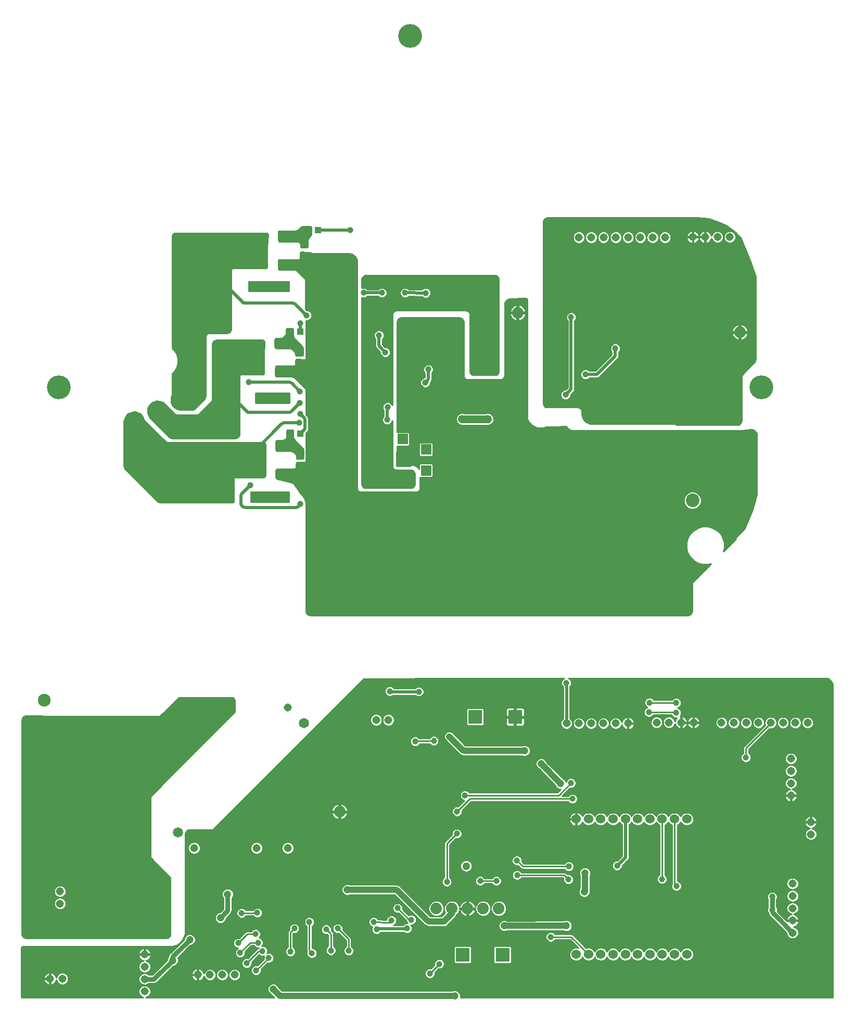
<source format=gbl>
G75*
G70*
%OFA0B0*%
%FSLAX24Y24*%
%IPPOS*%
%LPD*%
%AMOC8*
5,1,8,0,0,1.08239X$1,22.5*
%
%ADD10C,0.0500*%
%ADD11C,0.0740*%
%ADD12R,0.0886X0.0886*%
%ADD13C,0.0600*%
%ADD14C,0.0515*%
%ADD15C,0.0825*%
%ADD16C,0.0650*%
%ADD17R,0.0650X0.0650*%
%ADD18C,0.1950*%
%ADD19R,0.0433X0.0433*%
%ADD20R,0.0598X0.0642*%
%ADD21C,0.1065*%
%ADD22R,0.1181X0.0630*%
%ADD23R,0.2470X0.2280*%
%ADD24C,0.0874*%
%ADD25C,0.1520*%
%ADD26C,0.0396*%
%ADD27C,0.0100*%
%ADD28C,0.0200*%
%ADD29C,0.0475*%
%ADD30C,0.0400*%
%ADD31C,0.0300*%
%ADD32C,0.0709*%
%ADD33C,0.0531*%
%ADD34C,0.0436*%
%ADD35C,0.0500*%
D10*
X033836Y009132D03*
D11*
X033916Y006422D03*
X033916Y006422D03*
X034916Y006422D03*
X034916Y006422D03*
X035916Y006422D03*
X035916Y006422D03*
X032916Y006422D03*
X032916Y006422D03*
X031916Y006422D03*
X031916Y006422D03*
X025726Y012622D03*
X010021Y015577D03*
X037140Y044565D03*
X051365Y043319D03*
D12*
X036966Y018682D03*
X034407Y018682D03*
X033602Y003452D03*
X036161Y003452D03*
D13*
X040879Y003481D03*
X041666Y003481D03*
X042453Y003481D03*
X043241Y003481D03*
X044028Y003481D03*
X044816Y003481D03*
X045603Y003481D03*
X046390Y003481D03*
X047178Y003481D03*
X047965Y003481D03*
X047965Y012143D03*
X047178Y012143D03*
X046390Y012143D03*
X045603Y012143D03*
X044816Y012143D03*
X044028Y012143D03*
X043241Y012143D03*
X042453Y012143D03*
X041666Y012143D03*
X040879Y012143D03*
D14*
X041045Y018277D03*
X040258Y018277D03*
X041832Y018277D03*
X042620Y018277D03*
X043407Y018277D03*
X044195Y018277D03*
X046030Y018327D03*
X046817Y018327D03*
X047605Y018327D03*
X048392Y018327D03*
X050190Y018312D03*
X050978Y018312D03*
X051765Y018312D03*
X052552Y018312D03*
X053340Y018312D03*
X054127Y018312D03*
X054915Y018312D03*
X055702Y018312D03*
X054636Y016013D03*
X054636Y015226D03*
X054636Y014438D03*
X054636Y013651D03*
X055911Y011956D03*
X055911Y011168D03*
X054736Y008012D03*
X054736Y007225D03*
X054736Y006437D03*
X054736Y005650D03*
X054736Y004862D03*
X028850Y018487D03*
X028062Y018487D03*
X022406Y019292D03*
X018406Y019292D03*
X016406Y019292D03*
X016406Y010292D03*
X018406Y010292D03*
X020406Y010292D03*
X022406Y010292D03*
X018997Y002177D03*
X018210Y002177D03*
X017422Y002177D03*
X016635Y002177D03*
X013236Y001903D03*
X013236Y001116D03*
X013236Y002691D03*
X013236Y003478D03*
X007965Y001922D03*
X007177Y001922D03*
X007811Y006728D03*
X007811Y007516D03*
X041052Y049392D03*
X041839Y049392D03*
X042627Y049392D03*
X043414Y049392D03*
X044201Y049392D03*
X044989Y049392D03*
X045776Y049392D03*
X046564Y049392D03*
X048353Y049412D03*
X049140Y049412D03*
X049927Y049412D03*
X050715Y049412D03*
D15*
X006816Y019757D03*
X006816Y017587D03*
D16*
X015371Y011292D03*
X023442Y018292D03*
D17*
X029760Y033800D03*
X029760Y035140D03*
X029760Y036480D03*
X031260Y035810D03*
X031260Y034470D03*
D18*
X038630Y035140D03*
D19*
X024340Y049850D03*
X023671Y049850D03*
X023450Y048940D03*
X023450Y048270D03*
X023200Y043345D03*
X022531Y043345D03*
X023150Y042040D03*
X023150Y041370D03*
X023210Y036820D03*
X022541Y036820D03*
X023205Y035460D03*
X023205Y034790D03*
D20*
X023887Y032770D03*
X022194Y032770D03*
X020317Y032780D03*
X018624Y032780D03*
X018954Y039105D03*
X020647Y039105D03*
X022194Y039090D03*
X023887Y039090D03*
X023887Y046255D03*
X022194Y046255D03*
X020197Y046255D03*
X018504Y046255D03*
D21*
X015549Y038877D03*
X014054Y038179D03*
X012558Y037482D03*
D22*
X022260Y036055D03*
X022260Y034255D03*
X022210Y040805D03*
X022210Y042605D03*
X022410Y047655D03*
X022410Y049455D03*
D23*
X019875Y048555D03*
X019675Y041705D03*
X019725Y035155D03*
D24*
X048333Y032551D03*
X049963Y032551D03*
D25*
X052740Y039774D03*
X030240Y062274D03*
X007741Y039774D03*
D26*
X019905Y040115D03*
X023175Y039525D03*
X023180Y038775D03*
X023205Y038090D03*
X023125Y037520D03*
X020015Y033530D03*
X023205Y032315D03*
X028770Y037715D03*
X028800Y038515D03*
X031215Y040095D03*
X031410Y040940D03*
X032395Y040210D03*
X035630Y041770D03*
X037360Y038740D03*
X040201Y039312D03*
X041706Y039577D03*
X041476Y040617D03*
X042411Y041572D03*
X043386Y042287D03*
X045946Y044002D03*
X047181Y041057D03*
X047736Y038952D03*
X050881Y036402D03*
X040556Y044287D03*
X039066Y045237D03*
X031240Y045830D03*
X031155Y046610D03*
X029910Y045840D03*
X028430Y045840D03*
X027265Y045840D03*
X028250Y043125D03*
X028645Y042030D03*
X023615Y044400D03*
X023205Y043880D03*
X026415Y049860D03*
X040246Y020867D03*
X045576Y019597D03*
X045531Y018992D03*
X047286Y018947D03*
X047281Y019587D03*
X051751Y016092D03*
X048656Y011002D03*
X046371Y008302D03*
X047296Y007857D03*
X043496Y009167D03*
X040406Y009112D03*
X040381Y008282D03*
X039446Y010222D03*
X037081Y009492D03*
X037091Y008557D03*
X035766Y008187D03*
X034731Y008187D03*
X032591Y008132D03*
X030321Y005697D03*
X030046Y005147D03*
X029051Y005657D03*
X029436Y006442D03*
X027906Y005557D03*
X028096Y005082D03*
X027976Y003962D03*
X026306Y003717D03*
X025166Y003732D03*
X023946Y003557D03*
X024866Y005082D03*
X025601Y005142D03*
X023786Y005557D03*
X022826Y005142D03*
X022576Y003662D03*
X021186Y003252D03*
X020781Y003697D03*
X020496Y004232D03*
X020336Y004782D03*
X019226Y004207D03*
X019356Y003582D03*
X019771Y002912D03*
X020376Y002457D03*
X020456Y006142D03*
X019451Y006127D03*
X017581Y007557D03*
X015016Y003127D03*
X011816Y006107D03*
X011681Y018217D03*
X027936Y013707D03*
X029836Y014302D03*
X028866Y015512D03*
X030566Y017112D03*
X031761Y017152D03*
X032751Y017427D03*
X034396Y017327D03*
X030796Y020302D03*
X028941Y020332D03*
X033756Y013662D03*
X033246Y012632D03*
X033231Y011207D03*
X031941Y004507D03*
X032111Y002872D03*
X031506Y002257D03*
X030941Y001707D03*
X027736Y001512D03*
X036806Y001952D03*
X039246Y004597D03*
X040641Y013442D03*
X040541Y014447D03*
X053436Y007177D03*
X053451Y006327D03*
D27*
X005326Y003852D02*
X005326Y000732D01*
X013151Y000732D01*
X013017Y000788D01*
X012908Y000897D01*
X012849Y001039D01*
X012849Y001193D01*
X012908Y001335D01*
X013017Y001444D01*
X013159Y001503D01*
X013313Y001503D01*
X013456Y001444D01*
X013565Y001335D01*
X013624Y001193D01*
X013624Y001039D01*
X013565Y000897D01*
X013456Y000788D01*
X013322Y000732D01*
X017401Y000732D01*
X017401Y001790D01*
X017345Y001790D01*
X017203Y001849D01*
X016876Y001849D01*
X017203Y001849D01*
X017094Y001958D01*
X017035Y002099D01*
X017032Y002082D01*
X017013Y002021D01*
X016983Y001964D01*
X016946Y001912D01*
X016900Y001866D01*
X016849Y001829D01*
X016791Y001799D01*
X016730Y001780D01*
X016667Y001770D01*
X016664Y001770D01*
X016664Y002148D01*
X016606Y002148D01*
X016606Y001770D01*
X016603Y001770D01*
X016540Y001780D01*
X016479Y001799D01*
X016421Y001829D01*
X016370Y001866D01*
X016324Y001912D01*
X016286Y001964D01*
X016257Y002021D01*
X016238Y002082D01*
X016228Y002145D01*
X016228Y002148D01*
X016606Y002148D01*
X016664Y002148D01*
X016664Y001770D01*
X016667Y001770D01*
X016730Y001780D01*
X016791Y001799D01*
X016849Y001829D01*
X016900Y001866D01*
X016946Y001912D01*
X016983Y001964D01*
X017013Y002021D01*
X017032Y002082D01*
X017035Y002099D01*
X017094Y001958D01*
X017203Y001849D01*
X017345Y001790D01*
X017499Y001790D01*
X017642Y001849D01*
X017990Y001849D01*
X018133Y001790D01*
X018287Y001790D01*
X018429Y001849D01*
X018538Y001958D01*
X018597Y002100D01*
X018597Y002254D01*
X018538Y002397D01*
X018429Y002506D01*
X018287Y002565D01*
X018133Y002565D01*
X017990Y002506D01*
X017881Y002397D01*
X017822Y002254D01*
X017822Y002100D01*
X017881Y001958D01*
X017990Y001849D01*
X017892Y001947D02*
X017741Y001947D01*
X017751Y001958D02*
X017810Y002100D01*
X017810Y002254D01*
X017751Y002397D01*
X017642Y002506D01*
X017499Y002565D01*
X017345Y002565D01*
X017203Y002506D01*
X017094Y002397D01*
X017035Y002255D01*
X017032Y002273D01*
X017013Y002334D01*
X016983Y002391D01*
X016946Y002443D01*
X016900Y002488D01*
X016849Y002526D01*
X016791Y002555D01*
X016730Y002575D01*
X016667Y002585D01*
X016664Y002585D01*
X016664Y002206D01*
X016606Y002206D01*
X016606Y002148D01*
X016606Y001770D01*
X016603Y001770D01*
X016540Y001780D01*
X016479Y001799D01*
X016421Y001829D01*
X016370Y001866D01*
X016324Y001912D01*
X016286Y001964D01*
X016257Y002021D01*
X016238Y002082D01*
X016228Y002145D01*
X016228Y002148D01*
X016606Y002148D01*
X016606Y002206D01*
X016228Y002206D01*
X016228Y002209D01*
X016238Y002273D01*
X016257Y002334D01*
X016286Y002391D01*
X016324Y002443D01*
X016370Y002488D01*
X016421Y002526D01*
X016479Y002555D01*
X016540Y002575D01*
X016603Y002585D01*
X016606Y002585D01*
X016606Y002206D01*
X016228Y002206D01*
X016228Y002209D01*
X016238Y002273D01*
X016257Y002334D01*
X016286Y002391D01*
X016324Y002443D01*
X016370Y002488D01*
X016421Y002526D01*
X016479Y002555D01*
X016540Y002575D01*
X016603Y002585D01*
X016606Y002585D01*
X016606Y002206D01*
X016664Y002206D01*
X016664Y002585D01*
X016667Y002585D01*
X016730Y002575D01*
X016791Y002555D01*
X016849Y002526D01*
X016900Y002488D01*
X016946Y002443D01*
X016983Y002391D01*
X017013Y002334D01*
X017032Y002273D01*
X017035Y002255D01*
X017094Y002397D01*
X017203Y002506D01*
X017345Y002565D01*
X017401Y002565D01*
X017401Y005282D01*
X017398Y005310D01*
X017389Y005336D01*
X017374Y005360D01*
X017354Y005380D01*
X017330Y005395D01*
X017304Y005404D01*
X017276Y005407D01*
X015971Y005407D01*
X015943Y005404D01*
X015917Y005395D01*
X015893Y005380D01*
X015873Y005360D01*
X015858Y005336D01*
X015849Y005310D01*
X015846Y005282D01*
X015846Y004977D01*
X015836Y004835D01*
X015806Y004695D01*
X015756Y004562D01*
X015687Y004436D01*
X015602Y004322D01*
X015501Y004221D01*
X015387Y004136D01*
X015262Y004067D01*
X015128Y004018D01*
X014988Y003987D01*
X014846Y003977D01*
X005451Y003977D01*
X005423Y003974D01*
X005397Y003965D01*
X005373Y003950D01*
X005353Y003930D01*
X005338Y003906D01*
X005329Y003880D01*
X005326Y003852D01*
X005326Y003820D02*
X013013Y003820D01*
X013023Y003827D02*
X012971Y003789D01*
X012925Y003744D01*
X012888Y003692D01*
X012858Y003635D01*
X012839Y003574D01*
X012829Y003510D01*
X012829Y003507D01*
X013207Y003507D01*
X013207Y003449D01*
X012829Y003449D01*
X012829Y003446D01*
X012839Y003383D01*
X012858Y003322D01*
X012888Y003265D01*
X012925Y003213D01*
X012971Y003167D01*
X013023Y003130D01*
X013080Y003101D01*
X013141Y003081D01*
X013158Y003078D01*
X013017Y003019D01*
X012908Y002910D01*
X012849Y002768D01*
X012849Y002614D01*
X012908Y002471D01*
X013017Y002362D01*
X013159Y002303D01*
X013313Y002303D01*
X013456Y002362D01*
X013565Y002471D01*
X013624Y002614D01*
X013624Y002768D01*
X013565Y002910D01*
X013456Y003019D01*
X013314Y003078D01*
X013331Y003081D01*
X013393Y003101D01*
X013450Y003130D01*
X014664Y003130D01*
X014664Y003119D02*
X013728Y002183D01*
X013504Y002183D01*
X013456Y002232D01*
X013313Y002291D01*
X013159Y002291D01*
X013017Y002232D01*
X012908Y002123D01*
X012849Y001980D01*
X012849Y001826D01*
X012908Y001684D01*
X013017Y001575D01*
X013159Y001516D01*
X013313Y001516D01*
X013456Y001575D01*
X013504Y001623D01*
X013736Y001623D01*
X013792Y001623D01*
X013811Y001623D01*
X013848Y001623D01*
X013872Y001623D01*
X014021Y001685D01*
X014039Y001703D01*
X014039Y001703D01*
X015060Y002723D01*
X015104Y002723D01*
X015239Y002779D01*
X015343Y002883D01*
X015399Y003018D01*
X015399Y003164D01*
X015359Y003259D01*
X016155Y004055D01*
X016199Y004055D01*
X016334Y004111D01*
X016438Y004214D01*
X016494Y004349D01*
X016494Y004495D01*
X016438Y004630D01*
X016334Y004734D01*
X016199Y004790D01*
X016053Y004790D01*
X015918Y004734D01*
X015815Y004630D01*
X015759Y004495D01*
X015759Y004451D01*
X014931Y003623D01*
X014914Y003606D01*
X014852Y003544D01*
X014817Y003509D01*
X014817Y003509D01*
X014737Y003317D01*
X014720Y003299D01*
X014664Y003164D01*
X014664Y003119D01*
X014690Y003228D02*
X013558Y003228D01*
X013547Y003213D02*
X013585Y003265D01*
X013614Y003322D01*
X013634Y003383D01*
X013644Y003446D01*
X013644Y003449D01*
X013265Y003449D01*
X013265Y003507D01*
X013644Y003507D01*
X013644Y003510D01*
X013634Y003574D01*
X013614Y003635D01*
X013585Y003692D01*
X013547Y003744D01*
X013502Y003789D01*
X013450Y003827D01*
X013393Y003856D01*
X013331Y003876D01*
X013268Y003886D01*
X013265Y003886D01*
X013265Y003507D01*
X013207Y003507D01*
X013207Y003886D01*
X013204Y003886D01*
X013141Y003876D01*
X013080Y003856D01*
X013023Y003827D01*
X012909Y003721D02*
X005326Y003721D01*
X005326Y003623D02*
X012855Y003623D01*
X012831Y003524D02*
X005326Y003524D01*
X005326Y003426D02*
X012832Y003426D01*
X012857Y003327D02*
X005326Y003327D01*
X005326Y003228D02*
X012914Y003228D01*
X013022Y003130D02*
X005326Y003130D01*
X005326Y003031D02*
X013046Y003031D01*
X012930Y002933D02*
X005326Y002933D01*
X005326Y002834D02*
X012876Y002834D01*
X012849Y002736D02*
X005326Y002736D01*
X005326Y002637D02*
X012849Y002637D01*
X012880Y002539D02*
X005326Y002539D01*
X005326Y002440D02*
X012939Y002440D01*
X013067Y002342D02*
X005326Y002342D01*
X005326Y002243D02*
X006926Y002243D01*
X006912Y002233D02*
X006867Y002188D01*
X006829Y002136D01*
X006800Y002079D01*
X006780Y002018D01*
X006770Y001954D01*
X006770Y001951D01*
X007148Y001951D01*
X007148Y001893D01*
X006770Y001893D01*
X006770Y001890D01*
X006780Y001827D01*
X006800Y001766D01*
X006829Y001709D01*
X006867Y001657D01*
X006912Y001611D01*
X006964Y001574D01*
X007021Y001544D01*
X007082Y001525D01*
X007145Y001515D01*
X007149Y001515D01*
X007149Y001893D01*
X007206Y001893D01*
X007206Y001515D01*
X007209Y001515D01*
X007273Y001525D01*
X007334Y001544D01*
X007391Y001574D01*
X007443Y001611D01*
X007488Y001657D01*
X007526Y001709D01*
X007555Y001766D01*
X007575Y001827D01*
X007578Y001844D01*
X007636Y001703D01*
X007745Y001594D01*
X007888Y001535D01*
X008042Y001535D01*
X008184Y001594D01*
X008293Y001703D01*
X008352Y001845D01*
X008352Y001999D01*
X008293Y002142D01*
X008184Y002251D01*
X008042Y002310D01*
X007888Y002310D01*
X007745Y002251D01*
X007636Y002142D01*
X007578Y002000D01*
X007575Y002018D01*
X007555Y002079D01*
X007526Y002136D01*
X007488Y002188D01*
X007443Y002233D01*
X007391Y002271D01*
X007334Y002300D01*
X007273Y002320D01*
X007209Y002330D01*
X007206Y002330D01*
X007206Y001951D01*
X007149Y001951D01*
X007149Y002330D01*
X007145Y002330D01*
X007082Y002320D01*
X007021Y002300D01*
X006964Y002271D01*
X006912Y002233D01*
X006835Y002144D02*
X005326Y002144D01*
X005326Y002046D02*
X006789Y002046D01*
X006776Y001849D02*
X005326Y001849D01*
X005326Y001947D02*
X007148Y001947D01*
X007149Y001849D02*
X007206Y001849D01*
X007206Y001750D02*
X007149Y001750D01*
X007149Y001652D02*
X007206Y001652D01*
X007206Y001553D02*
X007149Y001553D01*
X007004Y001553D02*
X005326Y001553D01*
X005326Y001455D02*
X013041Y001455D01*
X013069Y001553D02*
X008087Y001553D01*
X008242Y001652D02*
X012940Y001652D01*
X012880Y001750D02*
X008313Y001750D01*
X008352Y001849D02*
X012849Y001849D01*
X012849Y001947D02*
X008352Y001947D01*
X008333Y002046D02*
X012876Y002046D01*
X012929Y002144D02*
X008290Y002144D01*
X008192Y002243D02*
X013043Y002243D01*
X013405Y002342D02*
X013886Y002342D01*
X013984Y002440D02*
X013533Y002440D01*
X013592Y002539D02*
X014083Y002539D01*
X014181Y002637D02*
X013624Y002637D01*
X013624Y002736D02*
X014280Y002736D01*
X014379Y002834D02*
X013596Y002834D01*
X013542Y002933D02*
X014477Y002933D01*
X014576Y003031D02*
X013426Y003031D01*
X013450Y003130D02*
X013502Y003167D01*
X013547Y003213D01*
X013615Y003327D02*
X014742Y003327D01*
X014782Y003426D02*
X013640Y003426D01*
X013641Y003524D02*
X014832Y003524D01*
X014931Y003623D02*
X013618Y003623D01*
X013563Y003721D02*
X015029Y003721D01*
X015128Y003820D02*
X013459Y003820D01*
X013265Y003820D02*
X013207Y003820D01*
X013207Y003721D02*
X013265Y003721D01*
X013265Y003623D02*
X013207Y003623D01*
X013207Y003524D02*
X013265Y003524D01*
X013429Y002243D02*
X013787Y002243D01*
X014185Y001849D02*
X016394Y001849D01*
X015851Y001849D01*
X015851Y001947D02*
X016298Y001947D01*
X014284Y001947D01*
X014382Y002046D02*
X016249Y002046D01*
X015851Y002046D01*
X015851Y002144D02*
X016228Y002144D01*
X014481Y002144D01*
X014579Y002243D02*
X016233Y002243D01*
X015851Y002243D01*
X015851Y002342D02*
X016261Y002342D01*
X014678Y002342D01*
X014776Y002440D02*
X016322Y002440D01*
X015851Y002440D01*
X015851Y002539D02*
X016447Y002539D01*
X014875Y002539D01*
X014973Y002637D02*
X017401Y002637D01*
X017401Y002736D02*
X015134Y002736D01*
X015294Y002834D02*
X017401Y002834D01*
X017401Y002933D02*
X015363Y002933D01*
X015399Y003031D02*
X017401Y003031D01*
X017401Y003130D02*
X015399Y003130D01*
X015372Y003228D02*
X017401Y003228D01*
X017401Y003327D02*
X015427Y003327D01*
X015525Y003426D02*
X017401Y003426D01*
X017401Y003524D02*
X015624Y003524D01*
X015722Y003623D02*
X017401Y003623D01*
X017401Y003721D02*
X015821Y003721D01*
X015851Y003721D02*
X019059Y003721D01*
X019078Y003768D02*
X019028Y003647D01*
X019028Y003517D01*
X019078Y003396D01*
X019170Y003304D01*
X019291Y003254D01*
X019421Y003254D01*
X019542Y003304D01*
X019634Y003396D01*
X019684Y003517D01*
X019684Y003647D01*
X019682Y003653D01*
X020081Y004052D01*
X020132Y004052D01*
X020216Y004052D01*
X020218Y004046D01*
X020310Y003954D01*
X020431Y003904D01*
X020524Y003904D01*
X020503Y003883D01*
X020491Y003854D01*
X020459Y003840D01*
X020445Y003840D01*
X019842Y003238D01*
X019836Y003240D01*
X019706Y003240D01*
X019585Y003190D01*
X019493Y003098D01*
X019443Y002977D01*
X019443Y002847D01*
X019493Y002726D01*
X019585Y002634D01*
X019706Y002584D01*
X019836Y002584D01*
X019957Y002634D01*
X020049Y002726D01*
X020099Y002847D01*
X020099Y002977D01*
X020097Y002983D01*
X020564Y003450D01*
X020595Y003419D01*
X020716Y003369D01*
X020846Y003369D01*
X020886Y003386D01*
X020858Y003317D01*
X020858Y003187D01*
X020860Y003181D01*
X020458Y002778D01*
X020441Y002785D01*
X020311Y002785D01*
X020190Y002735D01*
X020098Y002643D01*
X020048Y002522D01*
X020048Y002392D01*
X020098Y002271D01*
X020190Y002179D01*
X020311Y002129D01*
X020441Y002129D01*
X020562Y002179D01*
X020654Y002271D01*
X020704Y002392D01*
X020704Y002516D01*
X021115Y002926D01*
X021121Y002924D01*
X021251Y002924D01*
X021372Y002974D01*
X021464Y003066D01*
X021514Y003187D01*
X021514Y003317D01*
X021464Y003438D01*
X021372Y003530D01*
X021251Y003580D01*
X021121Y003580D01*
X021081Y003564D01*
X021109Y003632D01*
X021109Y003762D01*
X021059Y003883D01*
X020967Y003975D01*
X020846Y004025D01*
X020753Y004025D01*
X020774Y004046D01*
X020824Y004167D01*
X020824Y004297D01*
X020774Y004418D01*
X020682Y004510D01*
X020573Y004555D01*
X020614Y004596D01*
X020664Y004717D01*
X020664Y004847D01*
X020614Y004968D01*
X020522Y005060D01*
X020401Y005110D01*
X020271Y005110D01*
X020150Y005060D01*
X020058Y004968D01*
X020056Y004962D01*
X019927Y004962D01*
X019894Y004962D01*
X019778Y004962D01*
X019768Y004952D01*
X019704Y004925D01*
X019690Y004925D01*
X019297Y004533D01*
X019291Y004535D01*
X019161Y004535D01*
X019040Y004485D01*
X018948Y004393D01*
X018898Y004272D01*
X018898Y004142D01*
X018948Y004021D01*
X019040Y003929D01*
X019161Y003879D01*
X019216Y003879D01*
X019170Y003860D01*
X019078Y003768D01*
X019130Y003820D02*
X015920Y003820D01*
X017401Y003820D01*
X017401Y003918D02*
X016018Y003918D01*
X019066Y003918D01*
X018952Y004017D02*
X016117Y004017D01*
X017401Y004017D01*
X017401Y004115D02*
X016339Y004115D01*
X018909Y004115D01*
X018898Y004214D02*
X016438Y004214D01*
X016494Y004349D01*
X016494Y004495D01*
X016438Y004630D01*
X016334Y004734D01*
X016199Y004790D01*
X016053Y004790D01*
X015918Y004734D01*
X015851Y004667D01*
X015851Y011202D01*
X015856Y011251D01*
X015870Y011298D01*
X015893Y011341D01*
X015924Y011379D01*
X015962Y011410D01*
X016005Y011433D01*
X016052Y011447D01*
X016101Y011452D01*
X018931Y011452D01*
X019051Y011447D01*
X020708Y011447D01*
X020756Y011452D01*
X020803Y011466D01*
X020846Y011489D01*
X020884Y011520D01*
X027704Y018340D01*
X027734Y018268D01*
X027843Y018159D01*
X027985Y018100D01*
X028139Y018100D01*
X028282Y018159D01*
X028391Y018268D01*
X028450Y018410D01*
X028450Y018564D01*
X028391Y018707D01*
X028282Y018816D01*
X028139Y018875D01*
X027985Y018875D01*
X027843Y018816D01*
X027734Y018707D01*
X027675Y018564D01*
X027675Y018410D01*
X027734Y018268D01*
X027843Y018159D01*
X027985Y018100D01*
X028139Y018100D01*
X028282Y018159D01*
X028391Y018268D01*
X028450Y018410D01*
X028450Y018564D01*
X028391Y018707D01*
X028282Y018816D01*
X028210Y018846D01*
X029436Y020072D01*
X030562Y020072D01*
X030610Y020024D01*
X030731Y019974D01*
X030861Y019974D01*
X030982Y020024D01*
X031074Y020116D01*
X031124Y020237D01*
X031124Y020367D01*
X031074Y020488D01*
X030982Y020580D01*
X030861Y020630D01*
X030731Y020630D01*
X030610Y020580D01*
X030562Y020532D01*
X029205Y020532D01*
X029127Y020610D01*
X029006Y020660D01*
X028876Y020660D01*
X028755Y020610D01*
X028663Y020518D01*
X028613Y020397D01*
X028613Y020267D01*
X028663Y020146D01*
X028755Y020054D01*
X028876Y020004D01*
X029006Y020004D01*
X029127Y020054D01*
X029145Y020072D01*
X030562Y020072D01*
X030610Y020024D01*
X030731Y019974D01*
X030861Y019974D01*
X030982Y020024D01*
X031074Y020116D01*
X031124Y020237D01*
X031124Y020367D01*
X031074Y020488D01*
X030982Y020580D01*
X030861Y020630D01*
X030731Y020630D01*
X030610Y020580D01*
X030562Y020532D01*
X029896Y020532D01*
X030448Y021084D01*
X030486Y021115D01*
X030529Y021138D01*
X030576Y021152D01*
X030625Y021157D01*
X040102Y021163D01*
X040060Y021145D01*
X039968Y021053D01*
X039918Y020932D01*
X039918Y020802D01*
X039968Y020681D01*
X040028Y020622D01*
X040028Y018595D01*
X039929Y018497D01*
X039870Y018354D01*
X039870Y018200D01*
X039929Y018058D01*
X040038Y017949D01*
X040181Y017890D01*
X040335Y017890D01*
X040477Y017949D01*
X040586Y018058D01*
X040645Y018200D01*
X040645Y018354D01*
X040586Y018497D01*
X040488Y018595D01*
X040488Y020645D01*
X040524Y020681D01*
X040574Y020802D01*
X040574Y020932D01*
X040524Y021053D01*
X040432Y021145D01*
X040390Y021163D01*
X056781Y021172D01*
X056872Y021166D01*
X056961Y021145D01*
X057044Y021108D01*
X057120Y021058D01*
X057186Y020995D01*
X057240Y020922D01*
X057280Y020840D01*
X057306Y020753D01*
X057316Y020662D01*
X057316Y000732D01*
X033461Y000732D01*
X033469Y000749D01*
X033469Y000895D01*
X033413Y001030D01*
X033309Y001134D01*
X033174Y001190D01*
X033028Y001190D01*
X032938Y001152D01*
X022070Y001152D01*
X022038Y001152D01*
X021820Y001370D01*
X021783Y001460D01*
X021679Y001564D01*
X021544Y001620D01*
X021398Y001620D01*
X021263Y001564D01*
X021160Y001460D01*
X021104Y001325D01*
X021104Y001179D01*
X021160Y001044D01*
X021263Y000941D01*
X021353Y000903D01*
X021524Y000732D01*
X015880Y000732D01*
X015870Y000751D01*
X015856Y000798D01*
X015851Y000847D01*
X015851Y003751D01*
X016155Y004055D01*
X016199Y004055D01*
X016334Y004111D01*
X016438Y004214D01*
X017401Y004214D01*
X017401Y004312D02*
X016478Y004312D01*
X018915Y004312D01*
X018966Y004411D02*
X016494Y004411D01*
X017401Y004411D01*
X017401Y004509D02*
X016488Y004509D01*
X019099Y004509D01*
X019373Y004608D02*
X016447Y004608D01*
X017401Y004608D01*
X017401Y004707D02*
X016361Y004707D01*
X019471Y004707D01*
X019570Y004805D02*
X015851Y004805D01*
X015829Y004805D02*
X017401Y004805D01*
X017401Y004904D02*
X015841Y004904D01*
X015851Y004904D02*
X019668Y004904D01*
X019764Y004746D02*
X019226Y004207D01*
X019028Y003623D02*
X015851Y003623D01*
X015851Y003524D02*
X019028Y003524D01*
X019066Y003426D02*
X015851Y003426D01*
X015851Y003327D02*
X019147Y003327D01*
X019356Y003582D02*
X019969Y004196D01*
X020058Y004232D02*
X020496Y004232D01*
X020803Y004115D02*
X022396Y004115D01*
X022396Y004017D02*
X020867Y004017D01*
X021024Y003918D02*
X022368Y003918D01*
X022390Y003940D02*
X022298Y003848D01*
X022248Y003727D01*
X022248Y003597D01*
X022298Y003476D01*
X022390Y003384D01*
X022511Y003334D01*
X022641Y003334D01*
X022762Y003384D01*
X022854Y003476D01*
X022904Y003597D01*
X022904Y003727D01*
X022854Y003848D01*
X022762Y003940D01*
X022756Y003943D01*
X022756Y004816D01*
X022761Y004814D01*
X022891Y004814D01*
X023012Y004864D01*
X023104Y004956D01*
X023154Y005077D01*
X023154Y005207D01*
X023104Y005328D01*
X023012Y005420D01*
X022891Y005470D01*
X022761Y005470D01*
X022640Y005420D01*
X022548Y005328D01*
X022498Y005207D01*
X022498Y005077D01*
X022500Y005071D01*
X022433Y005003D01*
X022433Y004989D01*
X022406Y004925D01*
X022396Y004915D01*
X022396Y003943D01*
X022390Y003940D01*
X022286Y003820D02*
X021085Y003820D01*
X021109Y003721D02*
X022248Y003721D01*
X022248Y003623D02*
X021105Y003623D01*
X021378Y003524D02*
X022278Y003524D01*
X022349Y003426D02*
X021469Y003426D01*
X021510Y003327D02*
X023712Y003327D01*
X023668Y003371D02*
X023760Y003279D01*
X023881Y003229D01*
X024011Y003229D01*
X024132Y003279D01*
X024224Y003371D01*
X024274Y003492D01*
X024274Y003622D01*
X024224Y003743D01*
X024132Y003835D01*
X024011Y003885D01*
X023966Y003885D01*
X023966Y005277D01*
X023972Y005279D01*
X024064Y005371D01*
X024114Y005492D01*
X024114Y005622D01*
X024064Y005743D01*
X023972Y005835D01*
X023851Y005885D01*
X023721Y005885D01*
X023600Y005835D01*
X023508Y005743D01*
X023458Y005622D01*
X023458Y005492D01*
X023508Y005371D01*
X023600Y005279D01*
X023606Y005277D01*
X023606Y003843D01*
X023606Y003830D01*
X023606Y003694D01*
X023616Y003684D01*
X023630Y003651D01*
X023618Y003622D01*
X023618Y003492D01*
X023668Y003371D01*
X023645Y003426D02*
X022803Y003426D01*
X022874Y003524D02*
X023618Y003524D01*
X023618Y003623D02*
X022904Y003623D01*
X022904Y003721D02*
X023606Y003721D01*
X023606Y003820D02*
X022866Y003820D01*
X022784Y003918D02*
X023606Y003918D01*
X023606Y004017D02*
X022756Y004017D01*
X022756Y004115D02*
X023606Y004115D01*
X023606Y004214D02*
X022756Y004214D01*
X022756Y004312D02*
X023606Y004312D01*
X023606Y004411D02*
X022756Y004411D01*
X022756Y004509D02*
X023606Y004509D01*
X023606Y004608D02*
X022756Y004608D01*
X022756Y004707D02*
X023606Y004707D01*
X023606Y004805D02*
X022756Y004805D01*
X022576Y004840D02*
X022578Y004860D01*
X022582Y004879D01*
X022590Y004897D01*
X022600Y004913D01*
X022613Y004928D01*
X022613Y004929D02*
X022826Y005142D01*
X023052Y004904D02*
X023606Y004904D01*
X023606Y005002D02*
X023123Y005002D01*
X023154Y005101D02*
X023606Y005101D01*
X023606Y005199D02*
X023154Y005199D01*
X023117Y005298D02*
X023581Y005298D01*
X023498Y005396D02*
X023036Y005396D01*
X022616Y005396D02*
X015851Y005396D01*
X015921Y005396D02*
X017326Y005396D01*
X017399Y005298D02*
X015848Y005298D01*
X015851Y005298D02*
X022535Y005298D01*
X022498Y005199D02*
X015851Y005199D01*
X015846Y005199D02*
X017401Y005199D01*
X017401Y005101D02*
X015846Y005101D01*
X015851Y005101D02*
X020248Y005101D01*
X020424Y005101D02*
X022498Y005101D01*
X022433Y005002D02*
X020580Y005002D01*
X020641Y004904D02*
X022396Y004904D01*
X022396Y004805D02*
X020664Y004805D01*
X020660Y004707D02*
X022396Y004707D01*
X022396Y004608D02*
X020619Y004608D01*
X020683Y004509D02*
X022396Y004509D01*
X022396Y004411D02*
X020777Y004411D01*
X020818Y004312D02*
X022396Y004312D01*
X022396Y004214D02*
X020824Y004214D01*
X020781Y003697D02*
X020608Y003697D01*
X020519Y003661D02*
X019771Y002912D01*
X019465Y003031D02*
X015851Y003031D01*
X015851Y002933D02*
X019443Y002933D01*
X019448Y002834D02*
X015851Y002834D01*
X015851Y002736D02*
X019489Y002736D01*
X019582Y002637D02*
X015851Y002637D01*
X015851Y003130D02*
X019525Y003130D01*
X019677Y003228D02*
X015851Y003228D01*
X015226Y003918D02*
X005346Y003918D01*
X005530Y004556D02*
X005487Y004579D01*
X005449Y004610D01*
X005418Y004648D01*
X005395Y004691D01*
X005381Y004738D01*
X005376Y004787D01*
X005376Y018477D01*
X005381Y018526D01*
X005395Y018573D01*
X005418Y018616D01*
X005449Y018654D01*
X005487Y018685D01*
X005530Y018708D01*
X005577Y018722D01*
X005626Y018727D01*
X008796Y018727D01*
X008996Y018712D01*
X014113Y018712D01*
X014161Y018717D01*
X014208Y018731D01*
X014251Y018754D01*
X014289Y018785D01*
X015358Y019854D01*
X015396Y019885D01*
X015439Y019908D01*
X015486Y019922D01*
X015535Y019927D01*
X018761Y019927D01*
X018810Y019922D01*
X018857Y019908D01*
X018900Y019885D01*
X018938Y019854D01*
X018969Y019816D01*
X018992Y019773D01*
X019006Y019726D01*
X019011Y019677D01*
X019011Y019007D01*
X013669Y013665D01*
X013638Y013627D01*
X013615Y013584D01*
X013601Y013537D01*
X013596Y013489D01*
X013596Y009786D01*
X013601Y009737D01*
X013615Y009690D01*
X013638Y009647D01*
X013669Y009609D01*
X014808Y008470D01*
X014839Y008432D01*
X014862Y008389D01*
X014876Y008342D01*
X014881Y008294D01*
X014881Y004787D01*
X014876Y004738D01*
X014862Y004691D01*
X014839Y004648D01*
X014808Y004610D01*
X014770Y004579D01*
X014727Y004556D01*
X014680Y004542D01*
X014631Y004537D01*
X005626Y004537D01*
X005577Y004542D01*
X005530Y004556D01*
X005452Y004608D02*
X014805Y004608D01*
X014867Y004707D02*
X005391Y004707D01*
X005376Y004805D02*
X014881Y004805D01*
X014881Y004904D02*
X005376Y004904D01*
X005376Y005002D02*
X014881Y005002D01*
X014881Y005101D02*
X005376Y005101D01*
X005376Y005199D02*
X014881Y005199D01*
X014881Y005298D02*
X005376Y005298D01*
X005376Y005396D02*
X014881Y005396D01*
X014881Y005495D02*
X005376Y005495D01*
X005376Y005593D02*
X014881Y005593D01*
X014881Y005692D02*
X005376Y005692D01*
X005376Y005791D02*
X014881Y005791D01*
X014881Y005889D02*
X005376Y005889D01*
X005376Y005988D02*
X014881Y005988D01*
X014881Y006086D02*
X005376Y006086D01*
X005376Y006185D02*
X014881Y006185D01*
X014881Y006283D02*
X005376Y006283D01*
X005376Y006382D02*
X007635Y006382D01*
X007592Y006400D02*
X007734Y006341D01*
X007888Y006341D01*
X008031Y006400D01*
X008140Y006509D01*
X008199Y006651D01*
X008199Y006805D01*
X008140Y006948D01*
X008031Y007057D01*
X007888Y007116D01*
X007734Y007116D01*
X007592Y007057D01*
X007483Y006948D01*
X007424Y006805D01*
X007424Y006651D01*
X007483Y006509D01*
X007592Y006400D01*
X007511Y006480D02*
X005376Y006480D01*
X005376Y006579D02*
X007454Y006579D01*
X007424Y006677D02*
X005376Y006677D01*
X005376Y006776D02*
X007424Y006776D01*
X007452Y006875D02*
X005376Y006875D01*
X005376Y006973D02*
X007508Y006973D01*
X007627Y007072D02*
X005376Y007072D01*
X005376Y007170D02*
X007633Y007170D01*
X007592Y007187D02*
X007734Y007128D01*
X007888Y007128D01*
X008031Y007187D01*
X008140Y007296D01*
X008199Y007439D01*
X008199Y007593D01*
X008140Y007735D01*
X008031Y007844D01*
X007888Y007903D01*
X007734Y007903D01*
X007592Y007844D01*
X007483Y007735D01*
X007424Y007593D01*
X007424Y007439D01*
X007483Y007296D01*
X007592Y007187D01*
X007510Y007269D02*
X005376Y007269D01*
X005376Y007367D02*
X007453Y007367D01*
X007424Y007466D02*
X005376Y007466D01*
X005376Y007564D02*
X007424Y007564D01*
X007453Y007663D02*
X005376Y007663D01*
X005376Y007761D02*
X007509Y007761D01*
X007629Y007860D02*
X005376Y007860D01*
X005376Y007959D02*
X014881Y007959D01*
X014881Y008057D02*
X005376Y008057D01*
X005376Y008156D02*
X014881Y008156D01*
X014881Y008254D02*
X005376Y008254D01*
X005376Y008353D02*
X014873Y008353D01*
X014824Y008451D02*
X005376Y008451D01*
X005376Y008550D02*
X014728Y008550D01*
X014630Y008648D02*
X005376Y008648D01*
X005376Y008747D02*
X014531Y008747D01*
X014433Y008845D02*
X005376Y008845D01*
X005376Y008944D02*
X014334Y008944D01*
X014236Y009042D02*
X005376Y009042D01*
X005376Y009141D02*
X014137Y009141D01*
X014039Y009240D02*
X005376Y009240D01*
X005376Y009338D02*
X013940Y009338D01*
X013842Y009437D02*
X005376Y009437D01*
X005376Y009535D02*
X013743Y009535D01*
X013649Y009634D02*
X005376Y009634D01*
X005376Y009732D02*
X013602Y009732D01*
X013596Y009831D02*
X005376Y009831D01*
X005376Y009929D02*
X013596Y009929D01*
X013596Y010028D02*
X005376Y010028D01*
X005376Y010126D02*
X013596Y010126D01*
X013596Y010225D02*
X005376Y010225D01*
X005376Y010324D02*
X013596Y010324D01*
X013596Y010422D02*
X005376Y010422D01*
X005376Y010521D02*
X013596Y010521D01*
X013596Y010619D02*
X005376Y010619D01*
X005376Y010718D02*
X013596Y010718D01*
X013596Y010816D02*
X005376Y010816D01*
X005376Y010915D02*
X013596Y010915D01*
X013596Y011013D02*
X005376Y011013D01*
X005376Y011112D02*
X013596Y011112D01*
X013596Y011210D02*
X005376Y011210D01*
X005376Y011309D02*
X013596Y011309D01*
X013596Y011408D02*
X005376Y011408D01*
X005376Y011506D02*
X013596Y011506D01*
X013596Y011605D02*
X005376Y011605D01*
X005376Y011703D02*
X013596Y011703D01*
X013596Y011802D02*
X005376Y011802D01*
X005376Y011900D02*
X013596Y011900D01*
X013596Y011999D02*
X005376Y011999D01*
X005376Y012097D02*
X013596Y012097D01*
X013596Y012196D02*
X005376Y012196D01*
X005376Y012294D02*
X013596Y012294D01*
X013596Y012393D02*
X005376Y012393D01*
X005376Y012491D02*
X013596Y012491D01*
X013596Y012590D02*
X005376Y012590D01*
X005376Y012689D02*
X013596Y012689D01*
X013596Y012787D02*
X005376Y012787D01*
X005376Y012886D02*
X013596Y012886D01*
X013596Y012984D02*
X005376Y012984D01*
X005376Y013083D02*
X013596Y013083D01*
X013596Y013181D02*
X005376Y013181D01*
X005376Y013280D02*
X013596Y013280D01*
X013596Y013378D02*
X005376Y013378D01*
X005376Y013477D02*
X013596Y013477D01*
X013612Y013575D02*
X005376Y013575D01*
X005376Y013674D02*
X013678Y013674D01*
X013777Y013773D02*
X005376Y013773D01*
X005376Y013871D02*
X013875Y013871D01*
X013974Y013970D02*
X005376Y013970D01*
X005400Y013970D02*
X013007Y013970D01*
X013012Y013996D02*
X013002Y013942D01*
X012982Y013890D01*
X012951Y013843D01*
X012913Y013803D01*
X012867Y013771D01*
X012816Y013749D01*
X012761Y013737D01*
X005646Y013737D01*
X005592Y013749D01*
X005540Y013771D01*
X005495Y013803D01*
X005456Y013843D01*
X005426Y013890D01*
X005405Y013942D01*
X005395Y013996D01*
X005396Y014052D01*
X005396Y018497D01*
X005401Y018546D01*
X005415Y018593D01*
X005438Y018636D01*
X005469Y018674D01*
X005507Y018705D01*
X005550Y018728D01*
X005597Y018742D01*
X005646Y018747D01*
X006601Y018747D01*
X006816Y018732D01*
X012761Y018732D01*
X012810Y018727D01*
X012857Y018713D01*
X012900Y018690D01*
X012938Y018659D01*
X012969Y018621D01*
X012992Y018578D01*
X013006Y018531D01*
X013011Y018482D01*
X013011Y014052D01*
X013012Y013996D01*
X013011Y014068D02*
X005396Y014068D01*
X005376Y014068D02*
X014072Y014068D01*
X014171Y014167D02*
X005376Y014167D01*
X005396Y014167D02*
X013011Y014167D01*
X013011Y014265D02*
X005396Y014265D01*
X005376Y014265D02*
X014269Y014265D01*
X014368Y014364D02*
X005376Y014364D01*
X005396Y014364D02*
X013011Y014364D01*
X013011Y014462D02*
X005396Y014462D01*
X005376Y014462D02*
X014466Y014462D01*
X014565Y014561D02*
X005376Y014561D01*
X005396Y014561D02*
X013011Y014561D01*
X013011Y014659D02*
X005396Y014659D01*
X005376Y014659D02*
X014663Y014659D01*
X014762Y014758D02*
X005376Y014758D01*
X005396Y014758D02*
X013011Y014758D01*
X013011Y014857D02*
X005396Y014857D01*
X005376Y014857D02*
X014861Y014857D01*
X014959Y014955D02*
X005376Y014955D01*
X005396Y014955D02*
X013011Y014955D01*
X013011Y015054D02*
X005396Y015054D01*
X005376Y015054D02*
X015058Y015054D01*
X015156Y015152D02*
X005376Y015152D01*
X005396Y015152D02*
X013011Y015152D01*
X013011Y015251D02*
X005396Y015251D01*
X005376Y015251D02*
X015255Y015251D01*
X015353Y015349D02*
X005376Y015349D01*
X005396Y015349D02*
X013011Y015349D01*
X013011Y015448D02*
X005396Y015448D01*
X005376Y015448D02*
X015452Y015448D01*
X015550Y015546D02*
X005376Y015546D01*
X005396Y015546D02*
X013011Y015546D01*
X013011Y015645D02*
X005396Y015645D01*
X005376Y015645D02*
X015649Y015645D01*
X015747Y015743D02*
X005376Y015743D01*
X005396Y015743D02*
X013011Y015743D01*
X013011Y015842D02*
X005396Y015842D01*
X005376Y015842D02*
X015846Y015842D01*
X015944Y015941D02*
X005376Y015941D01*
X005396Y015941D02*
X013011Y015941D01*
X013011Y016039D02*
X005396Y016039D01*
X005376Y016039D02*
X016043Y016039D01*
X016142Y016138D02*
X005376Y016138D01*
X005396Y016138D02*
X013011Y016138D01*
X013011Y016236D02*
X005396Y016236D01*
X005376Y016236D02*
X016240Y016236D01*
X016339Y016335D02*
X005376Y016335D01*
X005396Y016335D02*
X013011Y016335D01*
X013011Y016433D02*
X005396Y016433D01*
X005376Y016433D02*
X016437Y016433D01*
X016536Y016532D02*
X005376Y016532D01*
X005396Y016532D02*
X013011Y016532D01*
X013011Y016630D02*
X005396Y016630D01*
X005376Y016630D02*
X016634Y016630D01*
X016733Y016729D02*
X005376Y016729D01*
X005396Y016729D02*
X013011Y016729D01*
X013011Y016827D02*
X005396Y016827D01*
X005376Y016827D02*
X016831Y016827D01*
X016930Y016926D02*
X005376Y016926D01*
X005396Y016926D02*
X013011Y016926D01*
X013011Y017024D02*
X005396Y017024D01*
X005376Y017024D02*
X017028Y017024D01*
X017127Y017123D02*
X005376Y017123D01*
X005396Y017123D02*
X013011Y017123D01*
X013011Y017222D02*
X005396Y017222D01*
X005376Y017222D02*
X017226Y017222D01*
X017324Y017320D02*
X005376Y017320D01*
X005396Y017320D02*
X013011Y017320D01*
X013011Y017419D02*
X005396Y017419D01*
X005376Y017419D02*
X017423Y017419D01*
X017521Y017517D02*
X005376Y017517D01*
X005396Y017517D02*
X013011Y017517D01*
X013011Y017616D02*
X005396Y017616D01*
X005376Y017616D02*
X017620Y017616D01*
X017718Y017714D02*
X005376Y017714D01*
X005396Y017714D02*
X013011Y017714D01*
X013011Y017813D02*
X005396Y017813D01*
X005376Y017813D02*
X017817Y017813D01*
X017915Y017911D02*
X005376Y017911D01*
X005396Y017911D02*
X013011Y017911D01*
X013011Y018010D02*
X005396Y018010D01*
X005376Y018010D02*
X018014Y018010D01*
X018112Y018108D02*
X005376Y018108D01*
X005396Y018108D02*
X013011Y018108D01*
X013011Y018207D02*
X005396Y018207D01*
X005376Y018207D02*
X018211Y018207D01*
X018310Y018306D02*
X005376Y018306D01*
X005396Y018306D02*
X013011Y018306D01*
X013011Y018404D02*
X005396Y018404D01*
X005376Y018404D02*
X018408Y018404D01*
X018507Y018503D02*
X005379Y018503D01*
X005397Y018503D02*
X013009Y018503D01*
X012980Y018601D02*
X005420Y018601D01*
X005410Y018601D02*
X018605Y018601D01*
X018704Y018700D02*
X005515Y018700D01*
X005501Y018700D02*
X012882Y018700D01*
X014302Y018798D02*
X018802Y018798D01*
X018901Y018897D02*
X014401Y018897D01*
X014499Y018995D02*
X018999Y018995D01*
X019011Y019094D02*
X014598Y019094D01*
X014696Y019192D02*
X019011Y019192D01*
X019011Y019291D02*
X014795Y019291D01*
X014894Y019390D02*
X019011Y019390D01*
X019011Y019488D02*
X014992Y019488D01*
X015091Y019587D02*
X019011Y019587D01*
X019010Y019685D02*
X015189Y019685D01*
X015288Y019784D02*
X018986Y019784D01*
X018903Y019882D02*
X015392Y019882D01*
X020690Y014561D02*
X025925Y014561D01*
X026023Y014659D02*
X020788Y014659D01*
X020887Y014758D02*
X026122Y014758D01*
X026221Y014857D02*
X020986Y014857D01*
X021084Y014955D02*
X026319Y014955D01*
X026418Y015054D02*
X021183Y015054D01*
X021281Y015152D02*
X026516Y015152D01*
X026615Y015251D02*
X021380Y015251D01*
X021478Y015349D02*
X026713Y015349D01*
X026812Y015448D02*
X021577Y015448D01*
X021675Y015546D02*
X026910Y015546D01*
X027009Y015645D02*
X021774Y015645D01*
X021872Y015743D02*
X027107Y015743D01*
X027206Y015842D02*
X021971Y015842D01*
X022069Y015941D02*
X027304Y015941D01*
X027403Y016039D02*
X022168Y016039D01*
X022267Y016138D02*
X027502Y016138D01*
X027600Y016236D02*
X022365Y016236D01*
X022464Y016335D02*
X027699Y016335D01*
X027797Y016433D02*
X022562Y016433D01*
X022661Y016532D02*
X027896Y016532D01*
X027994Y016630D02*
X022759Y016630D01*
X022858Y016729D02*
X028093Y016729D01*
X028191Y016827D02*
X022956Y016827D01*
X023055Y016926D02*
X028290Y016926D01*
X028388Y017024D02*
X023153Y017024D01*
X023252Y017123D02*
X028487Y017123D01*
X028586Y017222D02*
X023351Y017222D01*
X023449Y017320D02*
X028684Y017320D01*
X028783Y017419D02*
X023548Y017419D01*
X023646Y017517D02*
X028881Y017517D01*
X028980Y017616D02*
X023745Y017616D01*
X023843Y017714D02*
X029078Y017714D01*
X029177Y017813D02*
X023942Y017813D01*
X024040Y017911D02*
X029275Y017911D01*
X029374Y018010D02*
X024139Y018010D01*
X024237Y018108D02*
X027964Y018108D01*
X027472Y018108D01*
X027374Y018010D02*
X039977Y018010D01*
X039908Y018108D02*
X037482Y018108D01*
X037466Y018099D02*
X037501Y018119D01*
X037529Y018147D01*
X037548Y018181D01*
X037559Y018219D01*
X037559Y018632D01*
X037016Y018632D01*
X037016Y018732D01*
X037559Y018732D01*
X037559Y019145D01*
X037548Y019183D01*
X037529Y019217D01*
X037501Y019245D01*
X037466Y019265D01*
X037428Y019275D01*
X037016Y019275D01*
X037016Y018732D01*
X036916Y018732D01*
X036916Y019275D01*
X036503Y019275D01*
X036465Y019265D01*
X036431Y019245D01*
X036403Y019217D01*
X036383Y019183D01*
X036373Y019145D01*
X036373Y018732D01*
X036915Y018732D01*
X036915Y018632D01*
X036373Y018632D01*
X036373Y018219D01*
X036383Y018181D01*
X036403Y018147D01*
X036431Y018119D01*
X036465Y018099D01*
X036503Y018089D01*
X036916Y018089D01*
X036916Y018632D01*
X037016Y018632D01*
X037016Y018089D01*
X037428Y018089D01*
X037466Y018099D01*
X037555Y018207D02*
X039870Y018207D01*
X039870Y018306D02*
X037559Y018306D01*
X037559Y018404D02*
X039891Y018404D01*
X039935Y018503D02*
X037559Y018503D01*
X037559Y018601D02*
X040028Y018601D01*
X040028Y018700D02*
X037016Y018700D01*
X037016Y018798D02*
X036916Y018798D01*
X036915Y018700D02*
X034979Y018700D01*
X034979Y018798D02*
X036373Y018798D01*
X036373Y018897D02*
X034979Y018897D01*
X034979Y018995D02*
X036373Y018995D01*
X036373Y019094D02*
X034979Y019094D01*
X034979Y019179D02*
X034903Y019255D01*
X033910Y019255D01*
X033834Y019179D01*
X033834Y018185D01*
X033910Y018109D01*
X034903Y018109D01*
X034979Y018185D01*
X034979Y019179D01*
X034966Y019192D02*
X036388Y019192D01*
X036916Y019192D02*
X037016Y019192D01*
X037016Y019094D02*
X036916Y019094D01*
X036916Y018995D02*
X037016Y018995D01*
X037016Y018897D02*
X036916Y018897D01*
X036916Y018601D02*
X037016Y018601D01*
X037016Y018503D02*
X036916Y018503D01*
X036916Y018404D02*
X037016Y018404D01*
X037016Y018306D02*
X036916Y018306D01*
X036916Y018207D02*
X037016Y018207D01*
X037016Y018108D02*
X036916Y018108D01*
X036449Y018108D02*
X028948Y018108D01*
X029472Y018108D01*
X029571Y018207D02*
X029118Y018207D01*
X033834Y018207D01*
X033834Y018306D02*
X029194Y018306D01*
X029670Y018306D01*
X029768Y018404D02*
X029235Y018404D01*
X033834Y018404D01*
X033834Y018503D02*
X029237Y018503D01*
X029867Y018503D01*
X029965Y018601D02*
X029222Y018601D01*
X033834Y018601D01*
X033834Y018700D02*
X029181Y018700D01*
X030064Y018700D01*
X030162Y018798D02*
X029087Y018798D01*
X033834Y018798D01*
X033834Y018897D02*
X028261Y018897D01*
X028299Y018798D02*
X028613Y018798D01*
X028299Y018798D01*
X028394Y018700D02*
X028518Y018700D01*
X028394Y018700D01*
X028435Y018601D02*
X028478Y018601D01*
X028435Y018601D01*
X028462Y018564D02*
X028462Y018410D01*
X028521Y018268D01*
X028630Y018159D01*
X028773Y018100D01*
X028927Y018100D01*
X029069Y018159D01*
X029178Y018268D01*
X029237Y018410D01*
X029237Y018564D01*
X029178Y018707D01*
X029069Y018816D01*
X028927Y018875D01*
X028773Y018875D01*
X028630Y018816D01*
X028521Y018707D01*
X028462Y018564D01*
X028462Y018410D01*
X028521Y018268D01*
X028630Y018159D01*
X028773Y018100D01*
X028927Y018100D01*
X029069Y018159D01*
X029178Y018268D01*
X029237Y018410D01*
X029237Y018564D01*
X029178Y018707D01*
X029069Y018816D01*
X028927Y018875D01*
X028773Y018875D01*
X028630Y018816D01*
X028521Y018707D01*
X028462Y018564D01*
X028462Y018503D02*
X028450Y018503D01*
X028462Y018503D01*
X028465Y018404D02*
X028447Y018404D01*
X028465Y018404D01*
X028506Y018306D02*
X028407Y018306D01*
X028506Y018306D01*
X028582Y018207D02*
X028330Y018207D01*
X028582Y018207D01*
X028751Y018108D02*
X028161Y018108D01*
X028751Y018108D01*
X027795Y018207D02*
X024336Y018207D01*
X024435Y018306D02*
X027718Y018306D01*
X027670Y018306D01*
X027677Y018404D02*
X024533Y018404D01*
X024632Y018503D02*
X027675Y018503D01*
X027690Y018601D02*
X024730Y018601D01*
X024829Y018700D02*
X027731Y018700D01*
X027826Y018798D02*
X024927Y018798D01*
X025026Y018897D02*
X030261Y018897D01*
X030359Y018995D02*
X025124Y018995D01*
X025223Y019094D02*
X030458Y019094D01*
X030556Y019192D02*
X025321Y019192D01*
X025420Y019291D02*
X030655Y019291D01*
X030754Y019390D02*
X025519Y019390D01*
X025617Y019488D02*
X030852Y019488D01*
X030951Y019587D02*
X025716Y019587D01*
X025814Y019685D02*
X031049Y019685D01*
X031148Y019784D02*
X025913Y019784D01*
X026011Y019882D02*
X031246Y019882D01*
X031345Y019981D02*
X030878Y019981D01*
X040028Y019981D01*
X040028Y020079D02*
X031037Y020079D01*
X031443Y020079D01*
X031542Y020178D02*
X031100Y020178D01*
X040028Y020178D01*
X040028Y020276D02*
X031124Y020276D01*
X031640Y020276D01*
X031739Y020375D02*
X031121Y020375D01*
X040028Y020375D01*
X040028Y020474D02*
X031080Y020474D01*
X031837Y020474D01*
X031936Y020572D02*
X030990Y020572D01*
X040028Y020572D01*
X039979Y020671D02*
X030035Y020671D01*
X030133Y020769D02*
X039931Y020769D01*
X039918Y020868D02*
X030232Y020868D01*
X030330Y020966D02*
X039932Y020966D01*
X039980Y021065D02*
X030429Y021065D01*
X030602Y020572D02*
X029936Y020572D01*
X030602Y020572D02*
X029165Y020572D01*
X028717Y020572D02*
X026701Y020572D01*
X026602Y020474D02*
X028645Y020474D01*
X028613Y020375D02*
X026504Y020375D01*
X026405Y020276D02*
X028613Y020276D01*
X028650Y020178D02*
X026307Y020178D01*
X026208Y020079D02*
X028730Y020079D01*
X029049Y019685D02*
X040028Y019685D01*
X040028Y019587D02*
X028951Y019587D01*
X028852Y019488D02*
X040028Y019488D01*
X040028Y019390D02*
X028754Y019390D01*
X028655Y019291D02*
X040028Y019291D01*
X040028Y019192D02*
X037543Y019192D01*
X037559Y019094D02*
X040028Y019094D01*
X040028Y018995D02*
X037559Y018995D01*
X037559Y018897D02*
X040028Y018897D01*
X040028Y018798D02*
X037559Y018798D01*
X036373Y018601D02*
X034979Y018601D01*
X034979Y018503D02*
X036373Y018503D01*
X036373Y018404D02*
X034979Y018404D01*
X034979Y018306D02*
X036373Y018306D01*
X036376Y018207D02*
X034979Y018207D01*
X033834Y018995D02*
X028359Y018995D01*
X028458Y019094D02*
X033834Y019094D01*
X033847Y019192D02*
X028556Y019192D01*
X029148Y019784D02*
X040028Y019784D01*
X040028Y019882D02*
X029246Y019882D01*
X029345Y019981D02*
X030714Y019981D01*
X026110Y019981D01*
X026800Y020671D02*
X032035Y020671D01*
X032133Y020769D02*
X026898Y020769D01*
X026997Y020868D02*
X032232Y020868D01*
X032330Y020966D02*
X027095Y020966D01*
X027193Y021064D02*
X027231Y021095D01*
X027274Y021118D01*
X027321Y021132D01*
X027370Y021137D01*
X032381Y021137D01*
X032411Y021047D01*
X022434Y011070D01*
X022396Y011039D01*
X022353Y011016D01*
X022306Y011002D01*
X022258Y010997D01*
X017126Y010997D01*
X027193Y021064D01*
X027194Y021065D02*
X032405Y021065D01*
X032685Y017757D02*
X032564Y017707D01*
X032471Y017614D01*
X032421Y017493D01*
X032421Y017361D01*
X032471Y017240D01*
X033386Y016326D01*
X033421Y016290D01*
X033634Y016202D01*
X033634Y016202D01*
X033741Y016202D01*
X037417Y016197D01*
X037508Y016160D01*
X037654Y016160D01*
X037789Y016216D01*
X037893Y016319D01*
X037949Y016454D01*
X037949Y016600D01*
X037893Y016735D01*
X037789Y016839D01*
X037654Y016895D01*
X037508Y016895D01*
X037418Y016857D01*
X033815Y016862D01*
X033783Y016862D01*
X032938Y017707D01*
X032817Y017757D01*
X032685Y017757D01*
X032582Y017714D02*
X027078Y017714D01*
X026980Y017616D02*
X032473Y017616D01*
X032431Y017517D02*
X026881Y017517D01*
X026783Y017419D02*
X030449Y017419D01*
X030501Y017440D02*
X030380Y017390D01*
X030288Y017298D01*
X030238Y017177D01*
X030238Y017047D01*
X030288Y016926D01*
X026290Y016926D01*
X026388Y017024D02*
X030247Y017024D01*
X030238Y017123D02*
X026487Y017123D01*
X026586Y017222D02*
X030256Y017222D01*
X030310Y017320D02*
X026684Y017320D01*
X026191Y016827D02*
X030396Y016827D01*
X030380Y016834D02*
X030501Y016784D01*
X030631Y016784D01*
X030752Y016834D01*
X030844Y016926D01*
X031523Y016926D01*
X031483Y016966D02*
X031575Y016874D01*
X031696Y016824D01*
X031826Y016824D01*
X031947Y016874D01*
X032039Y016966D01*
X032089Y017087D01*
X032089Y017217D01*
X032039Y017338D01*
X031947Y017430D01*
X031826Y017480D01*
X031696Y017480D01*
X031575Y017430D01*
X031483Y017338D01*
X031481Y017332D01*
X030810Y017332D01*
X030752Y017390D01*
X030631Y017440D01*
X030501Y017440D01*
X030683Y017419D02*
X031564Y017419D01*
X031761Y017152D02*
X030658Y017152D01*
X030569Y017116D02*
X030566Y017112D01*
X030570Y017115D02*
X030585Y017128D01*
X030601Y017138D01*
X030619Y017146D01*
X030638Y017150D01*
X030658Y017152D01*
X030863Y016972D02*
X031481Y016972D01*
X031483Y016966D01*
X031688Y016827D02*
X030736Y016827D01*
X030844Y016926D02*
X030863Y016972D01*
X030380Y016834D02*
X030288Y016926D01*
X031835Y016827D02*
X032884Y016827D01*
X032983Y016729D02*
X026093Y016729D01*
X025994Y016630D02*
X033081Y016630D01*
X033180Y016532D02*
X025896Y016532D01*
X025797Y016433D02*
X033278Y016433D01*
X033377Y016335D02*
X025699Y016335D01*
X025600Y016236D02*
X033552Y016236D01*
X033421Y016290D02*
X033421Y016290D01*
X033386Y016326D02*
X033386Y016326D01*
X033719Y016926D02*
X051739Y016926D01*
X051641Y016827D02*
X037800Y016827D01*
X037895Y016729D02*
X051586Y016729D01*
X051581Y016716D02*
X051571Y016706D01*
X051571Y016616D01*
X051571Y016557D01*
X051571Y016373D01*
X051565Y016370D01*
X051473Y016278D01*
X051423Y016157D01*
X051423Y016027D01*
X051473Y015906D01*
X051565Y015814D01*
X051686Y015764D01*
X051816Y015764D01*
X051937Y015814D01*
X052029Y015906D01*
X052079Y016027D01*
X052079Y016157D01*
X052029Y016278D01*
X051937Y016370D01*
X051931Y016373D01*
X051931Y016557D01*
X051931Y016609D01*
X053251Y017929D01*
X053263Y017925D01*
X053417Y017925D01*
X053559Y017984D01*
X053668Y018093D01*
X053727Y018235D01*
X053727Y018389D01*
X053668Y018532D01*
X053559Y018641D01*
X053417Y018700D01*
X053263Y018700D01*
X053120Y018641D01*
X053011Y018532D01*
X052952Y018389D01*
X052952Y018235D01*
X052980Y018167D01*
X051608Y016795D01*
X051608Y016781D01*
X051581Y016716D01*
X051571Y016630D02*
X037936Y016630D01*
X037949Y016532D02*
X051571Y016532D01*
X051571Y016433D02*
X037940Y016433D01*
X037899Y016335D02*
X051530Y016335D01*
X051456Y016236D02*
X037810Y016236D01*
X038325Y015900D02*
X038269Y015765D01*
X038269Y015619D01*
X038325Y015484D01*
X038428Y015381D01*
X038514Y015345D01*
X039520Y014318D01*
X039570Y014199D01*
X039673Y014096D01*
X039808Y014040D01*
X039879Y014040D01*
X039682Y013842D01*
X039662Y013842D01*
X039630Y013842D01*
X034037Y013842D01*
X034034Y013848D01*
X033942Y013940D01*
X033821Y013990D01*
X033691Y013990D01*
X033570Y013940D01*
X033478Y013848D01*
X033428Y013727D01*
X033428Y013597D01*
X033478Y013476D01*
X033570Y013384D01*
X033691Y013334D01*
X033694Y013334D01*
X033317Y012958D01*
X033311Y012960D01*
X033181Y012960D01*
X033060Y012910D01*
X032968Y012818D01*
X032918Y012697D01*
X032918Y012567D01*
X032968Y012446D01*
X033060Y012354D01*
X033181Y012304D01*
X033311Y012304D01*
X033432Y012354D01*
X033524Y012446D01*
X033574Y012567D01*
X033574Y012697D01*
X033572Y012703D01*
X034094Y013226D01*
X034131Y013262D01*
X040361Y013262D01*
X040363Y013256D01*
X040455Y013164D01*
X040576Y013114D01*
X040706Y013114D01*
X040827Y013164D01*
X040919Y013256D01*
X040969Y013377D01*
X040969Y013507D01*
X040919Y013628D01*
X040827Y013720D01*
X040706Y013770D01*
X040576Y013770D01*
X040455Y013720D01*
X040363Y013628D01*
X040361Y013622D01*
X039971Y013622D01*
X040470Y014121D01*
X040476Y014119D01*
X040606Y014119D01*
X040727Y014169D01*
X040819Y014261D01*
X040869Y014382D01*
X040869Y014512D01*
X040819Y014633D01*
X040727Y014725D01*
X040606Y014775D01*
X040476Y014775D01*
X040355Y014725D01*
X040263Y014633D01*
X040224Y014539D01*
X040193Y014615D01*
X040089Y014719D01*
X040026Y014745D01*
X038987Y015806D01*
X038948Y015900D01*
X038844Y016004D01*
X038709Y016060D01*
X038563Y016060D01*
X038428Y016004D01*
X038325Y015900D01*
X038365Y015941D02*
X025304Y015941D01*
X025403Y016039D02*
X038514Y016039D01*
X038759Y016039D02*
X051423Y016039D01*
X051423Y016138D02*
X025502Y016138D01*
X025206Y015842D02*
X038300Y015842D01*
X038269Y015743D02*
X025107Y015743D01*
X025009Y015645D02*
X038269Y015645D01*
X038299Y015546D02*
X024910Y015546D01*
X024812Y015448D02*
X038361Y015448D01*
X038504Y015349D02*
X024713Y015349D01*
X024615Y015251D02*
X038606Y015251D01*
X038703Y015152D02*
X024516Y015152D01*
X024418Y015054D02*
X038800Y015054D01*
X038896Y014955D02*
X024319Y014955D01*
X024221Y014857D02*
X038993Y014857D01*
X039089Y014758D02*
X024122Y014758D01*
X024023Y014659D02*
X039186Y014659D01*
X039282Y014561D02*
X023925Y014561D01*
X023826Y014462D02*
X039379Y014462D01*
X039475Y014364D02*
X023728Y014364D01*
X023629Y014265D02*
X039542Y014265D01*
X039602Y014167D02*
X023531Y014167D01*
X023432Y014068D02*
X039739Y014068D01*
X039809Y013970D02*
X033871Y013970D01*
X034011Y013871D02*
X039711Y013871D01*
X039792Y013699D02*
X039777Y013686D01*
X039761Y013676D01*
X039743Y013668D01*
X039724Y013664D01*
X039704Y013662D01*
X033756Y013662D01*
X033428Y013674D02*
X023038Y013674D01*
X023137Y013773D02*
X033447Y013773D01*
X033501Y013871D02*
X023235Y013871D01*
X023334Y013970D02*
X033641Y013970D01*
X033437Y013575D02*
X022939Y013575D01*
X022841Y013477D02*
X033478Y013477D01*
X033584Y013378D02*
X022742Y013378D01*
X022644Y013280D02*
X033639Y013280D01*
X033541Y013181D02*
X022545Y013181D01*
X022447Y013083D02*
X025485Y013083D01*
X025454Y013067D02*
X025387Y013019D01*
X025329Y012961D01*
X025281Y012895D01*
X025244Y012822D01*
X025219Y012744D01*
X025208Y012672D01*
X025676Y012672D01*
X025676Y012572D01*
X025208Y012572D01*
X025219Y012500D01*
X025244Y012422D01*
X025281Y012350D01*
X025329Y012283D01*
X025387Y012225D01*
X025454Y012177D01*
X025526Y012140D01*
X025604Y012115D01*
X025676Y012104D01*
X025676Y012572D01*
X025776Y012572D01*
X025776Y012104D01*
X025848Y012115D01*
X025926Y012140D01*
X025999Y012177D01*
X026065Y012225D01*
X026123Y012283D01*
X026171Y012350D01*
X026208Y012422D01*
X026233Y012500D01*
X026245Y012572D01*
X025776Y012572D01*
X025776Y012672D01*
X025676Y012672D01*
X025676Y013141D01*
X025604Y013129D01*
X025526Y013104D01*
X025454Y013067D01*
X025353Y012984D02*
X022348Y012984D01*
X022250Y012886D02*
X025277Y012886D01*
X025233Y012787D02*
X022151Y012787D01*
X022053Y012689D02*
X025210Y012689D01*
X025222Y012491D02*
X021855Y012491D01*
X021757Y012393D02*
X025259Y012393D01*
X025321Y012294D02*
X021658Y012294D01*
X021560Y012196D02*
X025428Y012196D01*
X025676Y012196D02*
X025776Y012196D01*
X025776Y012294D02*
X025676Y012294D01*
X025676Y012393D02*
X025776Y012393D01*
X025776Y012491D02*
X025676Y012491D01*
X025676Y012590D02*
X021954Y012590D01*
X021461Y012097D02*
X040430Y012097D01*
X040429Y012107D02*
X040440Y012037D01*
X040461Y011970D01*
X040494Y011907D01*
X040535Y011850D01*
X040585Y011800D01*
X040643Y011758D01*
X040706Y011726D01*
X040773Y011704D01*
X040843Y011693D01*
X040850Y011693D01*
X040850Y012114D01*
X040907Y012114D01*
X040907Y011693D01*
X040914Y011693D01*
X040984Y011704D01*
X041051Y011726D01*
X041114Y011758D01*
X041172Y011800D01*
X041222Y011850D01*
X041263Y011907D01*
X041283Y011945D01*
X041301Y011899D01*
X041422Y011778D01*
X041580Y011713D01*
X041751Y011713D01*
X041909Y011778D01*
X042030Y011899D01*
X042060Y011970D01*
X042089Y011899D01*
X042210Y011778D01*
X042368Y011713D01*
X042539Y011713D01*
X042697Y011778D01*
X042818Y011899D01*
X042847Y011970D01*
X042876Y011899D01*
X042997Y011778D01*
X043155Y011713D01*
X043326Y011713D01*
X043484Y011778D01*
X043605Y011899D01*
X043634Y011970D01*
X043664Y011899D01*
X043785Y011778D01*
X043798Y011773D01*
X043798Y009794D01*
X043499Y009495D01*
X043431Y009495D01*
X043310Y009445D01*
X043218Y009353D01*
X043168Y009232D01*
X043168Y009102D01*
X043218Y008981D01*
X043310Y008889D01*
X043431Y008839D01*
X043561Y008839D01*
X043682Y008889D01*
X043774Y008981D01*
X043824Y009102D01*
X043824Y009170D01*
X044123Y009469D01*
X044258Y009604D01*
X044258Y011773D01*
X044272Y011778D01*
X044393Y011899D01*
X044422Y011970D01*
X044451Y011899D01*
X044572Y011778D01*
X044730Y011713D01*
X044901Y011713D01*
X045059Y011778D01*
X045180Y011899D01*
X045209Y011970D01*
X045238Y011899D01*
X045359Y011778D01*
X045517Y011713D01*
X045688Y011713D01*
X045846Y011778D01*
X045967Y011899D01*
X045997Y011970D01*
X046026Y011899D01*
X046147Y011778D01*
X046210Y011752D01*
X046210Y008591D01*
X046185Y008580D01*
X046093Y008488D01*
X046043Y008367D01*
X046043Y008237D01*
X046093Y008116D01*
X046185Y008024D01*
X046306Y007974D01*
X046436Y007974D01*
X046557Y008024D01*
X046649Y008116D01*
X046699Y008237D01*
X046699Y008367D01*
X046649Y008488D01*
X046570Y008567D01*
X046570Y011752D01*
X046634Y011778D01*
X046755Y011899D01*
X046784Y011970D01*
X046813Y011899D01*
X046934Y011778D01*
X046998Y011752D01*
X046998Y007994D01*
X046968Y007922D01*
X046968Y007792D01*
X047018Y007671D01*
X047110Y007579D01*
X047231Y007529D01*
X047361Y007529D01*
X047482Y007579D01*
X047574Y007671D01*
X047624Y007792D01*
X047624Y007922D01*
X047574Y008043D01*
X047482Y008135D01*
X047361Y008185D01*
X047358Y008185D01*
X047358Y011752D01*
X047421Y011778D01*
X047542Y011899D01*
X047571Y011970D01*
X047601Y011899D01*
X047722Y011778D01*
X047880Y011713D01*
X048051Y011713D01*
X048209Y011778D01*
X048330Y011899D01*
X048395Y012057D01*
X048395Y012228D01*
X048330Y012386D01*
X048209Y012507D01*
X048051Y012573D01*
X047880Y012573D01*
X047722Y012507D01*
X047601Y012386D01*
X047571Y012316D01*
X047542Y012386D01*
X047421Y012507D01*
X047263Y012573D01*
X047092Y012573D01*
X046934Y012507D01*
X046813Y012386D01*
X046784Y012316D01*
X046755Y012386D01*
X046634Y012507D01*
X046476Y012573D01*
X046305Y012573D01*
X046147Y012507D01*
X046026Y012386D01*
X045997Y012316D01*
X045967Y012386D01*
X045846Y012507D01*
X045688Y012573D01*
X045517Y012573D01*
X045359Y012507D01*
X045238Y012386D01*
X045209Y012316D01*
X045180Y012386D01*
X045059Y012507D01*
X044901Y012573D01*
X044730Y012573D01*
X044572Y012507D01*
X044451Y012386D01*
X044422Y012316D01*
X044393Y012386D01*
X044272Y012507D01*
X044114Y012573D01*
X043943Y012573D01*
X043785Y012507D01*
X043664Y012386D01*
X043634Y012316D01*
X043605Y012386D01*
X043484Y012507D01*
X043326Y012573D01*
X043155Y012573D01*
X042997Y012507D01*
X042876Y012386D01*
X042847Y012316D01*
X042818Y012386D01*
X042697Y012507D01*
X042539Y012573D01*
X042368Y012573D01*
X042210Y012507D01*
X042089Y012386D01*
X042060Y012316D01*
X042030Y012386D01*
X041909Y012507D01*
X041751Y012573D01*
X041580Y012573D01*
X041422Y012507D01*
X041301Y012386D01*
X041283Y012341D01*
X041263Y012379D01*
X041222Y012436D01*
X041172Y012486D01*
X041114Y012528D01*
X041051Y012560D01*
X040984Y012582D01*
X040914Y012593D01*
X040907Y012593D01*
X040907Y012172D01*
X040850Y012172D01*
X040850Y012593D01*
X040843Y012593D01*
X040773Y012582D01*
X040706Y012560D01*
X040643Y012528D01*
X040585Y012486D01*
X040535Y012436D01*
X040494Y012379D01*
X040461Y012316D01*
X040440Y012248D01*
X040429Y012178D01*
X040429Y012172D01*
X040849Y012172D01*
X040849Y012114D01*
X040429Y012114D01*
X040429Y012107D01*
X040431Y012196D02*
X026024Y012196D01*
X026131Y012294D02*
X040455Y012294D01*
X040504Y012393D02*
X033471Y012393D01*
X033543Y012491D02*
X040593Y012491D01*
X040826Y012590D02*
X033574Y012590D01*
X033574Y012689D02*
X057316Y012689D01*
X057316Y012787D02*
X033656Y012787D01*
X033754Y012886D02*
X057316Y012886D01*
X057316Y012984D02*
X033853Y012984D01*
X033951Y013083D02*
X057316Y013083D01*
X057316Y013181D02*
X040844Y013181D01*
X040929Y013280D02*
X054467Y013280D01*
X054480Y013273D02*
X054541Y013254D01*
X054604Y013244D01*
X054607Y013244D01*
X054607Y013622D01*
X054229Y013622D01*
X054229Y013619D01*
X054239Y013556D01*
X054258Y013495D01*
X054288Y013437D01*
X054325Y013386D01*
X054371Y013340D01*
X054423Y013303D01*
X054480Y013273D01*
X054607Y013280D02*
X054665Y013280D01*
X054665Y013244D02*
X054668Y013244D01*
X054731Y013254D01*
X054793Y013273D01*
X054850Y013303D01*
X054902Y013340D01*
X054947Y013386D01*
X054985Y013437D01*
X055014Y013495D01*
X055034Y013556D01*
X055044Y013619D01*
X055044Y013622D01*
X054665Y013622D01*
X054665Y013244D01*
X054665Y013378D02*
X054607Y013378D01*
X054607Y013477D02*
X054665Y013477D01*
X054665Y013575D02*
X054607Y013575D01*
X054607Y013622D02*
X054665Y013622D01*
X054665Y013680D01*
X055044Y013680D01*
X055044Y013683D01*
X055034Y013746D01*
X055014Y013807D01*
X054985Y013865D01*
X054947Y013916D01*
X054902Y013962D01*
X054850Y013999D01*
X054793Y014029D01*
X054731Y014048D01*
X054714Y014051D01*
X054856Y014110D01*
X054965Y014219D01*
X055024Y014361D01*
X055024Y014515D01*
X054965Y014658D01*
X054856Y014767D01*
X054713Y014826D01*
X054559Y014826D01*
X054417Y014767D01*
X054308Y014658D01*
X054249Y014515D01*
X054249Y014361D01*
X054308Y014219D01*
X054417Y014110D01*
X054558Y014051D01*
X054541Y014048D01*
X054480Y014029D01*
X054423Y013999D01*
X054371Y013962D01*
X054325Y013916D01*
X054288Y013865D01*
X054258Y013807D01*
X054239Y013746D01*
X054229Y013683D01*
X054229Y013680D01*
X054607Y013680D01*
X054607Y013622D01*
X054607Y013674D02*
X040873Y013674D01*
X040941Y013575D02*
X054235Y013575D01*
X054267Y013477D02*
X040969Y013477D01*
X040969Y013378D02*
X054332Y013378D01*
X054247Y013773D02*
X040121Y013773D01*
X040220Y013871D02*
X054292Y013871D01*
X054381Y013970D02*
X040318Y013970D01*
X040417Y014068D02*
X054517Y014068D01*
X054360Y014167D02*
X040721Y014167D01*
X040821Y014265D02*
X054288Y014265D01*
X054249Y014364D02*
X040862Y014364D01*
X040869Y014462D02*
X054249Y014462D01*
X054267Y014561D02*
X040849Y014561D01*
X040793Y014659D02*
X054309Y014659D01*
X054408Y014758D02*
X040648Y014758D01*
X040434Y014758D02*
X040013Y014758D01*
X039916Y014857D02*
X054515Y014857D01*
X054559Y014838D02*
X054713Y014838D01*
X054856Y014897D01*
X054965Y015006D01*
X055024Y015149D01*
X055024Y015303D01*
X054965Y015445D01*
X054856Y015554D01*
X054713Y015613D01*
X054559Y015613D01*
X054417Y015554D01*
X054308Y015445D01*
X054249Y015303D01*
X054249Y015149D01*
X054308Y015006D01*
X054417Y014897D01*
X054559Y014838D01*
X054757Y014857D02*
X057316Y014857D01*
X057316Y014955D02*
X054913Y014955D01*
X054984Y015054D02*
X057316Y015054D01*
X057316Y015152D02*
X055024Y015152D01*
X055024Y015251D02*
X057316Y015251D01*
X057316Y015349D02*
X055004Y015349D01*
X054962Y015448D02*
X057316Y015448D01*
X057316Y015546D02*
X054864Y015546D01*
X054856Y015685D02*
X054965Y015794D01*
X055024Y015936D01*
X055024Y016090D01*
X054965Y016233D01*
X054856Y016342D01*
X054713Y016401D01*
X054559Y016401D01*
X054417Y016342D01*
X054308Y016233D01*
X054249Y016090D01*
X054249Y015936D01*
X054308Y015794D01*
X054417Y015685D01*
X054559Y015626D01*
X054713Y015626D01*
X054856Y015685D01*
X054914Y015743D02*
X057316Y015743D01*
X057316Y015645D02*
X054759Y015645D01*
X054513Y015645D02*
X039144Y015645D01*
X039048Y015743D02*
X054358Y015743D01*
X054288Y015842D02*
X051965Y015842D01*
X052043Y015941D02*
X054249Y015941D01*
X054249Y016039D02*
X052079Y016039D01*
X052079Y016138D02*
X054268Y016138D01*
X054311Y016236D02*
X052047Y016236D01*
X051972Y016335D02*
X054410Y016335D01*
X054863Y016335D02*
X057316Y016335D01*
X057316Y016433D02*
X051931Y016433D01*
X051931Y016532D02*
X057316Y016532D01*
X057316Y016630D02*
X051952Y016630D01*
X051788Y016720D02*
X051775Y016705D01*
X051765Y016689D01*
X051757Y016671D01*
X051753Y016652D01*
X051751Y016632D01*
X051751Y016092D01*
X051537Y015842D02*
X038972Y015842D01*
X038907Y015941D02*
X051459Y015941D01*
X051788Y016720D02*
X053312Y018244D01*
X053312Y018243D02*
X053321Y018255D01*
X053329Y018268D01*
X053335Y018282D01*
X053339Y018297D01*
X053340Y018312D01*
X053727Y018306D02*
X053740Y018306D01*
X053740Y018235D02*
X053799Y018093D01*
X053908Y017984D01*
X054050Y017925D01*
X054204Y017925D01*
X054347Y017984D01*
X054456Y018093D01*
X054515Y018235D01*
X054515Y018389D01*
X054456Y018532D01*
X054347Y018641D01*
X054204Y018700D01*
X054050Y018700D01*
X053908Y018641D01*
X053799Y018532D01*
X053740Y018389D01*
X053740Y018235D01*
X053751Y018207D02*
X053716Y018207D01*
X053675Y018108D02*
X053792Y018108D01*
X053881Y018010D02*
X053586Y018010D01*
X053234Y017911D02*
X057316Y017911D01*
X057316Y017813D02*
X053135Y017813D01*
X053036Y017714D02*
X057316Y017714D01*
X057316Y017616D02*
X052938Y017616D01*
X052839Y017517D02*
X057316Y017517D01*
X057316Y017419D02*
X052741Y017419D01*
X052642Y017320D02*
X057316Y017320D01*
X057316Y017222D02*
X052544Y017222D01*
X052445Y017123D02*
X057316Y017123D01*
X057316Y017024D02*
X052347Y017024D01*
X052248Y016926D02*
X057316Y016926D01*
X057316Y016827D02*
X052150Y016827D01*
X052051Y016729D02*
X057316Y016729D01*
X057316Y016236D02*
X054961Y016236D01*
X055004Y016138D02*
X057316Y016138D01*
X057316Y016039D02*
X055024Y016039D01*
X055024Y015941D02*
X057316Y015941D01*
X057316Y015842D02*
X054985Y015842D01*
X054409Y015546D02*
X039241Y015546D01*
X039337Y015448D02*
X054310Y015448D01*
X054268Y015349D02*
X039434Y015349D01*
X039530Y015251D02*
X054249Y015251D01*
X054249Y015152D02*
X039627Y015152D01*
X039723Y015054D02*
X054288Y015054D01*
X054359Y014955D02*
X039820Y014955D01*
X040148Y014659D02*
X040289Y014659D01*
X040233Y014561D02*
X040215Y014561D01*
X040541Y014447D02*
X039793Y013699D01*
X040022Y013674D02*
X040409Y013674D01*
X040641Y013442D02*
X034108Y013442D01*
X034019Y013406D02*
X033246Y012632D01*
X033021Y012393D02*
X026193Y012393D01*
X026230Y012491D02*
X032949Y012491D01*
X032918Y012590D02*
X025776Y012590D01*
X025776Y012672D02*
X026245Y012672D01*
X026233Y012744D01*
X026208Y012822D01*
X026171Y012895D01*
X026123Y012961D01*
X026065Y013019D01*
X025999Y013067D01*
X025926Y013104D01*
X025848Y013129D01*
X025776Y013141D01*
X025776Y012672D01*
X025776Y012689D02*
X025676Y012689D01*
X025676Y012787D02*
X025776Y012787D01*
X025776Y012886D02*
X025676Y012886D01*
X025676Y012984D02*
X025776Y012984D01*
X025776Y013083D02*
X025676Y013083D01*
X025967Y013083D02*
X033442Y013083D01*
X033344Y012984D02*
X026099Y012984D01*
X026175Y012886D02*
X033036Y012886D01*
X032955Y012787D02*
X026219Y012787D01*
X026242Y012689D02*
X032918Y012689D01*
X033166Y011535D02*
X033045Y011485D01*
X032953Y011393D01*
X032903Y011272D01*
X032903Y011142D01*
X032905Y011137D01*
X032554Y010789D01*
X032553Y010789D01*
X032500Y010736D01*
X032499Y010734D01*
X032448Y010684D01*
X032448Y010670D01*
X032421Y010605D01*
X032411Y010595D01*
X032411Y010500D01*
X032411Y010446D01*
X032411Y008413D01*
X032405Y008410D01*
X032313Y008318D01*
X032263Y008197D01*
X032263Y008067D01*
X032313Y007946D01*
X032405Y007854D01*
X032526Y007804D01*
X032656Y007804D01*
X032777Y007854D01*
X032869Y007946D01*
X032919Y008067D01*
X032919Y008197D01*
X032869Y008318D01*
X032777Y008410D01*
X032771Y008413D01*
X032771Y010446D01*
X032771Y010497D01*
X033159Y010882D01*
X033166Y010879D01*
X033296Y010879D01*
X033417Y010929D01*
X033509Y011021D01*
X033559Y011142D01*
X033559Y011272D01*
X033509Y011393D01*
X033417Y011485D01*
X033296Y011535D01*
X033166Y011535D01*
X033096Y011506D02*
X020867Y011506D01*
X020969Y011605D02*
X043798Y011605D01*
X043798Y011703D02*
X040979Y011703D01*
X040907Y011703D02*
X040850Y011703D01*
X040778Y011703D02*
X021067Y011703D01*
X021166Y011802D02*
X040583Y011802D01*
X040499Y011900D02*
X021264Y011900D01*
X021363Y011999D02*
X040452Y011999D01*
X040850Y011999D02*
X040907Y011999D01*
X040907Y012097D02*
X040850Y012097D01*
X040850Y012196D02*
X040907Y012196D01*
X040907Y012294D02*
X040850Y012294D01*
X040850Y012393D02*
X040907Y012393D01*
X040907Y012491D02*
X040850Y012491D01*
X040850Y012590D02*
X040907Y012590D01*
X040931Y012590D02*
X057316Y012590D01*
X057316Y012491D02*
X048224Y012491D01*
X048323Y012393D02*
X057316Y012393D01*
X057316Y012294D02*
X056138Y012294D01*
X056125Y012304D02*
X056068Y012333D01*
X056006Y012353D01*
X055943Y012363D01*
X055940Y012363D01*
X055940Y011985D01*
X055882Y011985D01*
X055882Y012363D01*
X055879Y012363D01*
X055816Y012353D01*
X055755Y012333D01*
X055698Y012304D01*
X055646Y012267D01*
X055600Y012221D01*
X055563Y012169D01*
X055533Y012112D01*
X055514Y012051D01*
X055504Y011988D01*
X055504Y011985D01*
X055882Y011985D01*
X055882Y011927D01*
X055504Y011927D01*
X055504Y011924D01*
X055514Y011860D01*
X055533Y011799D01*
X055563Y011742D01*
X055600Y011690D01*
X055646Y011645D01*
X055698Y011607D01*
X055755Y011578D01*
X055816Y011558D01*
X055833Y011556D01*
X055692Y011497D01*
X055583Y011388D01*
X055524Y011245D01*
X055524Y011091D01*
X055583Y010949D01*
X055692Y010840D01*
X055834Y010781D01*
X055988Y010781D01*
X056131Y010840D01*
X056240Y010949D01*
X056299Y011091D01*
X056299Y011245D01*
X056240Y011388D01*
X056131Y011497D01*
X055989Y011556D01*
X056006Y011558D01*
X056068Y011578D01*
X056125Y011607D01*
X056177Y011645D01*
X056222Y011690D01*
X056260Y011742D01*
X056289Y011799D01*
X056309Y011860D01*
X056319Y011924D01*
X056319Y011927D01*
X055940Y011927D01*
X055940Y011985D01*
X056319Y011985D01*
X056319Y011988D01*
X056309Y012051D01*
X056289Y012112D01*
X056260Y012169D01*
X056222Y012221D01*
X056177Y012267D01*
X056125Y012304D01*
X056240Y012196D02*
X057316Y012196D01*
X057316Y012097D02*
X056294Y012097D01*
X056317Y011999D02*
X057316Y011999D01*
X057316Y011900D02*
X056315Y011900D01*
X056289Y011802D02*
X057316Y011802D01*
X057316Y011703D02*
X056231Y011703D01*
X056119Y011605D02*
X057316Y011605D01*
X057316Y011506D02*
X056108Y011506D01*
X056220Y011408D02*
X057316Y011408D01*
X057316Y011309D02*
X056272Y011309D01*
X056299Y011210D02*
X057316Y011210D01*
X057316Y011112D02*
X056299Y011112D01*
X056266Y011013D02*
X057316Y011013D01*
X057316Y010915D02*
X056205Y010915D01*
X056073Y010816D02*
X057316Y010816D01*
X057316Y010718D02*
X047358Y010718D01*
X047358Y010816D02*
X055749Y010816D01*
X055617Y010915D02*
X047358Y010915D01*
X047358Y011013D02*
X055556Y011013D01*
X055524Y011112D02*
X047358Y011112D01*
X047358Y011210D02*
X055524Y011210D01*
X055550Y011309D02*
X047358Y011309D01*
X047358Y011408D02*
X055602Y011408D01*
X055714Y011506D02*
X047358Y011506D01*
X047358Y011605D02*
X055703Y011605D01*
X055591Y011703D02*
X047358Y011703D01*
X047445Y011802D02*
X047698Y011802D01*
X047600Y011900D02*
X047543Y011900D01*
X047178Y012143D02*
X047178Y008027D01*
X047214Y007939D02*
X047296Y007857D01*
X047215Y007939D02*
X047202Y007954D01*
X047192Y007970D01*
X047184Y007988D01*
X047180Y008007D01*
X047178Y008027D01*
X046998Y008057D02*
X046590Y008057D01*
X046666Y008156D02*
X046998Y008156D01*
X046998Y008254D02*
X046699Y008254D01*
X046699Y008353D02*
X046998Y008353D01*
X046998Y008451D02*
X046664Y008451D01*
X046587Y008550D02*
X046998Y008550D01*
X046998Y008648D02*
X046570Y008648D01*
X046570Y008747D02*
X046998Y008747D01*
X046998Y008845D02*
X046570Y008845D01*
X046570Y008944D02*
X046998Y008944D01*
X046998Y009042D02*
X046570Y009042D01*
X046570Y009141D02*
X046998Y009141D01*
X046998Y009240D02*
X046570Y009240D01*
X046570Y009338D02*
X046998Y009338D01*
X046998Y009437D02*
X046570Y009437D01*
X046570Y009535D02*
X046998Y009535D01*
X046998Y009634D02*
X046570Y009634D01*
X046570Y009732D02*
X046998Y009732D01*
X046998Y009831D02*
X046570Y009831D01*
X046570Y009929D02*
X046998Y009929D01*
X046998Y010028D02*
X046570Y010028D01*
X046570Y010126D02*
X046998Y010126D01*
X046998Y010225D02*
X046570Y010225D01*
X046570Y010324D02*
X046998Y010324D01*
X046998Y010422D02*
X046570Y010422D01*
X046570Y010521D02*
X046998Y010521D01*
X046998Y010619D02*
X046570Y010619D01*
X046570Y010718D02*
X046998Y010718D01*
X046998Y010816D02*
X046570Y010816D01*
X046570Y010915D02*
X046998Y010915D01*
X046998Y011013D02*
X046570Y011013D01*
X046570Y011112D02*
X046998Y011112D01*
X046998Y011210D02*
X046570Y011210D01*
X046570Y011309D02*
X046998Y011309D01*
X046998Y011408D02*
X046570Y011408D01*
X046570Y011506D02*
X046998Y011506D01*
X046998Y011605D02*
X046570Y011605D01*
X046570Y011703D02*
X046998Y011703D01*
X046911Y011802D02*
X046657Y011802D01*
X046755Y011900D02*
X046813Y011900D01*
X046390Y012143D02*
X046390Y008349D01*
X046391Y008349D02*
X046390Y008336D01*
X046386Y008324D01*
X046380Y008312D01*
X046372Y008302D01*
X046152Y008057D02*
X041766Y008057D01*
X041766Y007959D02*
X046983Y007959D01*
X046968Y007860D02*
X041766Y007860D01*
X041766Y007761D02*
X046981Y007761D01*
X047026Y007663D02*
X041766Y007663D01*
X041766Y007571D02*
X041766Y008539D01*
X041804Y008629D01*
X041804Y008775D01*
X041748Y008910D01*
X041644Y009014D01*
X041509Y009070D01*
X041363Y009070D01*
X041228Y009014D01*
X041125Y008910D01*
X041069Y008775D01*
X041069Y008629D01*
X041106Y008539D01*
X041106Y007717D01*
X041090Y007700D01*
X041034Y007565D01*
X041034Y007419D01*
X041090Y007284D01*
X041193Y007181D01*
X041328Y007125D01*
X041474Y007125D01*
X041609Y007181D01*
X041713Y007284D01*
X041769Y007419D01*
X041769Y007565D01*
X041766Y007571D01*
X041769Y007564D02*
X047146Y007564D01*
X047447Y007564D02*
X054544Y007564D01*
X054517Y007553D02*
X054408Y007444D01*
X054349Y007302D01*
X054349Y007147D01*
X054408Y007005D01*
X054517Y006896D01*
X054659Y006837D01*
X054813Y006837D01*
X054956Y006896D01*
X055065Y007005D01*
X055124Y007147D01*
X055124Y007302D01*
X055065Y007444D01*
X054956Y007553D01*
X054813Y007612D01*
X054659Y007612D01*
X054517Y007553D01*
X054566Y007663D02*
X047566Y007663D01*
X047612Y007761D02*
X054439Y007761D01*
X054408Y007792D02*
X054517Y007683D01*
X054659Y007624D01*
X054813Y007624D01*
X054956Y007683D01*
X055065Y007792D01*
X055124Y007935D01*
X055124Y008089D01*
X055065Y008231D01*
X054956Y008340D01*
X054813Y008399D01*
X054659Y008399D01*
X054517Y008340D01*
X054408Y008231D01*
X054349Y008089D01*
X054349Y007935D01*
X054408Y007792D01*
X054380Y007860D02*
X047624Y007860D01*
X047609Y007959D02*
X054349Y007959D01*
X054349Y008057D02*
X047560Y008057D01*
X047433Y008156D02*
X054376Y008156D01*
X054430Y008254D02*
X047358Y008254D01*
X047358Y008353D02*
X054546Y008353D01*
X054926Y008353D02*
X057316Y008353D01*
X057316Y008451D02*
X047358Y008451D01*
X047358Y008550D02*
X057316Y008550D01*
X057316Y008648D02*
X047358Y008648D01*
X047358Y008747D02*
X057316Y008747D01*
X057316Y008845D02*
X047358Y008845D01*
X047358Y008944D02*
X057316Y008944D01*
X057316Y009042D02*
X047358Y009042D01*
X047358Y009141D02*
X057316Y009141D01*
X057316Y009240D02*
X047358Y009240D01*
X047358Y009338D02*
X057316Y009338D01*
X057316Y009437D02*
X047358Y009437D01*
X047358Y009535D02*
X057316Y009535D01*
X057316Y009634D02*
X047358Y009634D01*
X047358Y009732D02*
X057316Y009732D01*
X057316Y009831D02*
X047358Y009831D01*
X047358Y009929D02*
X057316Y009929D01*
X057316Y010028D02*
X047358Y010028D01*
X047358Y010126D02*
X057316Y010126D01*
X057316Y010225D02*
X047358Y010225D01*
X047358Y010324D02*
X057316Y010324D01*
X057316Y010422D02*
X047358Y010422D01*
X047358Y010521D02*
X057316Y010521D01*
X057316Y010619D02*
X047358Y010619D01*
X046210Y010619D02*
X044258Y010619D01*
X044258Y010521D02*
X046210Y010521D01*
X046210Y010422D02*
X044258Y010422D01*
X044258Y010324D02*
X046210Y010324D01*
X046210Y010225D02*
X044258Y010225D01*
X044258Y010126D02*
X046210Y010126D01*
X046210Y010028D02*
X044258Y010028D01*
X044258Y009929D02*
X046210Y009929D01*
X046210Y009831D02*
X044258Y009831D01*
X044258Y009732D02*
X046210Y009732D01*
X046210Y009634D02*
X044258Y009634D01*
X044189Y009535D02*
X046210Y009535D01*
X046210Y009437D02*
X044091Y009437D01*
X043992Y009338D02*
X046210Y009338D01*
X046210Y009240D02*
X043894Y009240D01*
X043824Y009141D02*
X046210Y009141D01*
X046210Y009042D02*
X043800Y009042D01*
X043737Y008944D02*
X046210Y008944D01*
X046210Y008845D02*
X043577Y008845D01*
X043415Y008845D02*
X041774Y008845D01*
X041804Y008747D02*
X046210Y008747D01*
X046210Y008648D02*
X041804Y008648D01*
X041771Y008550D02*
X046155Y008550D01*
X046078Y008451D02*
X041766Y008451D01*
X041766Y008353D02*
X046043Y008353D01*
X046043Y008254D02*
X041766Y008254D01*
X041766Y008156D02*
X046077Y008156D01*
X046210Y010718D02*
X044258Y010718D01*
X044258Y010816D02*
X046210Y010816D01*
X046210Y010915D02*
X044258Y010915D01*
X044258Y011013D02*
X046210Y011013D01*
X046210Y011112D02*
X044258Y011112D01*
X044258Y011210D02*
X046210Y011210D01*
X046210Y011309D02*
X044258Y011309D01*
X044258Y011408D02*
X046210Y011408D01*
X046210Y011506D02*
X044258Y011506D01*
X044258Y011605D02*
X046210Y011605D01*
X046210Y011703D02*
X044258Y011703D01*
X044295Y011802D02*
X044549Y011802D01*
X044451Y011900D02*
X044393Y011900D01*
X044386Y012393D02*
X044458Y012393D01*
X044556Y012491D02*
X044287Y012491D01*
X043769Y012491D02*
X043500Y012491D01*
X043599Y012393D02*
X043670Y012393D01*
X043663Y011900D02*
X043606Y011900D01*
X043508Y011802D02*
X043761Y011802D01*
X043798Y011506D02*
X033367Y011506D01*
X033495Y011408D02*
X043798Y011408D01*
X043798Y011309D02*
X033544Y011309D01*
X033559Y011210D02*
X043798Y011210D01*
X043798Y011112D02*
X033547Y011112D01*
X033501Y011013D02*
X043798Y011013D01*
X043798Y010915D02*
X033383Y010915D01*
X033093Y010816D02*
X043798Y010816D01*
X043798Y010718D02*
X032993Y010718D01*
X032894Y010619D02*
X043798Y010619D01*
X043798Y010521D02*
X032794Y010521D01*
X032628Y010608D02*
X032615Y010593D01*
X032605Y010577D01*
X032597Y010559D01*
X032593Y010540D01*
X032591Y010520D01*
X032591Y008132D01*
X032287Y008254D02*
X015851Y008254D01*
X015851Y008156D02*
X032263Y008156D01*
X032267Y008057D02*
X015851Y008057D01*
X015851Y007959D02*
X026058Y007959D01*
X025998Y007934D02*
X025895Y007830D01*
X025839Y007695D01*
X025839Y007549D01*
X025895Y007414D01*
X025998Y007311D01*
X026133Y007255D01*
X026279Y007255D01*
X026370Y007292D01*
X029239Y007292D01*
X029262Y007269D01*
X029262Y007269D01*
X031063Y005468D01*
X031096Y005435D01*
X031110Y005422D01*
X031119Y005412D01*
X031156Y005376D01*
X031191Y005340D01*
X031404Y005252D01*
X031404Y005252D01*
X031454Y005252D01*
X032457Y005252D01*
X032578Y005302D01*
X032671Y005395D01*
X033030Y005754D01*
X033046Y005771D01*
X033123Y005847D01*
X033158Y005882D01*
X033158Y005882D01*
X033210Y006009D01*
X033340Y006139D01*
X033408Y006304D01*
X033409Y006300D01*
X033434Y006222D01*
X033471Y006150D01*
X033519Y006083D01*
X033577Y006025D01*
X033644Y005977D01*
X033716Y005940D01*
X033794Y005915D01*
X033866Y005904D01*
X033866Y006372D01*
X033966Y006372D01*
X033966Y005904D01*
X034038Y005915D01*
X034116Y005940D01*
X034189Y005977D01*
X034255Y006025D01*
X034313Y006083D01*
X034361Y006150D01*
X034398Y006222D01*
X034423Y006300D01*
X034424Y006304D01*
X034492Y006139D01*
X034633Y005998D01*
X034817Y005922D01*
X035016Y005922D01*
X035199Y005998D01*
X035340Y006139D01*
X035416Y006323D01*
X035416Y006522D01*
X035340Y006705D01*
X035199Y006846D01*
X035016Y006922D01*
X034817Y006922D01*
X034633Y006846D01*
X034492Y006705D01*
X034424Y006540D01*
X034423Y006544D01*
X034398Y006622D01*
X034361Y006695D01*
X034313Y006761D01*
X034255Y006819D01*
X034189Y006867D01*
X034116Y006904D01*
X034038Y006929D01*
X033966Y006941D01*
X033966Y006472D01*
X033866Y006472D01*
X033866Y006372D01*
X033416Y006372D01*
X033416Y006472D01*
X033866Y006472D01*
X033866Y006941D01*
X033794Y006929D01*
X033716Y006904D01*
X033644Y006867D01*
X033577Y006819D01*
X033519Y006761D01*
X033471Y006695D01*
X033434Y006622D01*
X033409Y006544D01*
X033408Y006540D01*
X033340Y006705D01*
X033199Y006846D01*
X033016Y006922D01*
X032817Y006922D01*
X032633Y006846D01*
X032492Y006705D01*
X032416Y006522D01*
X032416Y006323D01*
X032489Y006147D01*
X032254Y005912D01*
X031553Y005912D01*
X031530Y005935D01*
X029729Y007736D01*
X029683Y007782D01*
X029683Y007782D01*
X029636Y007829D01*
X029601Y007864D01*
X029388Y007952D01*
X029338Y007952D01*
X026370Y007952D01*
X026279Y007990D01*
X026133Y007990D01*
X025998Y007934D01*
X025924Y007860D02*
X015851Y007860D01*
X015851Y007761D02*
X025866Y007761D01*
X025839Y007663D02*
X018730Y007663D01*
X018764Y007649D02*
X018629Y007705D01*
X018483Y007705D01*
X018348Y007649D01*
X018245Y007545D01*
X018189Y007410D01*
X018189Y007264D01*
X018245Y007129D01*
X018276Y007097D01*
X018276Y006403D01*
X018063Y006190D01*
X018018Y006190D01*
X017883Y006134D01*
X017780Y006030D01*
X017724Y005895D01*
X017724Y005749D01*
X017780Y005614D01*
X017883Y005511D01*
X018018Y005455D01*
X018164Y005455D01*
X018299Y005511D01*
X018403Y005614D01*
X018459Y005749D01*
X018459Y005794D01*
X018720Y006055D01*
X018720Y006055D01*
X018755Y006090D01*
X018755Y006090D01*
X018836Y006285D01*
X018836Y006285D01*
X018836Y006335D01*
X018836Y007097D01*
X018868Y007129D01*
X018924Y007264D01*
X018924Y007410D01*
X018868Y007545D01*
X018764Y007649D01*
X018849Y007564D02*
X025839Y007564D01*
X025873Y007466D02*
X018901Y007466D01*
X018924Y007367D02*
X025941Y007367D01*
X026099Y007269D02*
X018924Y007269D01*
X018885Y007170D02*
X029361Y007170D01*
X029263Y007269D02*
X026313Y007269D01*
X026354Y007959D02*
X032308Y007959D01*
X032399Y007860D02*
X029605Y007860D01*
X029601Y007864D02*
X029601Y007864D01*
X029636Y007829D02*
X029636Y007829D01*
X029703Y007761D02*
X041106Y007761D01*
X041106Y007860D02*
X035834Y007860D01*
X035831Y007859D02*
X035952Y007909D01*
X036044Y008001D01*
X036094Y008122D01*
X036094Y008252D01*
X036044Y008373D01*
X035952Y008465D01*
X035831Y008515D01*
X035701Y008515D01*
X035580Y008465D01*
X035488Y008373D01*
X035486Y008367D01*
X035012Y008367D01*
X035009Y008373D01*
X034917Y008465D01*
X034796Y008515D01*
X034666Y008515D01*
X034545Y008465D01*
X034453Y008373D01*
X034403Y008252D01*
X034403Y008122D01*
X034453Y008001D01*
X034545Y007909D01*
X034666Y007859D01*
X034796Y007859D01*
X034917Y007909D01*
X035009Y008001D01*
X035012Y008007D01*
X035486Y008007D01*
X035488Y008001D01*
X035580Y007909D01*
X035701Y007859D01*
X035831Y007859D01*
X035699Y007860D02*
X034799Y007860D01*
X034664Y007860D02*
X032783Y007860D01*
X032874Y007959D02*
X034496Y007959D01*
X034430Y008057D02*
X032915Y008057D01*
X032919Y008156D02*
X034403Y008156D01*
X034404Y008254D02*
X032896Y008254D01*
X032834Y008353D02*
X034445Y008353D01*
X034531Y008451D02*
X032771Y008451D01*
X032771Y008550D02*
X036763Y008550D01*
X036763Y008492D02*
X036813Y008371D01*
X036905Y008279D01*
X037026Y008229D01*
X037156Y008229D01*
X037277Y008279D01*
X037369Y008371D01*
X037372Y008377D01*
X039980Y008377D01*
X040032Y008377D01*
X040055Y008353D01*
X037351Y008353D01*
X037217Y008254D02*
X040053Y008254D01*
X040053Y008217D02*
X040103Y008096D01*
X040195Y008004D01*
X040316Y007954D01*
X040446Y007954D01*
X040567Y008004D01*
X040659Y008096D01*
X040709Y008217D01*
X040709Y008347D01*
X040659Y008468D01*
X040567Y008560D01*
X040446Y008610D01*
X040316Y008610D01*
X040310Y008608D01*
X040217Y008700D01*
X040203Y008700D01*
X040139Y008727D01*
X040129Y008737D01*
X040054Y008737D01*
X039980Y008737D01*
X037372Y008737D01*
X037369Y008743D01*
X037277Y008835D01*
X037156Y008885D01*
X037026Y008885D01*
X036905Y008835D01*
X036813Y008743D01*
X036763Y008622D01*
X036763Y008492D01*
X036780Y008451D02*
X035966Y008451D01*
X036053Y008353D02*
X036832Y008353D01*
X036965Y008254D02*
X036093Y008254D01*
X036094Y008156D02*
X040078Y008156D01*
X040053Y008217D02*
X040053Y008347D01*
X040055Y008353D01*
X040142Y008520D02*
X040127Y008533D01*
X040111Y008543D01*
X040093Y008551D01*
X040074Y008555D01*
X040054Y008557D01*
X037091Y008557D01*
X036774Y008648D02*
X032771Y008648D01*
X032771Y008747D02*
X036817Y008747D01*
X036930Y008845D02*
X034087Y008845D01*
X034051Y008810D02*
X034158Y008917D01*
X034216Y009056D01*
X034216Y009208D01*
X034158Y009347D01*
X034051Y009454D01*
X033912Y009512D01*
X033760Y009512D01*
X033621Y009454D01*
X033514Y009347D01*
X033456Y009208D01*
X033456Y009056D01*
X033514Y008917D01*
X033621Y008810D01*
X033760Y008752D01*
X033912Y008752D01*
X034051Y008810D01*
X034169Y008944D02*
X037424Y008944D01*
X037428Y008942D02*
X037438Y008932D01*
X040126Y008932D01*
X040128Y008926D01*
X040220Y008834D01*
X040341Y008784D01*
X040471Y008784D01*
X040592Y008834D01*
X040684Y008926D01*
X040734Y009047D01*
X040734Y009177D01*
X040684Y009298D01*
X040592Y009390D01*
X040471Y009440D01*
X040341Y009440D01*
X040220Y009390D01*
X040128Y009298D01*
X040126Y009292D01*
X037536Y009292D01*
X037508Y009320D01*
X037499Y009329D01*
X037407Y009421D01*
X037409Y009427D01*
X037409Y009557D01*
X037359Y009678D01*
X037267Y009770D01*
X037146Y009820D01*
X037016Y009820D01*
X036895Y009770D01*
X036803Y009678D01*
X036753Y009557D01*
X036753Y009427D01*
X036803Y009306D01*
X036895Y009214D01*
X037016Y009164D01*
X037146Y009164D01*
X037152Y009166D01*
X037244Y009074D01*
X037254Y009065D01*
X037350Y008969D01*
X037364Y008969D01*
X037428Y008942D01*
X037276Y009042D02*
X034210Y009042D01*
X034216Y009141D02*
X037178Y009141D01*
X037424Y009149D02*
X037081Y009492D01*
X036857Y009732D02*
X032771Y009732D01*
X032771Y009634D02*
X036785Y009634D01*
X036753Y009535D02*
X032771Y009535D01*
X032771Y009437D02*
X033603Y009437D01*
X033510Y009338D02*
X032771Y009338D01*
X032771Y009240D02*
X033469Y009240D01*
X033456Y009141D02*
X032771Y009141D01*
X032771Y009042D02*
X033462Y009042D01*
X033503Y008944D02*
X032771Y008944D01*
X032771Y008845D02*
X033585Y008845D01*
X034203Y009240D02*
X036870Y009240D01*
X036790Y009338D02*
X034162Y009338D01*
X034069Y009437D02*
X036753Y009437D01*
X037305Y009732D02*
X043736Y009732D01*
X043798Y009831D02*
X032771Y009831D01*
X032771Y009929D02*
X043798Y009929D01*
X043798Y010028D02*
X032771Y010028D01*
X032771Y010126D02*
X043798Y010126D01*
X043798Y010225D02*
X032771Y010225D01*
X032771Y010324D02*
X043798Y010324D01*
X043798Y010422D02*
X032771Y010422D01*
X032628Y010609D02*
X033231Y011207D01*
X032903Y011210D02*
X015852Y011210D01*
X015851Y011112D02*
X032880Y011112D01*
X032780Y011013D02*
X015851Y011013D01*
X015851Y010915D02*
X032681Y010915D01*
X032581Y010816D02*
X015851Y010816D01*
X015851Y010718D02*
X032482Y010718D01*
X032427Y010619D02*
X022627Y010619D01*
X022626Y010621D02*
X022483Y010680D01*
X022329Y010680D01*
X022187Y010621D01*
X022078Y010512D01*
X022019Y010369D01*
X022019Y010215D01*
X022078Y010073D01*
X022187Y009964D01*
X022329Y009905D01*
X022483Y009905D01*
X022626Y009964D01*
X022735Y010073D01*
X022794Y010215D01*
X022794Y010369D01*
X022735Y010512D01*
X022626Y010621D01*
X022726Y010521D02*
X032411Y010521D01*
X032411Y010422D02*
X022772Y010422D01*
X022794Y010324D02*
X032411Y010324D01*
X032411Y010225D02*
X022794Y010225D01*
X022757Y010126D02*
X032411Y010126D01*
X032411Y010028D02*
X022690Y010028D01*
X022543Y009929D02*
X032411Y009929D01*
X032411Y009831D02*
X015851Y009831D01*
X015851Y009929D02*
X016269Y009929D01*
X016329Y009905D02*
X016187Y009964D01*
X016078Y010073D01*
X016019Y010215D01*
X016019Y010369D01*
X016078Y010512D01*
X016187Y010621D01*
X016329Y010680D01*
X016483Y010680D01*
X016626Y010621D01*
X016735Y010512D01*
X016794Y010369D01*
X016794Y010215D01*
X016735Y010073D01*
X016626Y009964D01*
X016483Y009905D01*
X016329Y009905D01*
X016543Y009929D02*
X018220Y009929D01*
X018193Y009944D02*
X018250Y009914D01*
X018311Y009895D01*
X018374Y009885D01*
X018377Y009885D01*
X018377Y010263D01*
X018435Y010263D01*
X018435Y009885D01*
X018438Y009885D01*
X018501Y009895D01*
X018563Y009914D01*
X018620Y009944D01*
X018672Y009981D01*
X018717Y010027D01*
X018755Y010079D01*
X018784Y010136D01*
X018804Y010197D01*
X018814Y010260D01*
X018814Y010263D01*
X018435Y010263D01*
X018435Y010321D01*
X018814Y010321D01*
X018814Y010324D01*
X018804Y010388D01*
X018784Y010449D01*
X018755Y010506D01*
X018717Y010558D01*
X018672Y010603D01*
X018620Y010641D01*
X018563Y010670D01*
X018501Y010690D01*
X018438Y010700D01*
X018435Y010700D01*
X018435Y010321D01*
X018377Y010321D01*
X018377Y010263D01*
X017999Y010263D01*
X017999Y010260D01*
X018009Y010197D01*
X018028Y010136D01*
X018058Y010079D01*
X018095Y010027D01*
X018141Y009981D01*
X018193Y009944D01*
X018094Y010028D02*
X016690Y010028D01*
X016757Y010126D02*
X018033Y010126D01*
X018004Y010225D02*
X016794Y010225D01*
X016794Y010324D02*
X017999Y010324D01*
X017999Y010321D01*
X018377Y010321D01*
X018377Y010700D01*
X018374Y010700D01*
X018311Y010690D01*
X018250Y010670D01*
X018193Y010641D01*
X018141Y010603D01*
X018095Y010558D01*
X018058Y010506D01*
X018028Y010449D01*
X018009Y010388D01*
X017999Y010324D01*
X018020Y010422D02*
X016772Y010422D01*
X016726Y010521D02*
X018068Y010521D01*
X018163Y010619D02*
X016627Y010619D01*
X016185Y010619D02*
X015851Y010619D01*
X015851Y010521D02*
X016087Y010521D01*
X016041Y010422D02*
X015851Y010422D01*
X015851Y010324D02*
X016019Y010324D01*
X016019Y010225D02*
X015851Y010225D01*
X015851Y010126D02*
X016055Y010126D01*
X016122Y010028D02*
X015851Y010028D01*
X015851Y009732D02*
X032411Y009732D01*
X032411Y009634D02*
X015851Y009634D01*
X015851Y009535D02*
X032411Y009535D01*
X032411Y009437D02*
X015851Y009437D01*
X015851Y009338D02*
X032411Y009338D01*
X032411Y009240D02*
X015851Y009240D01*
X015851Y009141D02*
X032411Y009141D01*
X032411Y009042D02*
X015851Y009042D01*
X015851Y008944D02*
X032411Y008944D01*
X032411Y008845D02*
X015851Y008845D01*
X015851Y008747D02*
X032411Y008747D01*
X032411Y008648D02*
X015851Y008648D01*
X015851Y008550D02*
X032411Y008550D01*
X032411Y008451D02*
X015851Y008451D01*
X015851Y008353D02*
X032348Y008353D01*
X032016Y006922D02*
X031817Y006922D01*
X031633Y006846D01*
X031492Y006705D01*
X031416Y006522D01*
X031416Y006323D01*
X031492Y006139D01*
X031633Y005998D01*
X031817Y005922D01*
X032016Y005922D01*
X032199Y005998D01*
X032340Y006139D01*
X032416Y006323D01*
X032416Y006522D01*
X032340Y006705D01*
X032199Y006846D01*
X032016Y006922D01*
X032130Y006875D02*
X032702Y006875D01*
X032563Y006776D02*
X032269Y006776D01*
X032352Y006677D02*
X032481Y006677D01*
X032440Y006579D02*
X032392Y006579D01*
X032416Y006480D02*
X032416Y006480D01*
X032416Y006382D02*
X032416Y006382D01*
X032400Y006283D02*
X032432Y006283D01*
X032473Y006185D02*
X032359Y006185D01*
X032429Y006086D02*
X032287Y006086D01*
X032330Y005988D02*
X032174Y005988D01*
X031658Y005988D02*
X031477Y005988D01*
X031545Y006086D02*
X031379Y006086D01*
X031473Y006185D02*
X031280Y006185D01*
X031182Y006283D02*
X031432Y006283D01*
X031416Y006382D02*
X031083Y006382D01*
X030984Y006480D02*
X031416Y006480D01*
X031440Y006579D02*
X030886Y006579D01*
X030787Y006677D02*
X031481Y006677D01*
X031563Y006776D02*
X030689Y006776D01*
X030590Y006875D02*
X031702Y006875D01*
X030492Y006973D02*
X053156Y006973D01*
X053156Y006996D02*
X053156Y006472D01*
X053123Y006392D01*
X053123Y006262D01*
X053171Y006146D01*
X053171Y006145D01*
X053252Y005951D01*
X053252Y005951D01*
X053287Y005916D01*
X053287Y005915D01*
X054349Y004854D01*
X054349Y004785D01*
X054408Y004643D01*
X054517Y004534D01*
X054659Y004475D01*
X054813Y004475D01*
X054956Y004534D01*
X055065Y004643D01*
X055124Y004785D01*
X055124Y004939D01*
X055065Y005082D01*
X054956Y005191D01*
X054814Y005249D01*
X054831Y005252D01*
X054893Y005272D01*
X054950Y005301D01*
X055002Y005339D01*
X055047Y005384D01*
X055085Y005436D01*
X055114Y005493D01*
X055134Y005554D01*
X055144Y005618D01*
X055144Y005621D01*
X054765Y005621D01*
X054765Y005678D01*
X055144Y005678D01*
X055144Y005682D01*
X055134Y005745D01*
X055114Y005806D01*
X055085Y005863D01*
X055047Y005915D01*
X055002Y005961D01*
X054950Y005998D01*
X054893Y006027D01*
X054831Y006047D01*
X054814Y006050D01*
X054956Y006109D01*
X055065Y006218D01*
X055124Y006360D01*
X055124Y006514D01*
X055065Y006657D01*
X054956Y006766D01*
X054813Y006825D01*
X054659Y006825D01*
X054517Y006766D01*
X054408Y006657D01*
X054349Y006514D01*
X054349Y006360D01*
X054408Y006218D01*
X054517Y006109D01*
X054658Y006050D01*
X054641Y006047D01*
X054580Y006027D01*
X054523Y005998D01*
X054471Y005961D01*
X054425Y005915D01*
X054388Y005863D01*
X054358Y005806D01*
X054339Y005745D01*
X054329Y005682D01*
X054329Y005678D01*
X054707Y005678D01*
X054707Y005621D01*
X054373Y005621D01*
X053765Y006229D01*
X053779Y006262D01*
X053779Y006392D01*
X053729Y006513D01*
X053716Y006526D01*
X053716Y006996D01*
X053764Y007112D01*
X053764Y007242D01*
X053714Y007363D01*
X053622Y007455D01*
X053501Y007505D01*
X053371Y007505D01*
X053250Y007455D01*
X053158Y007363D01*
X053108Y007242D01*
X053108Y007112D01*
X053156Y006996D01*
X053125Y007072D02*
X030393Y007072D01*
X030295Y007170D02*
X041218Y007170D01*
X041105Y007269D02*
X030196Y007269D01*
X030098Y007367D02*
X041055Y007367D01*
X041034Y007466D02*
X029999Y007466D01*
X029901Y007564D02*
X041034Y007564D01*
X041074Y007663D02*
X029802Y007663D01*
X029729Y007736D02*
X029729Y007736D01*
X029338Y007952D02*
X029338Y007952D01*
X029460Y007072D02*
X018836Y007072D01*
X018836Y006973D02*
X029558Y006973D01*
X029657Y006875D02*
X018836Y006875D01*
X018836Y006776D02*
X029756Y006776D01*
X029665Y006677D02*
X029854Y006677D01*
X029953Y006579D02*
X029735Y006579D01*
X029714Y006628D02*
X029622Y006720D01*
X029501Y006770D01*
X029371Y006770D01*
X029250Y006720D01*
X029158Y006628D01*
X029108Y006507D01*
X029108Y006377D01*
X029158Y006256D01*
X029250Y006164D01*
X029371Y006114D01*
X029501Y006114D01*
X029507Y006116D01*
X029964Y005659D01*
X029974Y005650D01*
X029994Y005630D01*
X030043Y005511D01*
X030079Y005475D01*
X029981Y005475D01*
X029860Y005425D01*
X029784Y005349D01*
X029164Y005349D01*
X029237Y005379D01*
X029329Y005471D01*
X029379Y005592D01*
X029379Y005722D01*
X029329Y005843D01*
X029237Y005935D01*
X029116Y005985D01*
X028986Y005985D01*
X028865Y005935D01*
X028773Y005843D01*
X028723Y005722D01*
X028723Y005703D01*
X028191Y005725D01*
X028184Y005743D01*
X028092Y005835D01*
X027971Y005885D01*
X027841Y005885D01*
X027720Y005835D01*
X027628Y005743D01*
X027578Y005622D01*
X027578Y005492D01*
X027628Y005371D01*
X027720Y005279D01*
X027808Y005243D01*
X027768Y005147D01*
X027768Y005017D01*
X027818Y004896D01*
X027910Y004804D01*
X028031Y004754D01*
X028161Y004754D01*
X028282Y004804D01*
X028367Y004889D01*
X029840Y004889D01*
X029860Y004869D01*
X029981Y004819D01*
X030111Y004819D01*
X030232Y004869D01*
X030324Y004961D01*
X030374Y005082D01*
X030374Y005212D01*
X030324Y005333D01*
X030288Y005369D01*
X030386Y005369D01*
X030507Y005419D01*
X030599Y005511D01*
X030649Y005632D01*
X030649Y005762D01*
X030599Y005883D01*
X030507Y005975D01*
X030386Y006025D01*
X030256Y006025D01*
X030151Y005982D01*
X029762Y006371D01*
X029764Y006377D01*
X029764Y006507D01*
X029714Y006628D01*
X029764Y006480D02*
X030051Y006480D01*
X030150Y006382D02*
X029764Y006382D01*
X029849Y006283D02*
X030248Y006283D01*
X030347Y006185D02*
X029948Y006185D01*
X030046Y006086D02*
X030445Y006086D01*
X030477Y005988D02*
X030544Y005988D01*
X030593Y005889D02*
X030642Y005889D01*
X030638Y005791D02*
X030741Y005791D01*
X030649Y005692D02*
X030840Y005692D01*
X030938Y005593D02*
X030633Y005593D01*
X030583Y005495D02*
X031037Y005495D01*
X031135Y005396D02*
X030452Y005396D01*
X030339Y005298D02*
X031294Y005298D01*
X031191Y005340D02*
X031191Y005340D01*
X031454Y005252D02*
X031454Y005252D01*
X032567Y005298D02*
X035914Y005298D01*
X035914Y005234D02*
X035970Y005099D01*
X036073Y004996D01*
X036208Y004940D01*
X036354Y004940D01*
X036445Y004977D01*
X040088Y004982D01*
X040178Y004945D01*
X040324Y004945D01*
X040459Y005001D01*
X040563Y005104D01*
X040619Y005239D01*
X040619Y005385D01*
X040563Y005520D01*
X040459Y005624D01*
X040324Y005680D01*
X040178Y005680D01*
X040087Y005642D01*
X036444Y005637D01*
X036354Y005675D01*
X036208Y005675D01*
X036073Y005619D01*
X035970Y005515D01*
X035914Y005380D01*
X035914Y005234D01*
X035928Y005199D02*
X030374Y005199D01*
X030374Y005101D02*
X035969Y005101D01*
X036066Y005002D02*
X030341Y005002D01*
X030267Y004904D02*
X039129Y004904D01*
X039181Y004925D02*
X039060Y004875D01*
X038968Y004783D01*
X038918Y004662D01*
X038918Y004532D01*
X038968Y004411D01*
X026486Y004411D01*
X026486Y004460D02*
X026486Y004347D01*
X026486Y004311D01*
X026486Y003998D01*
X026492Y003995D01*
X026584Y003903D01*
X026634Y003782D01*
X026634Y003652D01*
X026584Y003531D01*
X026492Y003439D01*
X026371Y003389D01*
X026241Y003389D01*
X026120Y003439D01*
X026028Y003531D01*
X025978Y003652D01*
X025978Y003782D01*
X026028Y003903D01*
X026120Y003995D01*
X026126Y003998D01*
X026126Y004311D01*
X026126Y004346D01*
X026126Y004363D01*
X025672Y004816D01*
X025666Y004814D01*
X025536Y004814D01*
X025415Y004864D01*
X025323Y004956D01*
X025273Y005077D01*
X025273Y005207D01*
X025323Y005328D01*
X025415Y005420D01*
X025536Y005470D01*
X025666Y005470D01*
X025787Y005420D01*
X025879Y005328D01*
X025929Y005207D01*
X025929Y005077D01*
X025927Y005071D01*
X026449Y004548D01*
X026449Y004534D01*
X026476Y004470D01*
X026486Y004460D01*
X026460Y004509D02*
X038927Y004509D01*
X038918Y004608D02*
X026390Y004608D01*
X026291Y004707D02*
X038936Y004707D01*
X038990Y004805D02*
X028283Y004805D01*
X027909Y004805D02*
X026193Y004805D01*
X026094Y004904D02*
X027815Y004904D01*
X027774Y005002D02*
X025996Y005002D01*
X025929Y005101D02*
X027768Y005101D01*
X027790Y005199D02*
X025929Y005199D01*
X025892Y005298D02*
X027701Y005298D01*
X027618Y005396D02*
X025811Y005396D01*
X025601Y005142D02*
X026269Y004474D01*
X026306Y004385D02*
X026306Y003717D01*
X025978Y003721D02*
X025494Y003721D01*
X025494Y003667D02*
X025444Y003546D01*
X025352Y003454D01*
X025231Y003404D01*
X025101Y003404D01*
X024980Y003454D01*
X024888Y003546D01*
X024838Y003667D01*
X024838Y003797D01*
X024888Y003918D01*
X024980Y004010D01*
X024986Y004013D01*
X024986Y004708D01*
X024949Y004744D01*
X024937Y004756D01*
X024931Y004754D01*
X024801Y004754D01*
X024680Y004804D01*
X024588Y004896D01*
X024538Y005017D01*
X024538Y005147D01*
X024588Y005268D01*
X024680Y005360D01*
X024801Y005410D01*
X024931Y005410D01*
X025052Y005360D01*
X025144Y005268D01*
X025194Y005147D01*
X025194Y005017D01*
X025192Y005011D01*
X025204Y004999D01*
X025257Y004946D01*
X025309Y004893D01*
X025309Y004879D01*
X025336Y004815D01*
X025346Y004805D01*
X025346Y004013D01*
X025352Y004010D01*
X025444Y003918D01*
X025494Y003797D01*
X025494Y003667D01*
X025476Y003623D02*
X025990Y003623D01*
X026035Y003524D02*
X025422Y003524D01*
X025283Y003426D02*
X026153Y003426D01*
X026459Y003426D02*
X033029Y003426D01*
X033029Y003524D02*
X026577Y003524D01*
X026622Y003623D02*
X033029Y003623D01*
X033029Y003721D02*
X026634Y003721D01*
X026619Y003820D02*
X033029Y003820D01*
X033029Y003918D02*
X026569Y003918D01*
X026486Y004017D02*
X033097Y004017D01*
X033105Y004025D02*
X033029Y003949D01*
X033029Y002955D01*
X033105Y002879D01*
X034098Y002879D01*
X034174Y002955D01*
X034174Y003949D01*
X034098Y004025D01*
X033105Y004025D01*
X033029Y003327D02*
X024180Y003327D01*
X024247Y003426D02*
X025049Y003426D01*
X024910Y003524D02*
X024274Y003524D01*
X024274Y003623D02*
X024856Y003623D01*
X024838Y003721D02*
X024233Y003721D01*
X024147Y003820D02*
X024847Y003820D01*
X024888Y003918D02*
X023966Y003918D01*
X023966Y004017D02*
X024986Y004017D01*
X024986Y004115D02*
X023966Y004115D01*
X023966Y004214D02*
X024986Y004214D01*
X024986Y004312D02*
X023966Y004312D01*
X023966Y004411D02*
X024986Y004411D01*
X024986Y004509D02*
X023966Y004509D01*
X023966Y004608D02*
X024986Y004608D01*
X024986Y004707D02*
X023966Y004707D01*
X023966Y004805D02*
X024679Y004805D01*
X024585Y004904D02*
X023966Y004904D01*
X023966Y005002D02*
X024544Y005002D01*
X024538Y005101D02*
X023966Y005101D01*
X023966Y005199D02*
X024560Y005199D01*
X024618Y005298D02*
X023991Y005298D01*
X024075Y005396D02*
X024767Y005396D01*
X024965Y005396D02*
X025391Y005396D01*
X025310Y005298D02*
X025114Y005298D01*
X025173Y005199D02*
X025273Y005199D01*
X025273Y005101D02*
X025194Y005101D01*
X025201Y005002D02*
X025304Y005002D01*
X025299Y004904D02*
X025376Y004904D01*
X025346Y004805D02*
X025684Y004805D01*
X025782Y004707D02*
X025346Y004707D01*
X025346Y004608D02*
X025881Y004608D01*
X025979Y004509D02*
X025346Y004509D01*
X025346Y004411D02*
X026078Y004411D01*
X026269Y004473D02*
X026282Y004458D01*
X026292Y004442D01*
X026300Y004424D01*
X026304Y004405D01*
X026306Y004385D01*
X026126Y004312D02*
X025346Y004312D01*
X025346Y004214D02*
X026126Y004214D01*
X026126Y004115D02*
X025346Y004115D01*
X025346Y004017D02*
X026126Y004017D01*
X026043Y003918D02*
X025444Y003918D01*
X025485Y003820D02*
X025993Y003820D01*
X026486Y004115D02*
X040777Y004115D01*
X040679Y004214D02*
X026486Y004214D01*
X026486Y004312D02*
X039076Y004312D01*
X039060Y004319D02*
X039181Y004269D01*
X039311Y004269D01*
X039432Y004319D01*
X039524Y004411D01*
X040482Y004411D01*
X040476Y004417D02*
X040994Y003899D01*
X040964Y003911D01*
X040793Y003911D01*
X040635Y003846D01*
X040514Y003725D01*
X040449Y003567D01*
X040449Y003396D01*
X040514Y003238D01*
X040635Y003117D01*
X040793Y003051D01*
X040964Y003051D01*
X041122Y003117D01*
X041243Y003238D01*
X041272Y003308D01*
X041301Y003238D01*
X041422Y003117D01*
X041580Y003051D01*
X041751Y003051D01*
X041909Y003117D01*
X042030Y003238D01*
X042060Y003308D01*
X042089Y003238D01*
X042210Y003117D01*
X042368Y003051D01*
X042539Y003051D01*
X042697Y003117D01*
X042818Y003238D01*
X042847Y003308D01*
X042876Y003238D01*
X042997Y003117D01*
X043155Y003051D01*
X043326Y003051D01*
X043484Y003117D01*
X043605Y003238D01*
X043634Y003308D01*
X043664Y003238D01*
X043785Y003117D01*
X043943Y003051D01*
X044114Y003051D01*
X044272Y003117D01*
X044393Y003238D01*
X044422Y003308D01*
X044451Y003238D01*
X044572Y003117D01*
X044730Y003051D01*
X044901Y003051D01*
X045059Y003117D01*
X045180Y003238D01*
X045209Y003308D01*
X045238Y003238D01*
X045359Y003117D01*
X045517Y003051D01*
X045688Y003051D01*
X045846Y003117D01*
X045967Y003238D01*
X045997Y003308D01*
X046026Y003238D01*
X046147Y003117D01*
X046305Y003051D01*
X046476Y003051D01*
X046634Y003117D01*
X046755Y003238D01*
X046784Y003308D01*
X046813Y003238D01*
X046934Y003117D01*
X047092Y003051D01*
X047263Y003051D01*
X047421Y003117D01*
X047542Y003238D01*
X047571Y003308D01*
X047601Y003238D01*
X047722Y003117D01*
X047880Y003051D01*
X048051Y003051D01*
X048209Y003117D01*
X048330Y003238D01*
X048395Y003396D01*
X048395Y003567D01*
X048330Y003725D01*
X048209Y003846D01*
X048051Y003911D01*
X047880Y003911D01*
X047722Y003846D01*
X047601Y003725D01*
X047571Y003654D01*
X047542Y003725D01*
X047421Y003846D01*
X047263Y003911D01*
X047092Y003911D01*
X046934Y003846D01*
X046813Y003725D01*
X046784Y003654D01*
X046755Y003725D01*
X046634Y003846D01*
X046476Y003911D01*
X046305Y003911D01*
X046147Y003846D01*
X046026Y003725D01*
X045997Y003654D01*
X045967Y003725D01*
X045846Y003846D01*
X045688Y003911D01*
X045517Y003911D01*
X045359Y003846D01*
X045238Y003725D01*
X045209Y003654D01*
X045180Y003725D01*
X045059Y003846D01*
X044901Y003911D01*
X044730Y003911D01*
X044572Y003846D01*
X044451Y003725D01*
X044422Y003654D01*
X044393Y003725D01*
X044272Y003846D01*
X044114Y003911D01*
X043943Y003911D01*
X043785Y003846D01*
X043664Y003725D01*
X043634Y003654D01*
X043605Y003725D01*
X043484Y003846D01*
X043326Y003911D01*
X043155Y003911D01*
X042997Y003846D01*
X042876Y003725D01*
X042847Y003654D01*
X042818Y003725D01*
X042697Y003846D01*
X042539Y003911D01*
X042368Y003911D01*
X042210Y003846D01*
X042089Y003725D01*
X042060Y003654D01*
X042030Y003725D01*
X041909Y003846D01*
X041751Y003911D01*
X041580Y003911D01*
X041517Y003885D01*
X040661Y004740D01*
X040647Y004740D01*
X040583Y004767D01*
X040573Y004777D01*
X040500Y004777D01*
X040498Y004777D01*
X040424Y004777D01*
X039527Y004777D01*
X039524Y004783D01*
X039432Y004875D01*
X039311Y004925D01*
X039181Y004925D01*
X039363Y004904D02*
X054299Y004904D01*
X054349Y004805D02*
X039502Y004805D01*
X039246Y004597D02*
X040498Y004597D01*
X040587Y004561D02*
X041666Y003481D01*
X041936Y003820D02*
X042184Y003820D01*
X042087Y003721D02*
X042032Y003721D01*
X042021Y003228D02*
X042098Y003228D01*
X042197Y003130D02*
X041922Y003130D01*
X041409Y003130D02*
X041135Y003130D01*
X041234Y003228D02*
X041311Y003228D01*
X040622Y003130D02*
X036734Y003130D01*
X036734Y003228D02*
X040523Y003228D01*
X040477Y003327D02*
X036734Y003327D01*
X036734Y003426D02*
X040449Y003426D01*
X040449Y003524D02*
X036734Y003524D01*
X036734Y003623D02*
X040472Y003623D01*
X040512Y003721D02*
X036734Y003721D01*
X036734Y003820D02*
X040609Y003820D01*
X040876Y004017D02*
X036666Y004017D01*
X036657Y004025D02*
X035664Y004025D01*
X035588Y003949D01*
X035588Y002955D01*
X035664Y002879D01*
X036657Y002879D01*
X036734Y002955D01*
X036734Y003949D01*
X036657Y004025D01*
X036734Y003918D02*
X040975Y003918D01*
X041188Y004214D02*
X057316Y004214D01*
X057316Y004312D02*
X041089Y004312D01*
X040991Y004411D02*
X057316Y004411D01*
X057316Y004509D02*
X054897Y004509D01*
X055030Y004608D02*
X057316Y004608D01*
X057316Y004707D02*
X055091Y004707D01*
X055124Y004805D02*
X057316Y004805D01*
X057316Y004904D02*
X055124Y004904D01*
X055098Y005002D02*
X057316Y005002D01*
X057316Y005101D02*
X055046Y005101D01*
X054935Y005199D02*
X057316Y005199D01*
X057316Y005298D02*
X054943Y005298D01*
X055056Y005396D02*
X057316Y005396D01*
X057316Y005495D02*
X055114Y005495D01*
X055140Y005593D02*
X057316Y005593D01*
X057316Y005692D02*
X055142Y005692D01*
X055119Y005791D02*
X057316Y005791D01*
X057316Y005889D02*
X055066Y005889D01*
X054964Y005988D02*
X057316Y005988D01*
X057316Y006086D02*
X054901Y006086D01*
X055032Y006185D02*
X057316Y006185D01*
X057316Y006283D02*
X055092Y006283D01*
X055124Y006382D02*
X057316Y006382D01*
X057316Y006480D02*
X055124Y006480D01*
X055097Y006579D02*
X057316Y006579D01*
X057316Y006677D02*
X055044Y006677D01*
X054930Y006776D02*
X057316Y006776D01*
X057316Y006875D02*
X054904Y006875D01*
X055033Y006973D02*
X057316Y006973D01*
X057316Y007072D02*
X055092Y007072D01*
X055124Y007170D02*
X057316Y007170D01*
X057316Y007269D02*
X055124Y007269D01*
X055096Y007367D02*
X057316Y007367D01*
X057316Y007466D02*
X055043Y007466D01*
X054928Y007564D02*
X057316Y007564D01*
X057316Y007663D02*
X054906Y007663D01*
X055034Y007761D02*
X057316Y007761D01*
X057316Y007860D02*
X055093Y007860D01*
X055124Y007959D02*
X057316Y007959D01*
X057316Y008057D02*
X055124Y008057D01*
X055096Y008156D02*
X057316Y008156D01*
X057316Y008254D02*
X055042Y008254D01*
X054429Y007466D02*
X053596Y007466D01*
X053710Y007367D02*
X054376Y007367D01*
X054349Y007269D02*
X053753Y007269D01*
X053764Y007170D02*
X054349Y007170D01*
X054380Y007072D02*
X053747Y007072D01*
X053716Y006973D02*
X054440Y006973D01*
X054569Y006875D02*
X053716Y006875D01*
X053716Y006776D02*
X054542Y006776D01*
X054428Y006677D02*
X053716Y006677D01*
X053716Y006579D02*
X054375Y006579D01*
X054349Y006480D02*
X053743Y006480D01*
X053779Y006382D02*
X054349Y006382D01*
X054380Y006283D02*
X053779Y006283D01*
X053810Y006185D02*
X054441Y006185D01*
X054571Y006086D02*
X053908Y006086D01*
X054007Y005988D02*
X054508Y005988D01*
X054406Y005889D02*
X054105Y005889D01*
X054204Y005791D02*
X054353Y005791D01*
X054330Y005692D02*
X054302Y005692D01*
X053905Y005298D02*
X040619Y005298D01*
X040614Y005396D02*
X053806Y005396D01*
X053708Y005495D02*
X040573Y005495D01*
X040489Y005593D02*
X053609Y005593D01*
X053510Y005692D02*
X032968Y005692D01*
X033066Y005791D02*
X053412Y005791D01*
X053313Y005889D02*
X033161Y005889D01*
X033201Y005988D02*
X033629Y005988D01*
X033517Y006086D02*
X033287Y006086D01*
X033359Y006185D02*
X033453Y006185D01*
X033414Y006283D02*
X033400Y006283D01*
X033416Y006382D02*
X033866Y006382D01*
X033866Y006480D02*
X033966Y006480D01*
X033966Y006472D02*
X034416Y006472D01*
X034416Y006372D01*
X033966Y006372D01*
X033966Y006472D01*
X033966Y006382D02*
X034416Y006382D01*
X034418Y006283D02*
X034432Y006283D01*
X034473Y006185D02*
X034379Y006185D01*
X034315Y006086D02*
X034545Y006086D01*
X034658Y005988D02*
X034203Y005988D01*
X033966Y005988D02*
X033866Y005988D01*
X033866Y006086D02*
X033966Y006086D01*
X033966Y006185D02*
X033866Y006185D01*
X033866Y006283D02*
X033966Y006283D01*
X033966Y006579D02*
X033866Y006579D01*
X033866Y006677D02*
X033966Y006677D01*
X033966Y006776D02*
X033866Y006776D01*
X033866Y006875D02*
X033966Y006875D01*
X034174Y006875D02*
X034702Y006875D01*
X034563Y006776D02*
X034298Y006776D01*
X034370Y006677D02*
X034481Y006677D01*
X034440Y006579D02*
X034412Y006579D01*
X035130Y006875D02*
X035702Y006875D01*
X035633Y006846D02*
X035492Y006705D01*
X035416Y006522D01*
X035416Y006323D01*
X035492Y006139D01*
X035633Y005998D01*
X035817Y005922D01*
X036016Y005922D01*
X036199Y005998D01*
X036340Y006139D01*
X036416Y006323D01*
X036416Y006522D01*
X036340Y006705D01*
X036199Y006846D01*
X036016Y006922D01*
X035817Y006922D01*
X035633Y006846D01*
X035563Y006776D02*
X035269Y006776D01*
X035352Y006677D02*
X035481Y006677D01*
X035440Y006579D02*
X035392Y006579D01*
X035416Y006480D02*
X035416Y006480D01*
X035416Y006382D02*
X035416Y006382D01*
X035400Y006283D02*
X035432Y006283D01*
X035473Y006185D02*
X035359Y006185D01*
X035287Y006086D02*
X035545Y006086D01*
X035658Y005988D02*
X035174Y005988D01*
X035961Y005495D02*
X032771Y005495D01*
X032869Y005593D02*
X036048Y005593D01*
X035920Y005396D02*
X032672Y005396D01*
X033392Y006579D02*
X033420Y006579D01*
X033463Y006677D02*
X033352Y006677D01*
X033269Y006776D02*
X033535Y006776D01*
X033659Y006875D02*
X033130Y006875D01*
X034731Y008187D02*
X035766Y008187D01*
X035531Y007959D02*
X034966Y007959D01*
X034931Y008451D02*
X035566Y008451D01*
X036067Y008057D02*
X040142Y008057D01*
X040305Y007959D02*
X036001Y007959D01*
X036130Y006875D02*
X053156Y006875D01*
X053156Y006776D02*
X036269Y006776D01*
X036352Y006677D02*
X053156Y006677D01*
X053156Y006579D02*
X036392Y006579D01*
X036416Y006480D02*
X053156Y006480D01*
X053123Y006382D02*
X036416Y006382D01*
X036400Y006283D02*
X053123Y006283D01*
X053155Y006185D02*
X036359Y006185D01*
X036287Y006086D02*
X053196Y006086D01*
X053171Y006145D02*
X053171Y006145D01*
X053236Y005988D02*
X036174Y005988D01*
X035656Y004017D02*
X034107Y004017D01*
X034174Y003918D02*
X035588Y003918D01*
X035588Y003820D02*
X034174Y003820D01*
X034174Y003721D02*
X035588Y003721D01*
X035588Y003623D02*
X034174Y003623D01*
X034174Y003524D02*
X035588Y003524D01*
X035588Y003426D02*
X034174Y003426D01*
X034174Y003327D02*
X035588Y003327D01*
X035588Y003228D02*
X034174Y003228D01*
X034174Y003130D02*
X035588Y003130D01*
X035588Y003031D02*
X034174Y003031D01*
X034152Y002933D02*
X035610Y002933D01*
X036711Y002933D02*
X057316Y002933D01*
X057316Y003031D02*
X036734Y003031D01*
X038968Y004411D02*
X039060Y004319D01*
X039416Y004312D02*
X040580Y004312D01*
X040476Y004417D02*
X040424Y004417D01*
X039527Y004417D01*
X039524Y004411D01*
X040498Y004597D02*
X040518Y004595D01*
X040537Y004591D01*
X040555Y004583D01*
X040571Y004573D01*
X040586Y004560D01*
X040695Y004707D02*
X054381Y004707D01*
X054442Y004608D02*
X040794Y004608D01*
X040892Y004509D02*
X054575Y004509D01*
X054200Y005002D02*
X040461Y005002D01*
X040559Y005101D02*
X054102Y005101D01*
X054003Y005199D02*
X040602Y005199D01*
X041286Y004115D02*
X057316Y004115D01*
X057316Y004017D02*
X041385Y004017D01*
X041484Y003918D02*
X057316Y003918D01*
X057316Y003820D02*
X048235Y003820D01*
X048331Y003721D02*
X057316Y003721D01*
X057316Y003623D02*
X048372Y003623D01*
X048395Y003524D02*
X057316Y003524D01*
X057316Y003426D02*
X048395Y003426D01*
X048366Y003327D02*
X057316Y003327D01*
X057316Y003228D02*
X048320Y003228D01*
X048222Y003130D02*
X057316Y003130D01*
X057316Y002834D02*
X032439Y002834D01*
X032439Y002807D02*
X032389Y002686D01*
X032297Y002594D01*
X032176Y002544D01*
X032048Y002544D01*
X031832Y002328D01*
X031834Y002322D01*
X031834Y002192D01*
X031784Y002071D01*
X031692Y001979D01*
X031571Y001929D01*
X031441Y001929D01*
X031320Y001979D01*
X031228Y002071D01*
X031178Y002192D01*
X031178Y002322D01*
X031228Y002443D01*
X031320Y002535D01*
X031441Y002585D01*
X031571Y002585D01*
X031577Y002583D01*
X031788Y002794D01*
X031783Y002807D01*
X031783Y002937D01*
X031833Y003058D01*
X031925Y003150D01*
X032046Y003200D01*
X032176Y003200D01*
X032297Y003150D01*
X032389Y003058D01*
X032439Y002937D01*
X032439Y002807D01*
X032410Y002736D02*
X057316Y002736D01*
X057316Y002637D02*
X032340Y002637D01*
X032439Y002933D02*
X033051Y002933D01*
X033029Y003031D02*
X032400Y003031D01*
X032317Y003130D02*
X033029Y003130D01*
X033029Y003228D02*
X021514Y003228D01*
X021491Y003130D02*
X031905Y003130D01*
X031822Y003031D02*
X021429Y003031D01*
X021273Y002933D02*
X031783Y002933D01*
X031783Y002834D02*
X021023Y002834D01*
X020924Y002736D02*
X031730Y002736D01*
X031632Y002637D02*
X020826Y002637D01*
X020727Y002539D02*
X031328Y002539D01*
X031227Y002440D02*
X020704Y002440D01*
X020683Y002342D02*
X031186Y002342D01*
X031178Y002243D02*
X020626Y002243D01*
X020479Y002144D02*
X031198Y002144D01*
X031253Y002046D02*
X019362Y002046D01*
X019385Y002100D02*
X019326Y001958D01*
X019217Y001849D01*
X057316Y001849D01*
X057316Y001947D02*
X031616Y001947D01*
X031759Y002046D02*
X057316Y002046D01*
X057316Y002144D02*
X031815Y002144D01*
X031834Y002243D02*
X057316Y002243D01*
X057316Y002342D02*
X031845Y002342D01*
X031944Y002440D02*
X057316Y002440D01*
X057316Y002539D02*
X032042Y002539D01*
X032104Y002855D02*
X031506Y002257D01*
X031396Y001947D02*
X019315Y001947D01*
X019217Y001849D02*
X019074Y001790D01*
X018920Y001790D01*
X018778Y001849D01*
X018669Y001958D01*
X018610Y002100D01*
X018610Y002254D01*
X018669Y002397D01*
X018778Y002506D01*
X018920Y002565D01*
X019074Y002565D01*
X019217Y002506D01*
X019326Y002397D01*
X019385Y002254D01*
X019385Y002100D01*
X019385Y002144D02*
X020274Y002144D01*
X020126Y002243D02*
X019385Y002243D01*
X019348Y002342D02*
X020069Y002342D01*
X020048Y002440D02*
X019282Y002440D01*
X019137Y002539D02*
X020055Y002539D01*
X020096Y002637D02*
X019960Y002637D01*
X020053Y002736D02*
X020191Y002736D01*
X020094Y002834D02*
X020514Y002834D01*
X020612Y002933D02*
X020099Y002933D01*
X020145Y003031D02*
X020711Y003031D01*
X020809Y003130D02*
X020243Y003130D01*
X020342Y003228D02*
X020858Y003228D01*
X020862Y003327D02*
X020440Y003327D01*
X020539Y003426D02*
X020589Y003426D01*
X020520Y003660D02*
X020535Y003673D01*
X020551Y003683D01*
X020569Y003691D01*
X020588Y003695D01*
X020608Y003697D01*
X020424Y003820D02*
X019848Y003820D01*
X019947Y003918D02*
X020396Y003918D01*
X020247Y004017D02*
X020045Y004017D01*
X019970Y004195D02*
X019985Y004208D01*
X020001Y004218D01*
X020019Y004226D01*
X020038Y004230D01*
X020058Y004232D01*
X019853Y004782D02*
X019833Y004780D01*
X019814Y004776D01*
X019796Y004768D01*
X019780Y004758D01*
X019765Y004745D01*
X019853Y004782D02*
X020336Y004782D01*
X020092Y005002D02*
X015851Y005002D01*
X015846Y005002D02*
X017401Y005002D01*
X017800Y005593D02*
X015851Y005593D01*
X015851Y005495D02*
X017921Y005495D01*
X017747Y005692D02*
X015851Y005692D01*
X015851Y005791D02*
X017724Y005791D01*
X017724Y005889D02*
X015851Y005889D01*
X015851Y005988D02*
X017762Y005988D01*
X017835Y006086D02*
X015851Y006086D01*
X015851Y006185D02*
X018006Y006185D01*
X018156Y006283D02*
X015851Y006283D01*
X015851Y006382D02*
X018255Y006382D01*
X018276Y006480D02*
X015851Y006480D01*
X015851Y006579D02*
X018276Y006579D01*
X018276Y006677D02*
X015851Y006677D01*
X015851Y006776D02*
X018276Y006776D01*
X018276Y006875D02*
X015851Y006875D01*
X015851Y006973D02*
X018276Y006973D01*
X018276Y007072D02*
X015851Y007072D01*
X015851Y007170D02*
X018227Y007170D01*
X018189Y007269D02*
X015851Y007269D01*
X015851Y007367D02*
X018189Y007367D01*
X018212Y007466D02*
X015851Y007466D01*
X015851Y007564D02*
X018264Y007564D01*
X018382Y007663D02*
X015851Y007663D01*
X014881Y007663D02*
X008170Y007663D01*
X008199Y007564D02*
X014881Y007564D01*
X014881Y007466D02*
X008199Y007466D01*
X008169Y007367D02*
X014881Y007367D01*
X014881Y007269D02*
X008112Y007269D01*
X007989Y007170D02*
X014881Y007170D01*
X014881Y007072D02*
X007995Y007072D01*
X008114Y006973D02*
X014881Y006973D01*
X014881Y006875D02*
X008170Y006875D01*
X008199Y006776D02*
X014881Y006776D01*
X014881Y006677D02*
X008199Y006677D01*
X008169Y006579D02*
X014881Y006579D01*
X014881Y006480D02*
X008111Y006480D01*
X007987Y006382D02*
X014881Y006382D01*
X014881Y007761D02*
X008113Y007761D01*
X007993Y007860D02*
X014881Y007860D01*
X015808Y004707D02*
X015891Y004707D01*
X015851Y004707D01*
X015805Y004608D02*
X015773Y004608D01*
X015765Y004509D02*
X015727Y004509D01*
X015719Y004411D02*
X015668Y004411D01*
X015620Y004312D02*
X015592Y004312D01*
X015522Y004214D02*
X015491Y004214D01*
X015423Y004115D02*
X015349Y004115D01*
X015325Y004017D02*
X015124Y004017D01*
X016606Y002539D02*
X016664Y002539D01*
X016606Y002539D01*
X016606Y002440D02*
X016664Y002440D01*
X016606Y002440D01*
X016606Y002342D02*
X016664Y002342D01*
X016606Y002342D01*
X016606Y002243D02*
X016664Y002243D01*
X016606Y002243D01*
X016606Y002144D02*
X016664Y002144D01*
X016606Y002144D01*
X016606Y002046D02*
X016664Y002046D01*
X016606Y002046D01*
X016606Y001947D02*
X016664Y001947D01*
X016606Y001947D01*
X016606Y001849D02*
X016664Y001849D01*
X016606Y001849D01*
X016972Y001947D02*
X017104Y001947D01*
X016972Y001947D01*
X017021Y002046D02*
X017057Y002046D01*
X017021Y002046D01*
X017009Y002342D02*
X017071Y002342D01*
X017009Y002342D01*
X016948Y002440D02*
X017137Y002440D01*
X016948Y002440D01*
X016823Y002539D02*
X017283Y002539D01*
X016823Y002539D01*
X017562Y002539D02*
X018070Y002539D01*
X017925Y002440D02*
X017707Y002440D01*
X017774Y002342D02*
X017859Y002342D01*
X017822Y002243D02*
X017810Y002243D01*
X017810Y002144D02*
X017822Y002144D01*
X017845Y002046D02*
X017787Y002046D01*
X017751Y001958D02*
X017642Y001849D01*
X017401Y001750D02*
X014086Y001750D01*
X014021Y001685D02*
X014021Y001685D01*
X013941Y001652D02*
X017401Y001652D01*
X017401Y001553D02*
X013403Y001553D01*
X013431Y001455D02*
X017401Y001455D01*
X017401Y001356D02*
X013544Y001356D01*
X013597Y001258D02*
X017401Y001258D01*
X017401Y001159D02*
X013624Y001159D01*
X013624Y001060D02*
X017401Y001060D01*
X017401Y000962D02*
X013592Y000962D01*
X013531Y000863D02*
X017401Y000863D01*
X017401Y000765D02*
X013401Y000765D01*
X013071Y000765D02*
X005326Y000765D01*
X005326Y000863D02*
X012941Y000863D01*
X012881Y000962D02*
X005326Y000962D01*
X005326Y001060D02*
X012849Y001060D01*
X012849Y001159D02*
X005326Y001159D01*
X005326Y001258D02*
X012875Y001258D01*
X012928Y001356D02*
X005326Y001356D01*
X005326Y001652D02*
X006871Y001652D01*
X006808Y001750D02*
X005326Y001750D01*
X007149Y002046D02*
X007206Y002046D01*
X007206Y002144D02*
X007149Y002144D01*
X007149Y002243D02*
X007206Y002243D01*
X007429Y002243D02*
X007738Y002243D01*
X007639Y002144D02*
X007520Y002144D01*
X007566Y002046D02*
X007597Y002046D01*
X007617Y001750D02*
X007547Y001750D01*
X007483Y001652D02*
X007687Y001652D01*
X007843Y001553D02*
X007351Y001553D01*
X013848Y001623D02*
X013848Y001623D01*
X013872Y001623D02*
X013872Y001623D01*
X015851Y001652D02*
X057316Y001652D01*
X057316Y001750D02*
X015851Y001750D01*
X015851Y001553D02*
X021252Y001553D01*
X021157Y001455D02*
X015851Y001455D01*
X015851Y001356D02*
X021116Y001356D01*
X021104Y001258D02*
X015851Y001258D01*
X015851Y001159D02*
X021112Y001159D01*
X021153Y001060D02*
X015851Y001060D01*
X015851Y000962D02*
X021242Y000962D01*
X021393Y000863D02*
X015851Y000863D01*
X015866Y000765D02*
X021492Y000765D01*
X021932Y001258D02*
X057316Y001258D01*
X057316Y001356D02*
X021834Y001356D01*
X021785Y001455D02*
X057316Y001455D01*
X057316Y001553D02*
X021690Y001553D01*
X022031Y001159D02*
X032954Y001159D01*
X033248Y001159D02*
X057316Y001159D01*
X057316Y001060D02*
X033382Y001060D01*
X033441Y000962D02*
X057316Y000962D01*
X057316Y000863D02*
X033469Y000863D01*
X033469Y000765D02*
X057316Y000765D01*
X053108Y007170D02*
X041584Y007170D01*
X041697Y007269D02*
X053119Y007269D01*
X053162Y007367D02*
X041747Y007367D01*
X041769Y007466D02*
X053276Y007466D01*
X055533Y011802D02*
X048232Y011802D01*
X048330Y011900D02*
X055507Y011900D01*
X055505Y011999D02*
X048371Y011999D01*
X048395Y012097D02*
X055529Y012097D01*
X055582Y012196D02*
X048395Y012196D01*
X048368Y012294D02*
X055684Y012294D01*
X055882Y012294D02*
X055940Y012294D01*
X055940Y012196D02*
X055882Y012196D01*
X055882Y012097D02*
X055940Y012097D01*
X055940Y011999D02*
X055882Y011999D01*
X054805Y013280D02*
X057316Y013280D01*
X057316Y013378D02*
X054940Y013378D01*
X055005Y013477D02*
X057316Y013477D01*
X057316Y013575D02*
X055037Y013575D01*
X055025Y013773D02*
X057316Y013773D01*
X057316Y013871D02*
X054980Y013871D01*
X054891Y013970D02*
X057316Y013970D01*
X057316Y014068D02*
X054755Y014068D01*
X054912Y014167D02*
X057316Y014167D01*
X057316Y014265D02*
X054984Y014265D01*
X055024Y014364D02*
X057316Y014364D01*
X057316Y014462D02*
X055024Y014462D01*
X055005Y014561D02*
X057316Y014561D01*
X057316Y014659D02*
X054963Y014659D01*
X054864Y014758D02*
X057316Y014758D01*
X057316Y013674D02*
X054665Y013674D01*
X051838Y017024D02*
X033620Y017024D01*
X033522Y017123D02*
X051936Y017123D01*
X052035Y017222D02*
X033423Y017222D01*
X033325Y017320D02*
X052133Y017320D01*
X052232Y017419D02*
X033226Y017419D01*
X033128Y017517D02*
X052330Y017517D01*
X052429Y017616D02*
X033029Y017616D01*
X032920Y017714D02*
X052527Y017714D01*
X052626Y017813D02*
X027177Y017813D01*
X027275Y017911D02*
X040128Y017911D01*
X040387Y017911D02*
X040915Y017911D01*
X040968Y017890D02*
X041122Y017890D01*
X041264Y017949D01*
X041373Y018058D01*
X041432Y018200D01*
X041432Y018354D01*
X041373Y018497D01*
X041264Y018606D01*
X041122Y018665D01*
X040968Y018665D01*
X040826Y018606D01*
X040716Y018497D01*
X040658Y018354D01*
X040658Y018200D01*
X040716Y018058D01*
X040826Y017949D01*
X040968Y017890D01*
X041174Y017911D02*
X041703Y017911D01*
X041755Y017890D02*
X041909Y017890D01*
X042052Y017949D01*
X042161Y018058D01*
X042220Y018200D01*
X042220Y018354D01*
X042161Y018497D01*
X042052Y018606D01*
X041909Y018665D01*
X041755Y018665D01*
X041613Y018606D01*
X041504Y018497D01*
X041445Y018354D01*
X041445Y018200D01*
X041504Y018058D01*
X041613Y017949D01*
X041755Y017890D01*
X041962Y017911D02*
X042490Y017911D01*
X042543Y017890D02*
X042697Y017890D01*
X042839Y017949D01*
X042948Y018058D01*
X043007Y018200D01*
X043007Y018354D01*
X042948Y018497D01*
X042839Y018606D01*
X042697Y018665D01*
X042543Y018665D01*
X042400Y018606D01*
X042291Y018497D01*
X042232Y018354D01*
X042232Y018200D01*
X042291Y018058D01*
X042400Y017949D01*
X042543Y017890D01*
X042749Y017911D02*
X043278Y017911D01*
X043330Y017890D02*
X043188Y017949D01*
X043079Y018058D01*
X043020Y018200D01*
X043020Y018354D01*
X043079Y018497D01*
X043188Y018606D01*
X043330Y018665D01*
X043484Y018665D01*
X043627Y018606D01*
X043736Y018497D01*
X043794Y018355D01*
X043797Y018373D01*
X043817Y018434D01*
X043846Y018491D01*
X043884Y018543D01*
X043929Y018588D01*
X043981Y018626D01*
X044038Y018655D01*
X044099Y018675D01*
X044163Y018685D01*
X044166Y018685D01*
X044166Y018306D01*
X044223Y018306D01*
X044223Y018685D01*
X044227Y018685D01*
X044290Y018675D01*
X044351Y018655D01*
X044408Y018626D01*
X044460Y018588D01*
X044505Y018543D01*
X044543Y018491D01*
X044572Y018434D01*
X044592Y018373D01*
X044602Y018309D01*
X044602Y018306D01*
X044224Y018306D01*
X044224Y018248D01*
X044602Y018248D01*
X044602Y018245D01*
X044592Y018182D01*
X044572Y018121D01*
X044543Y018064D01*
X044505Y018012D01*
X044460Y017966D01*
X044408Y017929D01*
X044351Y017899D01*
X044290Y017880D01*
X044227Y017870D01*
X044223Y017870D01*
X044223Y018248D01*
X044166Y018248D01*
X044166Y017870D01*
X044163Y017870D01*
X044099Y017880D01*
X044038Y017899D01*
X043981Y017929D01*
X043929Y017966D01*
X043884Y018012D01*
X043846Y018064D01*
X043817Y018121D01*
X043797Y018182D01*
X043794Y018199D01*
X043736Y018058D01*
X043627Y017949D01*
X043484Y017890D01*
X043330Y017890D01*
X043537Y017911D02*
X044015Y017911D01*
X044166Y017911D02*
X044223Y017911D01*
X044223Y018010D02*
X044166Y018010D01*
X044166Y018108D02*
X044223Y018108D01*
X044223Y018207D02*
X044166Y018207D01*
X044224Y018306D02*
X045643Y018306D01*
X045643Y018250D02*
X045701Y018108D01*
X044566Y018108D01*
X044596Y018207D02*
X045660Y018207D01*
X045643Y018250D02*
X045643Y018404D01*
X044582Y018404D01*
X044534Y018503D02*
X045683Y018503D01*
X045701Y018547D02*
X045643Y018404D01*
X045701Y018547D02*
X045811Y018656D01*
X045953Y018715D01*
X046107Y018715D01*
X046249Y018656D01*
X046358Y018547D01*
X046417Y018404D01*
X046430Y018404D01*
X046430Y018250D01*
X046489Y018108D01*
X046598Y017999D01*
X046740Y017940D01*
X046894Y017940D01*
X047037Y017999D01*
X047146Y018108D01*
X047205Y018249D01*
X047207Y018232D01*
X047227Y018171D01*
X047256Y018114D01*
X047294Y018062D01*
X047339Y018016D01*
X047391Y017979D01*
X047448Y017949D01*
X047509Y017930D01*
X047573Y017920D01*
X047576Y017920D01*
X047576Y018298D01*
X047634Y018298D01*
X047634Y018356D01*
X048012Y018356D01*
X048363Y018356D01*
X048363Y018298D01*
X048012Y018298D01*
X047634Y018298D01*
X047634Y017920D01*
X047637Y017920D01*
X047700Y017930D01*
X047761Y017949D01*
X047818Y017979D01*
X047870Y018016D01*
X047916Y018062D01*
X047953Y018114D01*
X047982Y018171D01*
X047999Y018220D01*
X048015Y018171D01*
X048044Y018114D01*
X048081Y018062D01*
X048127Y018016D01*
X048179Y017979D01*
X048236Y017949D01*
X048297Y017930D01*
X048360Y017920D01*
X048363Y017920D01*
X048363Y018298D01*
X048421Y018298D01*
X048421Y017920D01*
X048424Y017920D01*
X048488Y017930D01*
X048549Y017949D01*
X048606Y017979D01*
X048658Y018016D01*
X048703Y018062D01*
X048741Y018114D01*
X048770Y018171D01*
X048790Y018232D01*
X048800Y018295D01*
X048800Y018298D01*
X048421Y018298D01*
X048421Y018356D01*
X048363Y018356D01*
X048363Y018735D01*
X048360Y018735D01*
X048297Y018725D01*
X048236Y018705D01*
X048179Y018676D01*
X048127Y018638D01*
X048081Y018593D01*
X048044Y018541D01*
X048015Y018484D01*
X047999Y018434D01*
X047982Y018484D01*
X047953Y018541D01*
X047916Y018593D01*
X047870Y018638D01*
X047818Y018676D01*
X047761Y018705D01*
X047700Y018725D01*
X047637Y018735D01*
X047634Y018735D01*
X047634Y018356D01*
X047576Y018356D01*
X047576Y018735D01*
X047573Y018735D01*
X047531Y018728D01*
X047564Y018761D01*
X047614Y018882D01*
X047614Y019012D01*
X047564Y019133D01*
X047472Y019225D01*
X047368Y019268D01*
X047467Y019309D01*
X047559Y019401D01*
X047609Y019522D01*
X047609Y019652D01*
X047559Y019773D01*
X047467Y019865D01*
X047346Y019915D01*
X047216Y019915D01*
X047095Y019865D01*
X047007Y019777D01*
X045857Y019777D01*
X045854Y019783D01*
X045762Y019875D01*
X045641Y019925D01*
X045511Y019925D01*
X045390Y019875D01*
X045298Y019783D01*
X045248Y019662D01*
X045248Y019532D01*
X045298Y019411D01*
X045390Y019319D01*
X045427Y019304D01*
X045345Y019270D01*
X045253Y019178D01*
X045203Y019057D01*
X045203Y018927D01*
X045253Y018806D01*
X045345Y018714D01*
X045466Y018664D01*
X045596Y018664D01*
X045717Y018714D01*
X045809Y018806D01*
X045812Y018812D01*
X046987Y018812D01*
X047008Y018761D01*
X047100Y018669D01*
X047221Y018619D01*
X047320Y018619D01*
X047294Y018593D01*
X047256Y018541D01*
X047227Y018484D01*
X047207Y018423D01*
X047205Y018405D01*
X047146Y018547D01*
X047037Y018656D01*
X046894Y018715D01*
X046740Y018715D01*
X046598Y018656D01*
X046489Y018547D01*
X046430Y018404D01*
X046417Y018404D02*
X046417Y018250D01*
X046358Y018108D01*
X046249Y017999D01*
X046107Y017940D01*
X045953Y017940D01*
X045811Y017999D01*
X045701Y018108D01*
X045799Y018010D02*
X044504Y018010D01*
X044374Y017911D02*
X052725Y017911D01*
X052772Y017984D02*
X052881Y018093D01*
X052940Y018235D01*
X052940Y018389D01*
X052881Y018532D01*
X052772Y018641D01*
X052629Y018700D01*
X052475Y018700D01*
X052333Y018641D01*
X052224Y018532D01*
X052165Y018389D01*
X052165Y018235D01*
X052224Y018093D01*
X052333Y017984D01*
X052475Y017925D01*
X052629Y017925D01*
X052772Y017984D01*
X052798Y018010D02*
X052823Y018010D01*
X052887Y018108D02*
X052922Y018108D01*
X052928Y018207D02*
X052964Y018207D01*
X052952Y018306D02*
X052940Y018306D01*
X052934Y018404D02*
X052959Y018404D01*
X052999Y018503D02*
X052893Y018503D01*
X052811Y018601D02*
X053081Y018601D01*
X053599Y018601D02*
X053868Y018601D01*
X053787Y018503D02*
X053680Y018503D01*
X053721Y018404D02*
X053746Y018404D01*
X054386Y018601D02*
X054656Y018601D01*
X054695Y018641D02*
X054586Y018532D01*
X054527Y018389D01*
X054527Y018235D01*
X054586Y018093D01*
X054695Y017984D01*
X054838Y017925D01*
X054992Y017925D01*
X055134Y017984D01*
X055243Y018093D01*
X055302Y018235D01*
X055302Y018389D01*
X055243Y018532D01*
X055134Y018641D01*
X054992Y018700D01*
X054838Y018700D01*
X054695Y018641D01*
X054574Y018503D02*
X054468Y018503D01*
X054509Y018404D02*
X054533Y018404D01*
X054527Y018306D02*
X054515Y018306D01*
X054503Y018207D02*
X054539Y018207D01*
X054580Y018108D02*
X054462Y018108D01*
X054373Y018010D02*
X054669Y018010D01*
X055160Y018010D02*
X055456Y018010D01*
X055483Y017984D02*
X055625Y017925D01*
X055779Y017925D01*
X055921Y017984D01*
X056030Y018093D01*
X056089Y018235D01*
X056089Y018389D01*
X056030Y018532D01*
X055921Y018641D01*
X055779Y018700D01*
X055625Y018700D01*
X055483Y018641D01*
X055374Y018532D01*
X055315Y018389D01*
X055315Y018235D01*
X055374Y018093D01*
X055483Y017984D01*
X055367Y018108D02*
X055250Y018108D01*
X055290Y018207D02*
X055326Y018207D01*
X055315Y018306D02*
X055302Y018306D01*
X055296Y018404D02*
X055321Y018404D01*
X055362Y018503D02*
X055255Y018503D01*
X055173Y018601D02*
X055443Y018601D01*
X055961Y018601D02*
X057316Y018601D01*
X057316Y018503D02*
X056042Y018503D01*
X056083Y018404D02*
X057316Y018404D01*
X057316Y018306D02*
X056089Y018306D01*
X056078Y018207D02*
X057316Y018207D01*
X057316Y018108D02*
X056037Y018108D01*
X055948Y018010D02*
X057316Y018010D01*
X057316Y018700D02*
X048558Y018700D01*
X048549Y018705D02*
X048488Y018725D01*
X048424Y018735D01*
X048421Y018735D01*
X048421Y018356D01*
X048800Y018356D01*
X048800Y018359D01*
X048790Y018423D01*
X048770Y018484D01*
X048741Y018541D01*
X048703Y018593D01*
X048658Y018638D01*
X048606Y018676D01*
X048549Y018705D01*
X048421Y018700D02*
X048363Y018700D01*
X048363Y018601D02*
X048421Y018601D01*
X048421Y018503D02*
X048363Y018503D01*
X048363Y018404D02*
X048421Y018404D01*
X048421Y018306D02*
X049803Y018306D01*
X049803Y018235D02*
X049862Y018093D01*
X049971Y017984D01*
X050113Y017925D01*
X050267Y017925D01*
X050410Y017984D01*
X050519Y018093D01*
X050578Y018235D01*
X050578Y018389D01*
X050519Y018532D01*
X050410Y018641D01*
X050267Y018700D01*
X050113Y018700D01*
X049971Y018641D01*
X049862Y018532D01*
X049803Y018389D01*
X049803Y018235D01*
X049814Y018207D02*
X048782Y018207D01*
X048737Y018108D02*
X049855Y018108D01*
X049944Y018010D02*
X048649Y018010D01*
X048421Y018010D02*
X048363Y018010D01*
X048363Y018108D02*
X048421Y018108D01*
X048421Y018207D02*
X048363Y018207D01*
X048363Y018306D02*
X047634Y018306D01*
X047634Y018404D02*
X047576Y018404D01*
X047576Y018503D02*
X047634Y018503D01*
X047634Y018601D02*
X047576Y018601D01*
X047576Y018700D02*
X047634Y018700D01*
X047580Y018798D02*
X057316Y018798D01*
X057316Y018897D02*
X047614Y018897D01*
X047614Y018995D02*
X057316Y018995D01*
X057316Y019094D02*
X047580Y019094D01*
X047505Y019192D02*
X057316Y019192D01*
X057316Y019291D02*
X047423Y019291D01*
X047547Y019390D02*
X057316Y019390D01*
X057316Y019488D02*
X047595Y019488D01*
X047609Y019587D02*
X057316Y019587D01*
X057316Y019685D02*
X047596Y019685D01*
X047548Y019784D02*
X057316Y019784D01*
X057316Y019882D02*
X047426Y019882D01*
X047136Y019882D02*
X045745Y019882D01*
X045853Y019784D02*
X047014Y019784D01*
X047257Y019597D02*
X045576Y019597D01*
X045248Y019587D02*
X040488Y019587D01*
X040488Y019685D02*
X045257Y019685D01*
X045299Y019784D02*
X040488Y019784D01*
X040488Y019882D02*
X045407Y019882D01*
X045266Y019488D02*
X040488Y019488D01*
X040488Y019390D02*
X045320Y019390D01*
X045395Y019291D02*
X040488Y019291D01*
X040488Y019192D02*
X045267Y019192D01*
X045218Y019094D02*
X040488Y019094D01*
X040488Y018995D02*
X045203Y018995D01*
X045215Y018897D02*
X040488Y018897D01*
X040488Y018798D02*
X045261Y018798D01*
X045380Y018700D02*
X040488Y018700D01*
X040488Y018601D02*
X040821Y018601D01*
X040723Y018503D02*
X040580Y018503D01*
X040624Y018404D02*
X040678Y018404D01*
X040658Y018306D02*
X040645Y018306D01*
X040645Y018207D02*
X040658Y018207D01*
X040695Y018108D02*
X040607Y018108D01*
X040538Y018010D02*
X040764Y018010D01*
X041326Y018010D02*
X041552Y018010D01*
X041483Y018108D02*
X041394Y018108D01*
X041432Y018207D02*
X041445Y018207D01*
X041432Y018306D02*
X041445Y018306D01*
X041466Y018404D02*
X041412Y018404D01*
X041367Y018503D02*
X041510Y018503D01*
X041609Y018601D02*
X041269Y018601D01*
X042056Y018601D02*
X042396Y018601D01*
X042297Y018503D02*
X042155Y018503D01*
X042199Y018404D02*
X042253Y018404D01*
X042232Y018306D02*
X042220Y018306D01*
X042220Y018207D02*
X042232Y018207D01*
X042270Y018108D02*
X042182Y018108D01*
X042113Y018010D02*
X042339Y018010D01*
X042901Y018010D02*
X043126Y018010D01*
X043058Y018108D02*
X042969Y018108D01*
X043007Y018207D02*
X043020Y018207D01*
X043007Y018306D02*
X043020Y018306D01*
X043040Y018404D02*
X042987Y018404D01*
X042942Y018503D02*
X043085Y018503D01*
X043183Y018601D02*
X042844Y018601D01*
X043631Y018601D02*
X043947Y018601D01*
X043855Y018503D02*
X043730Y018503D01*
X043774Y018404D02*
X043807Y018404D01*
X043823Y018108D02*
X043757Y018108D01*
X043688Y018010D02*
X043886Y018010D01*
X044166Y018404D02*
X044223Y018404D01*
X044223Y018503D02*
X044166Y018503D01*
X044166Y018601D02*
X044223Y018601D01*
X044442Y018601D02*
X045756Y018601D01*
X045683Y018700D02*
X045917Y018700D01*
X045801Y018798D02*
X046993Y018798D01*
X046930Y018700D02*
X047069Y018700D01*
X047091Y018601D02*
X047303Y018601D01*
X047237Y018503D02*
X047164Y018503D01*
X047187Y018207D02*
X047215Y018207D01*
X047260Y018108D02*
X047146Y018108D01*
X047048Y018010D02*
X047348Y018010D01*
X047576Y018010D02*
X047634Y018010D01*
X047634Y018108D02*
X047576Y018108D01*
X047576Y018207D02*
X047634Y018207D01*
X047861Y018010D02*
X048136Y018010D01*
X048047Y018108D02*
X047950Y018108D01*
X047994Y018207D02*
X048003Y018207D01*
X048024Y018503D02*
X047973Y018503D01*
X047907Y018601D02*
X048090Y018601D01*
X048226Y018700D02*
X047771Y018700D01*
X047286Y018947D02*
X047278Y018956D01*
X047189Y018992D02*
X045531Y018992D01*
X046143Y018700D02*
X046704Y018700D01*
X046544Y018601D02*
X046304Y018601D01*
X046377Y018503D02*
X046471Y018503D01*
X046430Y018306D02*
X046417Y018306D01*
X046400Y018207D02*
X046448Y018207D01*
X046489Y018108D02*
X046359Y018108D01*
X046261Y018010D02*
X046587Y018010D01*
X047189Y018992D02*
X047209Y018990D01*
X047228Y018986D01*
X047246Y018978D01*
X047262Y018968D01*
X047277Y018955D01*
X047281Y019587D02*
X047274Y019592D01*
X047266Y019596D01*
X047257Y019597D01*
X048694Y018601D02*
X049931Y018601D01*
X049850Y018503D02*
X048760Y018503D01*
X048793Y018404D02*
X049809Y018404D01*
X050449Y018601D02*
X050719Y018601D01*
X050758Y018641D02*
X050649Y018532D01*
X050590Y018389D01*
X050590Y018235D01*
X050649Y018093D01*
X050758Y017984D01*
X050901Y017925D01*
X051055Y017925D01*
X051197Y017984D01*
X051306Y018093D01*
X051365Y018235D01*
X051365Y018389D01*
X051306Y018532D01*
X051197Y018641D01*
X051055Y018700D01*
X050901Y018700D01*
X050758Y018641D01*
X050637Y018503D02*
X050531Y018503D01*
X050571Y018404D02*
X050596Y018404D01*
X050590Y018306D02*
X050578Y018306D01*
X050566Y018207D02*
X050602Y018207D01*
X050643Y018108D02*
X050525Y018108D01*
X050436Y018010D02*
X050732Y018010D01*
X051223Y018010D02*
X051519Y018010D01*
X051546Y017984D02*
X051688Y017925D01*
X051842Y017925D01*
X051984Y017984D01*
X052093Y018093D01*
X052152Y018235D01*
X052152Y018389D01*
X052093Y018532D01*
X051984Y018641D01*
X051842Y018700D01*
X051688Y018700D01*
X051546Y018641D01*
X051436Y018532D01*
X051378Y018389D01*
X051378Y018235D01*
X051436Y018093D01*
X051546Y017984D01*
X051430Y018108D02*
X051313Y018108D01*
X051353Y018207D02*
X051389Y018207D01*
X051378Y018306D02*
X051365Y018306D01*
X051359Y018404D02*
X051384Y018404D01*
X051425Y018503D02*
X051318Y018503D01*
X051236Y018601D02*
X051506Y018601D01*
X052024Y018601D02*
X052294Y018601D01*
X052212Y018503D02*
X052105Y018503D01*
X052146Y018404D02*
X052171Y018404D01*
X052165Y018306D02*
X052152Y018306D01*
X052141Y018207D02*
X052176Y018207D01*
X052217Y018108D02*
X052100Y018108D01*
X052011Y018010D02*
X052307Y018010D01*
X056885Y021163D02*
X041419Y021163D01*
X040560Y020966D02*
X057207Y020966D01*
X057267Y020868D02*
X040574Y020868D01*
X040561Y020769D02*
X057301Y020769D01*
X057315Y020671D02*
X040514Y020671D01*
X040488Y020572D02*
X057316Y020572D01*
X057316Y020474D02*
X040488Y020474D01*
X040488Y020375D02*
X057316Y020375D01*
X057316Y020276D02*
X040488Y020276D01*
X040488Y020178D02*
X057316Y020178D01*
X057316Y020079D02*
X040488Y020079D01*
X040488Y019981D02*
X057316Y019981D01*
X057110Y021065D02*
X040512Y021065D01*
X033815Y016862D02*
X033815Y016862D01*
X032786Y016926D02*
X031999Y016926D01*
X032063Y017024D02*
X032687Y017024D01*
X032589Y017123D02*
X032089Y017123D01*
X032087Y017222D02*
X032490Y017222D01*
X032438Y017320D02*
X032047Y017320D01*
X031959Y017419D02*
X032421Y017419D01*
X034108Y013442D02*
X034088Y013440D01*
X034069Y013436D01*
X034051Y013428D01*
X034035Y013418D01*
X034020Y013405D01*
X034094Y013226D02*
X034094Y013226D01*
X034050Y013181D02*
X040438Y013181D01*
X041164Y012491D02*
X041406Y012491D01*
X041308Y012393D02*
X041253Y012393D01*
X041258Y011900D02*
X041301Y011900D01*
X041399Y011802D02*
X041174Y011802D01*
X040907Y011802D02*
X040850Y011802D01*
X040850Y011900D02*
X040907Y011900D01*
X041933Y011802D02*
X042186Y011802D01*
X042088Y011900D02*
X042031Y011900D01*
X042024Y012393D02*
X042095Y012393D01*
X042194Y012491D02*
X041925Y012491D01*
X042713Y012491D02*
X042981Y012491D01*
X042883Y012393D02*
X042811Y012393D01*
X042818Y011900D02*
X042876Y011900D01*
X042974Y011802D02*
X042720Y011802D01*
X043637Y009634D02*
X037378Y009634D01*
X037409Y009535D02*
X043539Y009535D01*
X043302Y009437D02*
X040480Y009437D01*
X040332Y009437D02*
X037409Y009437D01*
X037490Y009338D02*
X040168Y009338D01*
X040406Y009112D02*
X037513Y009112D01*
X037493Y009114D01*
X037474Y009118D01*
X037456Y009126D01*
X037440Y009136D01*
X037425Y009149D01*
X037252Y008845D02*
X040209Y008845D01*
X040269Y008648D02*
X041069Y008648D01*
X041069Y008747D02*
X037365Y008747D01*
X040143Y008521D02*
X040381Y008282D01*
X040684Y008156D02*
X041106Y008156D01*
X041106Y008254D02*
X040709Y008254D01*
X040707Y008353D02*
X041106Y008353D01*
X041106Y008451D02*
X040666Y008451D01*
X040577Y008550D02*
X041101Y008550D01*
X041098Y008845D02*
X040603Y008845D01*
X040692Y008944D02*
X041158Y008944D01*
X041298Y009042D02*
X040732Y009042D01*
X040734Y009141D02*
X043168Y009141D01*
X043171Y009240D02*
X040708Y009240D01*
X040644Y009338D02*
X043212Y009338D01*
X043193Y009042D02*
X041575Y009042D01*
X041714Y008944D02*
X043255Y008944D01*
X041106Y008057D02*
X040620Y008057D01*
X040457Y007959D02*
X041106Y007959D01*
X042723Y003820D02*
X042971Y003820D01*
X042875Y003721D02*
X042819Y003721D01*
X042808Y003228D02*
X042886Y003228D01*
X042984Y003130D02*
X042710Y003130D01*
X043497Y003130D02*
X043772Y003130D01*
X043673Y003228D02*
X043596Y003228D01*
X043607Y003721D02*
X043662Y003721D01*
X043758Y003820D02*
X043510Y003820D01*
X044298Y003820D02*
X044546Y003820D01*
X044449Y003721D02*
X044394Y003721D01*
X044383Y003228D02*
X044460Y003228D01*
X044559Y003130D02*
X044285Y003130D01*
X045072Y003130D02*
X045346Y003130D01*
X045248Y003228D02*
X045171Y003228D01*
X045182Y003721D02*
X045237Y003721D01*
X045333Y003820D02*
X045085Y003820D01*
X045873Y003820D02*
X046121Y003820D01*
X046024Y003721D02*
X045969Y003721D01*
X045958Y003228D02*
X046035Y003228D01*
X046134Y003130D02*
X045859Y003130D01*
X046647Y003130D02*
X046921Y003130D01*
X046823Y003228D02*
X046745Y003228D01*
X046756Y003721D02*
X046812Y003721D01*
X046908Y003820D02*
X046660Y003820D01*
X047447Y003820D02*
X047695Y003820D01*
X047599Y003721D02*
X047544Y003721D01*
X047533Y003228D02*
X047610Y003228D01*
X047709Y003130D02*
X047434Y003130D01*
X046123Y011802D02*
X045870Y011802D01*
X045968Y011900D02*
X046025Y011900D01*
X046032Y012393D02*
X045961Y012393D01*
X045862Y012491D02*
X046131Y012491D01*
X046650Y012491D02*
X046918Y012491D01*
X046820Y012393D02*
X046748Y012393D01*
X047437Y012491D02*
X047706Y012491D01*
X047607Y012393D02*
X047536Y012393D01*
X045344Y012491D02*
X045075Y012491D01*
X045173Y012393D02*
X045245Y012393D01*
X045238Y011900D02*
X045180Y011900D01*
X045082Y011802D02*
X045336Y011802D01*
X032968Y011408D02*
X015959Y011408D01*
X015876Y011309D02*
X032918Y011309D01*
X029207Y006677D02*
X018836Y006677D01*
X018836Y006579D02*
X029138Y006579D01*
X029108Y006480D02*
X018836Y006480D01*
X018836Y006382D02*
X019242Y006382D01*
X019265Y006405D02*
X019173Y006313D01*
X019123Y006192D01*
X019123Y006062D01*
X019173Y005941D01*
X019265Y005849D01*
X019386Y005799D01*
X019516Y005799D01*
X019637Y005849D01*
X019729Y005941D01*
X019732Y005947D01*
X020187Y005947D01*
X020270Y005864D01*
X020391Y005814D01*
X020521Y005814D01*
X020642Y005864D01*
X020734Y005956D01*
X020784Y006077D01*
X020784Y006207D01*
X020734Y006328D01*
X020642Y006420D01*
X020521Y006470D01*
X020391Y006470D01*
X020270Y006420D01*
X020178Y006328D01*
X020169Y006307D01*
X019732Y006307D01*
X019729Y006313D01*
X019637Y006405D01*
X019516Y006455D01*
X019386Y006455D01*
X019265Y006405D01*
X019161Y006283D02*
X018835Y006283D01*
X018836Y006335D02*
X018836Y006335D01*
X018794Y006185D02*
X019123Y006185D01*
X019123Y006086D02*
X018751Y006086D01*
X018653Y005988D02*
X019154Y005988D01*
X019225Y005889D02*
X018554Y005889D01*
X018459Y005791D02*
X023556Y005791D01*
X023487Y005692D02*
X018435Y005692D01*
X018382Y005593D02*
X023458Y005593D01*
X023458Y005495D02*
X018261Y005495D01*
X019451Y006127D02*
X020420Y006127D01*
X020433Y006129D01*
X020445Y006134D01*
X020456Y006142D01*
X020232Y006382D02*
X019660Y006382D01*
X019677Y005889D02*
X020245Y005889D01*
X020667Y005889D02*
X028819Y005889D01*
X028751Y005791D02*
X028137Y005791D01*
X027906Y005557D02*
X028873Y005517D01*
X029049Y005590D02*
X029051Y005657D01*
X029050Y005590D02*
X029029Y005572D01*
X029006Y005555D01*
X028981Y005542D01*
X028956Y005531D01*
X028929Y005523D01*
X028901Y005519D01*
X028873Y005517D01*
X029254Y005396D02*
X029831Y005396D01*
X030059Y005495D02*
X029339Y005495D01*
X029379Y005593D02*
X030009Y005593D01*
X029932Y005692D02*
X029379Y005692D01*
X029351Y005791D02*
X029833Y005791D01*
X029735Y005889D02*
X029283Y005889D01*
X029229Y006185D02*
X020784Y006185D01*
X020784Y006086D02*
X029537Y006086D01*
X029636Y005988D02*
X020747Y005988D01*
X020753Y006283D02*
X029147Y006283D01*
X029108Y006382D02*
X020680Y006382D01*
X022576Y004840D02*
X022576Y003662D01*
X023786Y003769D02*
X023786Y005557D01*
X024017Y005791D02*
X027676Y005791D01*
X027607Y005692D02*
X024085Y005692D01*
X024114Y005593D02*
X027578Y005593D01*
X027578Y005495D02*
X024114Y005495D01*
X024866Y005082D02*
X025129Y004819D01*
X025166Y004730D02*
X025166Y003732D01*
X025166Y003841D01*
X025166Y004730D02*
X025164Y004750D01*
X025160Y004769D01*
X025152Y004787D01*
X025142Y004803D01*
X025129Y004818D01*
X023786Y003769D02*
X023788Y003749D01*
X023792Y003730D01*
X023800Y003712D01*
X023810Y003696D01*
X023823Y003681D01*
X023946Y003557D01*
X021186Y003252D02*
X020402Y002468D01*
X020401Y002468D02*
X020394Y002462D01*
X020385Y002458D01*
X020376Y002457D01*
X019931Y003327D02*
X019565Y003327D01*
X019646Y003426D02*
X020030Y003426D01*
X020129Y003524D02*
X019684Y003524D01*
X019684Y003623D02*
X020227Y003623D01*
X020326Y003721D02*
X019750Y003721D01*
X018857Y002539D02*
X018350Y002539D01*
X018495Y002440D02*
X018712Y002440D01*
X018646Y002342D02*
X018561Y002342D01*
X018597Y002243D02*
X018610Y002243D01*
X018597Y002144D02*
X018610Y002144D01*
X018632Y002046D02*
X018575Y002046D01*
X018528Y001947D02*
X018679Y001947D01*
X018778Y001849D02*
X018429Y001849D01*
X018921Y009727D02*
X017846Y009727D01*
X017846Y010777D01*
X018921Y010777D01*
X018921Y009727D01*
X018921Y009732D02*
X017846Y009732D01*
X017846Y009831D02*
X018921Y009831D01*
X018921Y009929D02*
X017846Y009929D01*
X017846Y010028D02*
X018921Y010028D01*
X018921Y010126D02*
X017846Y010126D01*
X017846Y010225D02*
X018921Y010225D01*
X018921Y010324D02*
X017846Y010324D01*
X017846Y010422D02*
X018921Y010422D01*
X018921Y010521D02*
X017846Y010521D01*
X017846Y010619D02*
X018921Y010619D01*
X018921Y010718D02*
X017846Y010718D01*
X018377Y010619D02*
X018435Y010619D01*
X018435Y010521D02*
X018377Y010521D01*
X018377Y010422D02*
X018435Y010422D01*
X018435Y010324D02*
X018377Y010324D01*
X018377Y010225D02*
X018435Y010225D01*
X018435Y010126D02*
X018377Y010126D01*
X018377Y010028D02*
X018435Y010028D01*
X018435Y009929D02*
X018377Y009929D01*
X018592Y009929D02*
X020269Y009929D01*
X020329Y009905D02*
X020483Y009905D01*
X020626Y009964D01*
X020735Y010073D01*
X020794Y010215D01*
X020794Y010369D01*
X020735Y010512D01*
X020626Y010621D01*
X020483Y010680D01*
X020329Y010680D01*
X020187Y010621D01*
X020078Y010512D01*
X020019Y010369D01*
X020019Y010215D01*
X020078Y010073D01*
X020187Y009964D01*
X020329Y009905D01*
X020543Y009929D02*
X022269Y009929D01*
X022122Y010028D02*
X020690Y010028D01*
X020757Y010126D02*
X022055Y010126D01*
X022019Y010225D02*
X020794Y010225D01*
X020794Y010324D02*
X022019Y010324D01*
X022041Y010422D02*
X020772Y010422D01*
X020726Y010521D02*
X022087Y010521D01*
X022185Y010619D02*
X020627Y010619D01*
X020185Y010619D02*
X018649Y010619D01*
X018744Y010521D02*
X020087Y010521D01*
X020041Y010422D02*
X018792Y010422D01*
X018814Y010324D02*
X020019Y010324D01*
X020019Y010225D02*
X018808Y010225D01*
X018779Y010126D02*
X020055Y010126D01*
X020122Y010028D02*
X018718Y010028D01*
X017438Y011309D02*
X022673Y011309D01*
X022771Y011408D02*
X017536Y011408D01*
X017635Y011506D02*
X022870Y011506D01*
X022969Y011605D02*
X017734Y011605D01*
X017832Y011703D02*
X023067Y011703D01*
X023166Y011802D02*
X017931Y011802D01*
X018029Y011900D02*
X023264Y011900D01*
X023363Y011999D02*
X018128Y011999D01*
X018226Y012097D02*
X023461Y012097D01*
X023560Y012196D02*
X018325Y012196D01*
X018423Y012294D02*
X023658Y012294D01*
X023757Y012393D02*
X018522Y012393D01*
X018620Y012491D02*
X023855Y012491D01*
X023954Y012590D02*
X018719Y012590D01*
X018818Y012689D02*
X024053Y012689D01*
X024151Y012787D02*
X018916Y012787D01*
X019015Y012886D02*
X024250Y012886D01*
X024348Y012984D02*
X019113Y012984D01*
X019212Y013083D02*
X024447Y013083D01*
X024545Y013181D02*
X019310Y013181D01*
X019409Y013280D02*
X024644Y013280D01*
X024742Y013378D02*
X019507Y013378D01*
X019606Y013477D02*
X024841Y013477D01*
X024939Y013575D02*
X019704Y013575D01*
X019803Y013674D02*
X025038Y013674D01*
X025137Y013773D02*
X019902Y013773D01*
X020000Y013871D02*
X025235Y013871D01*
X025334Y013970D02*
X020099Y013970D01*
X020197Y014068D02*
X025432Y014068D01*
X025531Y014167D02*
X020296Y014167D01*
X020394Y014265D02*
X025629Y014265D01*
X025728Y014364D02*
X020493Y014364D01*
X020591Y014462D02*
X025826Y014462D01*
X027571Y018207D02*
X027795Y018207D01*
X023826Y025202D02*
X023777Y025207D01*
X023730Y025221D01*
X023687Y025244D01*
X023649Y025275D01*
X023618Y025313D01*
X023595Y025356D01*
X023581Y025403D01*
X023576Y025452D01*
X023576Y031222D01*
X050846Y031222D01*
X050895Y031217D01*
X050942Y031203D01*
X050985Y031180D01*
X051023Y031149D01*
X051054Y031111D01*
X051077Y031068D01*
X051091Y031021D01*
X051096Y030972D01*
X051096Y030402D01*
X051101Y030077D01*
X050310Y029286D01*
X050368Y029500D01*
X050368Y029822D01*
X050285Y030132D01*
X050124Y030410D01*
X049897Y030637D01*
X049619Y030798D01*
X049309Y030881D01*
X048987Y030881D01*
X048677Y030798D01*
X048399Y030637D01*
X048172Y030410D01*
X048011Y030132D01*
X047928Y029822D01*
X047928Y029500D01*
X048011Y029190D01*
X048172Y028912D01*
X048399Y028685D01*
X048677Y028524D01*
X048987Y028441D01*
X049309Y028441D01*
X049523Y028499D01*
X048364Y027340D01*
X048333Y027302D01*
X048310Y027259D01*
X048296Y027212D01*
X048291Y027164D01*
X048291Y025452D01*
X048286Y025403D01*
X048272Y025356D01*
X048249Y025313D01*
X048218Y025275D01*
X048180Y025244D01*
X048137Y025221D01*
X048090Y025207D01*
X048041Y025202D01*
X023826Y025202D01*
X023811Y025204D02*
X048056Y025204D01*
X048240Y025302D02*
X023627Y025302D01*
X023582Y025401D02*
X048286Y025401D01*
X048291Y025499D02*
X023576Y025499D01*
X023576Y025598D02*
X048291Y025598D01*
X048291Y025696D02*
X023576Y025696D01*
X023576Y025795D02*
X048291Y025795D01*
X048291Y025893D02*
X023576Y025893D01*
X023576Y025992D02*
X048291Y025992D01*
X048291Y026090D02*
X023576Y026090D01*
X023576Y026189D02*
X048291Y026189D01*
X048291Y026288D02*
X023576Y026288D01*
X023576Y026386D02*
X048291Y026386D01*
X048291Y026485D02*
X023576Y026485D01*
X023576Y026583D02*
X048291Y026583D01*
X048291Y026682D02*
X023576Y026682D01*
X023576Y026780D02*
X048291Y026780D01*
X048291Y026879D02*
X023576Y026879D01*
X023576Y026977D02*
X048291Y026977D01*
X048291Y027076D02*
X023576Y027076D01*
X023576Y027174D02*
X048292Y027174D01*
X048317Y027273D02*
X023576Y027273D01*
X023576Y027372D02*
X048396Y027372D01*
X048494Y027470D02*
X023576Y027470D01*
X023576Y027569D02*
X048593Y027569D01*
X048691Y027667D02*
X023576Y027667D01*
X023576Y027766D02*
X048790Y027766D01*
X048888Y027864D02*
X023576Y027864D01*
X023576Y027963D02*
X048987Y027963D01*
X049085Y028061D02*
X023576Y028061D01*
X023576Y028160D02*
X049184Y028160D01*
X049282Y028258D02*
X023576Y028258D01*
X023576Y028357D02*
X049381Y028357D01*
X049362Y028456D02*
X049479Y028456D01*
X048934Y028456D02*
X023576Y028456D01*
X023576Y028554D02*
X048626Y028554D01*
X048455Y028653D02*
X023576Y028653D01*
X023576Y028751D02*
X048333Y028751D01*
X048234Y028850D02*
X023576Y028850D01*
X023576Y028948D02*
X048151Y028948D01*
X048094Y029047D02*
X023576Y029047D01*
X023576Y029145D02*
X048037Y029145D01*
X047997Y029244D02*
X023576Y029244D01*
X023576Y029342D02*
X047971Y029342D01*
X047944Y029441D02*
X023576Y029441D01*
X023576Y029539D02*
X047928Y029539D01*
X047928Y029638D02*
X023576Y029638D01*
X023576Y029737D02*
X047928Y029737D01*
X047932Y029835D02*
X023576Y029835D01*
X023576Y029934D02*
X047958Y029934D01*
X047963Y029950D02*
X041450Y029950D01*
X041450Y034065D01*
X041455Y034114D01*
X041469Y034161D01*
X041493Y034204D01*
X041524Y034242D01*
X041561Y034273D01*
X041605Y034296D01*
X041652Y034310D01*
X041700Y034315D01*
X045715Y034315D01*
X046515Y034335D01*
X047757Y034335D01*
X047806Y034340D01*
X047853Y034354D01*
X047896Y034377D01*
X047934Y034408D01*
X048857Y035332D01*
X048888Y035370D01*
X048911Y035413D01*
X048926Y035460D01*
X048930Y035509D01*
X048930Y036775D01*
X048935Y036824D01*
X048949Y036871D01*
X048972Y036914D01*
X049004Y036952D01*
X049041Y036983D01*
X049085Y037006D01*
X049132Y037020D01*
X049180Y037025D01*
X052165Y037025D01*
X052214Y037020D01*
X052261Y037006D01*
X052304Y036983D01*
X052342Y036952D01*
X052373Y036914D01*
X052396Y036871D01*
X052411Y036824D01*
X052415Y036775D01*
X052415Y035480D01*
X052409Y035424D01*
X052391Y035372D01*
X052361Y035324D01*
X052321Y035285D01*
X052274Y035255D01*
X048780Y035255D01*
X048875Y035354D02*
X052379Y035354D01*
X052456Y035354D02*
X039716Y035354D01*
X039736Y035354D02*
X040230Y035354D01*
X040220Y035354D02*
X035255Y035354D01*
X035255Y035452D02*
X040220Y035452D01*
X040230Y035452D02*
X039713Y035452D01*
X039671Y035571D01*
X039617Y035685D01*
X039549Y035792D01*
X039471Y035891D01*
X039381Y035980D01*
X039282Y036059D01*
X039175Y036126D01*
X039062Y036181D01*
X038942Y036223D01*
X038819Y036251D01*
X038694Y036265D01*
X038680Y036265D01*
X038680Y035190D01*
X038580Y035190D01*
X038580Y035090D01*
X037505Y035090D01*
X037505Y035077D01*
X037520Y034951D01*
X037548Y034828D01*
X037589Y034709D01*
X037644Y034595D01*
X037711Y034488D01*
X037790Y034389D01*
X037880Y034300D01*
X037978Y034221D01*
X038085Y034154D01*
X038199Y034099D01*
X038318Y034057D01*
X038442Y034029D01*
X038567Y034015D01*
X038580Y034015D01*
X038580Y035090D01*
X038680Y035090D01*
X038680Y034015D01*
X038694Y034015D01*
X038819Y034029D01*
X038942Y034057D01*
X039062Y034099D01*
X039175Y034154D01*
X039282Y034221D01*
X039381Y034300D01*
X039471Y034389D01*
X039549Y034488D01*
X039617Y034595D01*
X039671Y034709D01*
X039713Y034828D01*
X039741Y034951D01*
X039755Y035077D01*
X039755Y035090D01*
X038681Y035090D01*
X038681Y035190D01*
X039755Y035190D01*
X039755Y035203D01*
X039741Y035329D01*
X039713Y035452D01*
X039716Y035452D02*
X052456Y035452D01*
X052412Y035452D02*
X048923Y035452D01*
X048930Y035551D02*
X052415Y035551D01*
X052456Y035551D02*
X039716Y035551D01*
X039679Y035551D02*
X040230Y035551D01*
X040220Y035551D02*
X035255Y035551D01*
X035255Y035649D02*
X040220Y035649D01*
X040230Y035649D02*
X039634Y035649D01*
X039716Y035649D02*
X052456Y035649D01*
X052415Y035649D02*
X048930Y035649D01*
X048930Y035748D02*
X052415Y035748D01*
X052456Y035748D02*
X039716Y035748D01*
X039716Y035846D02*
X052456Y035846D01*
X052415Y035846D02*
X048930Y035846D01*
X048930Y035945D02*
X052415Y035945D01*
X052456Y035945D02*
X039716Y035945D01*
X039716Y036043D02*
X052456Y036043D01*
X052415Y036043D02*
X048930Y036043D01*
X048930Y036142D02*
X052415Y036142D01*
X052456Y036142D02*
X039716Y036142D01*
X039716Y036240D02*
X052456Y036240D01*
X052415Y036240D02*
X048930Y036240D01*
X048930Y036339D02*
X052415Y036339D01*
X052456Y036339D02*
X039716Y036339D01*
X039716Y036438D02*
X052456Y036438D01*
X052415Y036438D02*
X048930Y036438D01*
X048930Y036536D02*
X052415Y036536D01*
X052456Y036536D02*
X039716Y036536D01*
X039716Y036635D02*
X052456Y036635D01*
X052415Y036635D02*
X048930Y036635D01*
X048930Y036733D02*
X052415Y036733D01*
X052453Y036733D02*
X039716Y036733D01*
X039716Y036832D02*
X052430Y036832D01*
X052433Y036826D02*
X052450Y036760D01*
X052456Y036692D01*
X052456Y032916D01*
X052161Y031967D01*
X051681Y030757D01*
X050949Y030025D01*
X050911Y029994D01*
X050868Y029971D01*
X050821Y029957D01*
X050773Y029952D01*
X050333Y029952D01*
X050285Y030132D01*
X050124Y030410D01*
X049897Y030637D01*
X049619Y030798D01*
X049309Y030881D01*
X048987Y030881D01*
X048677Y030798D01*
X048399Y030637D01*
X048172Y030410D01*
X048011Y030132D01*
X047963Y029952D01*
X039966Y029952D01*
X039917Y029957D01*
X039870Y029971D01*
X039827Y029994D01*
X039789Y030025D01*
X039758Y030063D01*
X039735Y030106D01*
X039721Y030153D01*
X039716Y030202D01*
X039716Y037032D01*
X039721Y037081D01*
X039735Y037128D01*
X039758Y037171D01*
X039789Y037209D01*
X039827Y037240D01*
X039870Y037263D01*
X039917Y037277D01*
X039966Y037282D01*
X040191Y037282D01*
X040363Y037110D01*
X040401Y037079D01*
X040444Y037056D01*
X040491Y037042D01*
X040540Y037037D01*
X051556Y037037D01*
X052066Y037082D01*
X052134Y037076D01*
X052199Y037059D01*
X052261Y037030D01*
X052317Y036991D01*
X052365Y036943D01*
X052404Y036887D01*
X052433Y036826D01*
X052408Y036832D02*
X048938Y036832D01*
X048986Y036930D02*
X052360Y036930D01*
X052374Y036930D02*
X039716Y036930D01*
X039716Y037029D02*
X052263Y037029D01*
X051442Y037551D02*
X051456Y037598D01*
X051461Y037647D01*
X051461Y040459D01*
X051466Y040507D01*
X051480Y040554D01*
X051503Y040597D01*
X051534Y040635D01*
X052288Y041389D01*
X052319Y041427D01*
X052342Y041470D01*
X052356Y041517D01*
X052361Y041566D01*
X052361Y046875D01*
X052012Y047933D01*
X051393Y049403D01*
X051390Y049406D01*
X051110Y049686D01*
X050803Y049935D01*
X050471Y050151D01*
X050119Y050330D01*
X049749Y050472D01*
X049367Y050575D01*
X048976Y050636D01*
X048581Y050657D01*
X047456Y050657D01*
X047407Y050652D01*
X047360Y050638D01*
X047317Y050615D01*
X047279Y050584D01*
X047248Y050546D01*
X047225Y050503D01*
X047211Y050456D01*
X047206Y050407D01*
X047206Y045537D01*
X047286Y037397D01*
X051211Y037397D01*
X051260Y037402D01*
X051307Y037416D01*
X051350Y037439D01*
X051388Y037470D01*
X051419Y037508D01*
X051442Y037551D01*
X051426Y037521D02*
X047285Y037521D01*
X047286Y037423D02*
X051320Y037423D01*
X051458Y037620D02*
X047284Y037620D01*
X047283Y037719D02*
X051461Y037719D01*
X051461Y037817D02*
X047282Y037817D01*
X047281Y037916D02*
X051461Y037916D01*
X051461Y038014D02*
X047280Y038014D01*
X047279Y038113D02*
X051461Y038113D01*
X051461Y038211D02*
X047278Y038211D01*
X047277Y038310D02*
X051461Y038310D01*
X051461Y038408D02*
X047276Y038408D01*
X047275Y038507D02*
X051461Y038507D01*
X051461Y038605D02*
X047274Y038605D01*
X047273Y038704D02*
X051461Y038704D01*
X051461Y038803D02*
X047272Y038803D01*
X047271Y038901D02*
X051461Y038901D01*
X051461Y039000D02*
X047270Y039000D01*
X047269Y039098D02*
X051461Y039098D01*
X051461Y039197D02*
X047268Y039197D01*
X047267Y039295D02*
X051461Y039295D01*
X051461Y039394D02*
X047266Y039394D01*
X047266Y039492D02*
X051461Y039492D01*
X051461Y039591D02*
X047265Y039591D01*
X047264Y039689D02*
X051461Y039689D01*
X051461Y039788D02*
X047263Y039788D01*
X047262Y039887D02*
X051461Y039887D01*
X051461Y039985D02*
X047261Y039985D01*
X047260Y040084D02*
X051461Y040084D01*
X051461Y040182D02*
X047259Y040182D01*
X047258Y040281D02*
X051461Y040281D01*
X051461Y040379D02*
X047257Y040379D01*
X047256Y040478D02*
X051463Y040478D01*
X051492Y040576D02*
X047255Y040576D01*
X047254Y040675D02*
X051574Y040675D01*
X051672Y040773D02*
X047253Y040773D01*
X047252Y040872D02*
X051771Y040872D01*
X051869Y040971D02*
X047251Y040971D01*
X047250Y041069D02*
X051968Y041069D01*
X052067Y041168D02*
X047249Y041168D01*
X047248Y041266D02*
X052165Y041266D01*
X052264Y041365D02*
X047247Y041365D01*
X047246Y041463D02*
X052339Y041463D01*
X052361Y041562D02*
X047245Y041562D01*
X047244Y041660D02*
X052361Y041660D01*
X052361Y041759D02*
X047243Y041759D01*
X047242Y041857D02*
X052361Y041857D01*
X052361Y041956D02*
X047241Y041956D01*
X047240Y042054D02*
X052361Y042054D01*
X052361Y042153D02*
X047239Y042153D01*
X047238Y042252D02*
X052361Y042252D01*
X052361Y042350D02*
X047237Y042350D01*
X047236Y042449D02*
X052361Y042449D01*
X052361Y042547D02*
X047236Y042547D01*
X047235Y042646D02*
X052361Y042646D01*
X052361Y042744D02*
X047234Y042744D01*
X047233Y042843D02*
X051154Y042843D01*
X051166Y042837D02*
X051243Y042811D01*
X051315Y042800D01*
X051315Y043268D01*
X051415Y043268D01*
X051415Y042800D01*
X051487Y042811D01*
X051565Y042837D01*
X051638Y042874D01*
X051704Y042922D01*
X051762Y042980D01*
X051810Y043046D01*
X051847Y043119D01*
X051872Y043197D01*
X051884Y043269D01*
X051415Y043269D01*
X051415Y043369D01*
X051315Y043369D01*
X051315Y043837D01*
X051243Y043826D01*
X051166Y043801D01*
X051093Y043763D01*
X051026Y043715D01*
X050969Y043657D01*
X050920Y043591D01*
X050883Y043518D01*
X050858Y043440D01*
X050847Y043369D01*
X051315Y043369D01*
X051315Y043269D01*
X050847Y043269D01*
X050858Y043197D01*
X050883Y043119D01*
X050920Y043046D01*
X050969Y042980D01*
X051026Y042922D01*
X051093Y042874D01*
X051166Y042837D01*
X051315Y042843D02*
X051415Y042843D01*
X051415Y042941D02*
X051315Y042941D01*
X051315Y043040D02*
X051415Y043040D01*
X051415Y043138D02*
X051315Y043138D01*
X051315Y043237D02*
X051415Y043237D01*
X051415Y043336D02*
X052361Y043336D01*
X052361Y043434D02*
X051873Y043434D01*
X051872Y043440D02*
X051847Y043518D01*
X051810Y043591D01*
X051762Y043657D01*
X051704Y043715D01*
X051638Y043763D01*
X051565Y043801D01*
X051487Y043826D01*
X051415Y043837D01*
X051415Y043369D01*
X051884Y043369D01*
X051872Y043440D01*
X051840Y043533D02*
X052361Y043533D01*
X052361Y043631D02*
X051781Y043631D01*
X051684Y043730D02*
X052361Y043730D01*
X052361Y043828D02*
X051471Y043828D01*
X051415Y043828D02*
X051315Y043828D01*
X051259Y043828D02*
X047223Y043828D01*
X047224Y043730D02*
X051046Y043730D01*
X050949Y043631D02*
X047225Y043631D01*
X047226Y043533D02*
X050891Y043533D01*
X050857Y043434D02*
X047227Y043434D01*
X047228Y043336D02*
X051315Y043336D01*
X051315Y043434D02*
X051415Y043434D01*
X051415Y043533D02*
X051315Y043533D01*
X051315Y043631D02*
X051415Y043631D01*
X051415Y043730D02*
X051315Y043730D01*
X050852Y043237D02*
X047229Y043237D01*
X047230Y043138D02*
X050877Y043138D01*
X050925Y043040D02*
X047231Y043040D01*
X047232Y042941D02*
X051007Y042941D01*
X051577Y042843D02*
X052361Y042843D01*
X052361Y042941D02*
X051723Y042941D01*
X051805Y043040D02*
X052361Y043040D01*
X052361Y043138D02*
X051853Y043138D01*
X051879Y043237D02*
X052361Y043237D01*
X052361Y043927D02*
X047222Y043927D01*
X047221Y044025D02*
X052361Y044025D01*
X052361Y044124D02*
X047220Y044124D01*
X047219Y044222D02*
X052361Y044222D01*
X052361Y044321D02*
X047218Y044321D01*
X047217Y044420D02*
X052361Y044420D01*
X052361Y044518D02*
X047216Y044518D01*
X047215Y044617D02*
X052361Y044617D01*
X052361Y044715D02*
X047214Y044715D01*
X047213Y044814D02*
X052361Y044814D01*
X052361Y044912D02*
X047212Y044912D01*
X047211Y045011D02*
X052361Y045011D01*
X052361Y045109D02*
X047210Y045109D01*
X047209Y045208D02*
X052361Y045208D01*
X052361Y045306D02*
X047208Y045306D01*
X047207Y045405D02*
X052361Y045405D01*
X052361Y045504D02*
X047206Y045504D01*
X047206Y045602D02*
X052361Y045602D01*
X052361Y045701D02*
X047206Y045701D01*
X047206Y045799D02*
X052361Y045799D01*
X052361Y045898D02*
X047206Y045898D01*
X047206Y045996D02*
X052361Y045996D01*
X052361Y046095D02*
X047206Y046095D01*
X047206Y046193D02*
X052361Y046193D01*
X052361Y046292D02*
X047206Y046292D01*
X047206Y046390D02*
X052361Y046390D01*
X052361Y046489D02*
X047206Y046489D01*
X047206Y046587D02*
X052361Y046587D01*
X052361Y046686D02*
X047206Y046686D01*
X047206Y046785D02*
X052361Y046785D01*
X052358Y046883D02*
X047206Y046883D01*
X047206Y046982D02*
X052326Y046982D01*
X052293Y047080D02*
X047206Y047080D01*
X047206Y047179D02*
X052261Y047179D01*
X052228Y047277D02*
X047206Y047277D01*
X047206Y047376D02*
X052196Y047376D01*
X052163Y047474D02*
X047206Y047474D01*
X047206Y047573D02*
X052131Y047573D01*
X052098Y047671D02*
X047206Y047671D01*
X047206Y047770D02*
X052066Y047770D01*
X052033Y047869D02*
X047206Y047869D01*
X047206Y047967D02*
X051997Y047967D01*
X051956Y048066D02*
X047206Y048066D01*
X047206Y048164D02*
X051915Y048164D01*
X051873Y048263D02*
X047206Y048263D01*
X047206Y048361D02*
X051832Y048361D01*
X051790Y048460D02*
X047206Y048460D01*
X047206Y048558D02*
X051749Y048558D01*
X051707Y048657D02*
X047206Y048657D01*
X047206Y048755D02*
X051666Y048755D01*
X051624Y048854D02*
X047206Y048854D01*
X047206Y048953D02*
X051583Y048953D01*
X051541Y049051D02*
X050857Y049051D01*
X050792Y049024D02*
X050934Y049083D01*
X051043Y049192D01*
X051102Y049334D01*
X051102Y049489D01*
X051043Y049631D01*
X050934Y049740D01*
X050792Y049799D01*
X050638Y049799D01*
X050495Y049740D01*
X050386Y049631D01*
X050327Y049489D01*
X050327Y049334D01*
X050386Y049192D01*
X050495Y049083D01*
X050638Y049024D01*
X050792Y049024D01*
X050573Y049051D02*
X050069Y049051D01*
X050004Y049024D02*
X050147Y049083D01*
X050256Y049192D01*
X050315Y049334D01*
X050315Y049489D01*
X050256Y049631D01*
X050147Y049740D01*
X050004Y049799D01*
X049850Y049799D01*
X049708Y049740D01*
X049599Y049631D01*
X049540Y049489D01*
X049537Y049507D01*
X049518Y049568D01*
X049488Y049625D01*
X049451Y049677D01*
X049405Y049722D01*
X049353Y049760D01*
X049296Y049789D01*
X049235Y049809D01*
X049172Y049819D01*
X049169Y049819D01*
X049169Y049441D01*
X049111Y049441D01*
X049111Y049819D01*
X049108Y049819D01*
X049044Y049809D01*
X048983Y049789D01*
X048926Y049760D01*
X048874Y049722D01*
X048829Y049677D01*
X048791Y049625D01*
X048762Y049568D01*
X048746Y049518D01*
X048730Y049568D01*
X048701Y049625D01*
X048663Y049677D01*
X048618Y049722D01*
X048566Y049760D01*
X048509Y049789D01*
X048448Y049809D01*
X048385Y049819D01*
X048381Y049819D01*
X048381Y049441D01*
X048324Y049441D01*
X048324Y049819D01*
X048320Y049819D01*
X048257Y049809D01*
X048196Y049789D01*
X048139Y049760D01*
X048087Y049722D01*
X048042Y049677D01*
X048004Y049625D01*
X047975Y049568D01*
X047955Y049507D01*
X047945Y049444D01*
X047945Y049440D01*
X048324Y049440D01*
X048324Y049383D01*
X048381Y049383D01*
X048381Y049004D01*
X048385Y049004D01*
X048448Y049014D01*
X048509Y049034D01*
X048566Y049063D01*
X048618Y049101D01*
X048663Y049146D01*
X048701Y049198D01*
X048730Y049255D01*
X048746Y049305D01*
X048762Y049255D01*
X048791Y049198D01*
X048829Y049146D01*
X048874Y049101D01*
X048926Y049063D01*
X048983Y049034D01*
X049044Y049014D01*
X049108Y049004D01*
X049111Y049004D01*
X049111Y049383D01*
X048732Y049383D01*
X048381Y049383D01*
X048381Y049004D01*
X048385Y049004D01*
X048448Y049014D01*
X048476Y049023D01*
X048560Y037690D01*
X048555Y037641D01*
X048539Y037593D01*
X048513Y037551D01*
X048479Y037515D01*
X048437Y037488D01*
X048390Y037471D01*
X048340Y037465D01*
X041840Y037445D01*
X041731Y037471D01*
X041627Y037513D01*
X041531Y037571D01*
X041445Y037644D01*
X041372Y037728D01*
X041313Y037824D01*
X041269Y037927D01*
X041242Y038036D01*
X041232Y038148D01*
X041240Y038260D01*
X041236Y038308D01*
X041223Y038355D01*
X041200Y038398D01*
X041170Y038436D01*
X041132Y038467D01*
X041090Y038490D01*
X041044Y038505D01*
X040995Y038510D01*
X039030Y038510D01*
X038975Y038516D01*
X038922Y038535D01*
X038875Y038565D01*
X038835Y038604D01*
X038805Y038652D01*
X038787Y038704D01*
X048553Y038704D01*
X048554Y038605D02*
X038834Y038605D01*
X038787Y038704D02*
X038780Y038760D01*
X038780Y050390D01*
X038785Y050439D01*
X038799Y050486D01*
X038823Y050529D01*
X048403Y050529D01*
X048426Y050486D01*
X048441Y050439D01*
X048445Y050390D01*
X048445Y050085D01*
X048470Y049830D01*
X048471Y049802D01*
X048448Y049809D01*
X048385Y049819D01*
X048381Y049819D01*
X048381Y049441D01*
X048324Y049441D01*
X048324Y049819D01*
X048320Y049819D01*
X048257Y049809D01*
X048196Y049789D01*
X048139Y049760D01*
X048087Y049722D01*
X048042Y049677D01*
X048004Y049625D01*
X047975Y049568D01*
X047955Y049507D01*
X047945Y049444D01*
X047945Y049440D01*
X048324Y049440D01*
X048324Y049383D01*
X048324Y049004D01*
X048320Y049004D01*
X048257Y049014D01*
X048196Y049034D01*
X048139Y049063D01*
X048087Y049101D01*
X048042Y049146D01*
X048004Y049198D01*
X047975Y049255D01*
X047955Y049316D01*
X047945Y049379D01*
X047945Y049383D01*
X048324Y049383D01*
X048381Y049383D01*
X048381Y049440D01*
X048732Y049440D01*
X049111Y049440D01*
X049111Y049383D01*
X049169Y049383D01*
X049169Y049004D01*
X049172Y049004D01*
X049235Y049014D01*
X049296Y049034D01*
X049353Y049063D01*
X049405Y049101D01*
X049451Y049146D01*
X049488Y049198D01*
X049518Y049255D01*
X049537Y049316D01*
X049540Y049334D01*
X049599Y049192D01*
X049708Y049083D01*
X049850Y049024D01*
X050004Y049024D01*
X049785Y049051D02*
X049330Y049051D01*
X049453Y049150D02*
X049641Y049150D01*
X049576Y049248D02*
X049514Y049248D01*
X049525Y049544D02*
X049563Y049544D01*
X049610Y049642D02*
X049476Y049642D01*
X049380Y049741D02*
X049710Y049741D01*
X050145Y049741D02*
X050497Y049741D01*
X050398Y049642D02*
X050244Y049642D01*
X050292Y049544D02*
X050350Y049544D01*
X050327Y049445D02*
X050315Y049445D01*
X050315Y049347D02*
X050327Y049347D01*
X050363Y049248D02*
X050279Y049248D01*
X050213Y049150D02*
X050429Y049150D01*
X051001Y049150D02*
X051500Y049150D01*
X051458Y049248D02*
X051066Y049248D01*
X051102Y049347D02*
X051417Y049347D01*
X051351Y049445D02*
X051102Y049445D01*
X051079Y049544D02*
X051253Y049544D01*
X051154Y049642D02*
X051032Y049642D01*
X051043Y049741D02*
X050932Y049741D01*
X050921Y049839D02*
X047206Y049839D01*
X047206Y049741D02*
X048113Y049741D01*
X046733Y049741D01*
X046783Y049720D02*
X046641Y049779D01*
X046487Y049779D01*
X046344Y049720D01*
X046235Y049611D01*
X046176Y049469D01*
X046176Y049315D01*
X046235Y049172D01*
X046344Y049063D01*
X046487Y049004D01*
X046641Y049004D01*
X046783Y049063D01*
X046892Y049172D01*
X046951Y049315D01*
X046951Y049469D01*
X046892Y049611D01*
X046783Y049720D01*
X046861Y049642D02*
X048017Y049642D01*
X047206Y049642D01*
X047206Y049544D02*
X047967Y049544D01*
X046920Y049544D01*
X046951Y049445D02*
X047945Y049445D01*
X047206Y049445D01*
X047206Y049347D02*
X047950Y049347D01*
X046951Y049347D01*
X046924Y049248D02*
X047978Y049248D01*
X047206Y049248D01*
X047206Y049150D02*
X048039Y049150D01*
X046869Y049150D01*
X046754Y049051D02*
X048162Y049051D01*
X047206Y049051D01*
X047955Y049316D02*
X047975Y049255D01*
X048004Y049198D01*
X048042Y049146D01*
X048087Y049101D01*
X048139Y049063D01*
X048196Y049034D01*
X048257Y049014D01*
X048320Y049004D01*
X048324Y049004D01*
X048324Y049383D01*
X047945Y049383D01*
X047945Y049379D01*
X047955Y049316D01*
X048324Y049347D02*
X048381Y049347D01*
X048324Y049347D01*
X048324Y049445D02*
X048381Y049445D01*
X048324Y049445D01*
X048324Y049544D02*
X048381Y049544D01*
X048324Y049544D01*
X048324Y049642D02*
X048381Y049642D01*
X048324Y049642D01*
X048324Y049741D02*
X048381Y049741D01*
X048324Y049741D01*
X048469Y049839D02*
X038780Y049839D01*
X038780Y049741D02*
X040882Y049741D01*
X040832Y049720D02*
X040723Y049611D01*
X040664Y049469D01*
X040664Y049315D01*
X040723Y049172D01*
X040832Y049063D01*
X040975Y049004D01*
X041129Y049004D01*
X041271Y049063D01*
X041380Y049172D01*
X041439Y049315D01*
X041439Y049469D01*
X041380Y049611D01*
X041271Y049720D01*
X041129Y049779D01*
X040975Y049779D01*
X040832Y049720D01*
X040754Y049642D02*
X038780Y049642D01*
X038780Y049544D02*
X040695Y049544D01*
X040664Y049445D02*
X038780Y049445D01*
X038780Y049347D02*
X040664Y049347D01*
X040692Y049248D02*
X038780Y049248D01*
X038780Y049150D02*
X040746Y049150D01*
X040862Y049051D02*
X038780Y049051D01*
X038780Y048953D02*
X048477Y048953D01*
X048478Y048854D02*
X038780Y048854D01*
X038780Y048755D02*
X048478Y048755D01*
X048479Y048657D02*
X038780Y048657D01*
X038780Y048558D02*
X048480Y048558D01*
X048480Y048460D02*
X038780Y048460D01*
X038780Y048361D02*
X048481Y048361D01*
X048482Y048263D02*
X038780Y048263D01*
X038780Y048164D02*
X048483Y048164D01*
X048483Y048066D02*
X038780Y048066D01*
X038780Y047967D02*
X048484Y047967D01*
X048485Y047869D02*
X038780Y047869D01*
X038780Y047770D02*
X048486Y047770D01*
X048486Y047671D02*
X038780Y047671D01*
X038780Y047573D02*
X048487Y047573D01*
X048488Y047474D02*
X038780Y047474D01*
X038780Y047376D02*
X048489Y047376D01*
X048489Y047277D02*
X038780Y047277D01*
X038780Y047179D02*
X048490Y047179D01*
X048491Y047080D02*
X038780Y047080D01*
X038780Y046982D02*
X048491Y046982D01*
X048492Y046883D02*
X038780Y046883D01*
X038780Y046785D02*
X048493Y046785D01*
X048494Y046686D02*
X038780Y046686D01*
X038780Y046587D02*
X048494Y046587D01*
X048495Y046489D02*
X038780Y046489D01*
X038780Y046390D02*
X048496Y046390D01*
X048497Y046292D02*
X038780Y046292D01*
X038780Y046193D02*
X048497Y046193D01*
X048498Y046095D02*
X038780Y046095D01*
X038780Y045996D02*
X048499Y045996D01*
X048499Y045898D02*
X038780Y045898D01*
X038780Y045799D02*
X048500Y045799D01*
X048501Y045701D02*
X038780Y045701D01*
X038780Y045602D02*
X048502Y045602D01*
X048502Y045504D02*
X038780Y045504D01*
X038780Y045405D02*
X048503Y045405D01*
X048504Y045306D02*
X038780Y045306D01*
X038780Y045208D02*
X048505Y045208D01*
X048505Y045109D02*
X038780Y045109D01*
X038780Y045011D02*
X048506Y045011D01*
X048507Y044912D02*
X038780Y044912D01*
X038780Y044814D02*
X048508Y044814D01*
X048508Y044715D02*
X038780Y044715D01*
X038780Y044617D02*
X048509Y044617D01*
X048510Y044518D02*
X040789Y044518D01*
X040834Y044473D02*
X040742Y044565D01*
X040621Y044615D01*
X040491Y044615D01*
X040370Y044565D01*
X040278Y044473D01*
X040228Y044352D01*
X040228Y044222D01*
X040278Y044101D01*
X040326Y044053D01*
X040326Y039814D01*
X040326Y039762D01*
X040204Y039640D01*
X040136Y039640D01*
X040015Y039590D01*
X039923Y039498D01*
X039873Y039377D01*
X039873Y039247D01*
X039923Y039126D01*
X040015Y039034D01*
X040136Y038984D01*
X040266Y038984D01*
X040387Y039034D01*
X040479Y039126D01*
X040529Y039247D01*
X040529Y039315D01*
X040749Y039535D01*
X040749Y039560D01*
X040769Y039606D01*
X040786Y039624D01*
X040786Y039719D01*
X040786Y039814D01*
X040786Y044053D01*
X040834Y044101D01*
X040884Y044222D01*
X040884Y044352D01*
X040834Y044473D01*
X040856Y044420D02*
X048510Y044420D01*
X048511Y044321D02*
X040884Y044321D01*
X040884Y044222D02*
X048512Y044222D01*
X048513Y044124D02*
X040844Y044124D01*
X040786Y044025D02*
X048513Y044025D01*
X048514Y043927D02*
X040786Y043927D01*
X040786Y043828D02*
X048515Y043828D01*
X048516Y043730D02*
X040786Y043730D01*
X040786Y043631D02*
X048516Y043631D01*
X048517Y043533D02*
X040786Y043533D01*
X040786Y043434D02*
X048518Y043434D01*
X048518Y043336D02*
X040786Y043336D01*
X040786Y043237D02*
X048519Y043237D01*
X048520Y043138D02*
X040786Y043138D01*
X040786Y043040D02*
X048521Y043040D01*
X048521Y042941D02*
X040786Y042941D01*
X040786Y042843D02*
X048522Y042843D01*
X048523Y042744D02*
X040786Y042744D01*
X040786Y042646D02*
X048524Y042646D01*
X048524Y042547D02*
X043590Y042547D01*
X043572Y042565D02*
X043451Y042615D01*
X043321Y042615D01*
X043200Y042565D01*
X043108Y042473D01*
X043058Y042352D01*
X043058Y042222D01*
X043108Y042101D01*
X043156Y042053D01*
X043156Y041892D01*
X043119Y041856D01*
X042147Y040884D01*
X042111Y040847D01*
X041710Y040847D01*
X041662Y040895D01*
X041541Y040945D01*
X041411Y040945D01*
X041290Y040895D01*
X041198Y040803D01*
X041148Y040682D01*
X041148Y040552D01*
X041198Y040431D01*
X041290Y040339D01*
X041411Y040289D01*
X041541Y040289D01*
X041662Y040339D01*
X041710Y040387D01*
X042250Y040387D01*
X042267Y040405D01*
X042313Y040424D01*
X042338Y040424D01*
X042355Y040441D01*
X042355Y040441D01*
X042405Y040491D01*
X042405Y040491D01*
X042473Y040558D01*
X042473Y040559D01*
X043445Y041531D01*
X043512Y041598D01*
X043562Y041648D01*
X043579Y041665D01*
X043579Y041690D01*
X043599Y041736D01*
X043616Y041754D01*
X043616Y042053D01*
X043664Y042101D01*
X043714Y042222D01*
X043714Y042352D01*
X043664Y042473D01*
X043572Y042565D01*
X043674Y042449D02*
X048525Y042449D01*
X048526Y042350D02*
X043714Y042350D01*
X043714Y042252D02*
X048526Y042252D01*
X048527Y042153D02*
X043686Y042153D01*
X043617Y042054D02*
X048528Y042054D01*
X048529Y041956D02*
X043616Y041956D01*
X043616Y041857D02*
X048529Y041857D01*
X048530Y041759D02*
X043616Y041759D01*
X043574Y041660D02*
X048531Y041660D01*
X048532Y041562D02*
X043476Y041562D01*
X043445Y041531D02*
X043445Y041531D01*
X043377Y041463D02*
X048532Y041463D01*
X048533Y041365D02*
X043279Y041365D01*
X043180Y041266D02*
X048534Y041266D01*
X048535Y041168D02*
X043082Y041168D01*
X042983Y041069D02*
X048535Y041069D01*
X048536Y040971D02*
X042885Y040971D01*
X042786Y040872D02*
X048537Y040872D01*
X048537Y040773D02*
X042688Y040773D01*
X042589Y040675D02*
X048538Y040675D01*
X048539Y040576D02*
X042491Y040576D01*
X042392Y040478D02*
X048540Y040478D01*
X048540Y040379D02*
X041702Y040379D01*
X041250Y040379D02*
X040786Y040379D01*
X040786Y040281D02*
X048541Y040281D01*
X048542Y040182D02*
X040786Y040182D01*
X040786Y040084D02*
X048543Y040084D01*
X048543Y039985D02*
X040786Y039985D01*
X040786Y039887D02*
X048544Y039887D01*
X048545Y039788D02*
X040786Y039788D01*
X040786Y039689D02*
X048546Y039689D01*
X048546Y039591D02*
X040762Y039591D01*
X040707Y039492D02*
X048547Y039492D01*
X048548Y039394D02*
X040608Y039394D01*
X040529Y039295D02*
X048548Y039295D01*
X048549Y039197D02*
X040508Y039197D01*
X040451Y039098D02*
X048550Y039098D01*
X048551Y039000D02*
X040304Y039000D01*
X040098Y039000D02*
X038780Y039000D01*
X038780Y039098D02*
X039951Y039098D01*
X039894Y039197D02*
X038780Y039197D01*
X038780Y039295D02*
X039873Y039295D01*
X039880Y039394D02*
X038780Y039394D01*
X038780Y039492D02*
X039921Y039492D01*
X040017Y039591D02*
X038780Y039591D01*
X038780Y039689D02*
X040253Y039689D01*
X040326Y039788D02*
X038780Y039788D01*
X038780Y039887D02*
X040326Y039887D01*
X040326Y039985D02*
X038780Y039985D01*
X038780Y040084D02*
X040326Y040084D01*
X040326Y040182D02*
X038780Y040182D01*
X038780Y040281D02*
X040326Y040281D01*
X040326Y040379D02*
X038780Y040379D01*
X038780Y040478D02*
X040326Y040478D01*
X040326Y040576D02*
X038780Y040576D01*
X038780Y040675D02*
X040326Y040675D01*
X040326Y040773D02*
X038780Y040773D01*
X038780Y040872D02*
X040326Y040872D01*
X040326Y040971D02*
X038780Y040971D01*
X038780Y041069D02*
X040326Y041069D01*
X040326Y041168D02*
X038780Y041168D01*
X038780Y041266D02*
X040326Y041266D01*
X040326Y041365D02*
X038780Y041365D01*
X038780Y041463D02*
X040326Y041463D01*
X040326Y041562D02*
X038780Y041562D01*
X038780Y041660D02*
X040326Y041660D01*
X040326Y041759D02*
X038780Y041759D01*
X038780Y041857D02*
X040326Y041857D01*
X040326Y041956D02*
X038780Y041956D01*
X038780Y042054D02*
X040326Y042054D01*
X040326Y042153D02*
X038780Y042153D01*
X038780Y042252D02*
X040326Y042252D01*
X040326Y042350D02*
X038780Y042350D01*
X038780Y042449D02*
X040326Y042449D01*
X040326Y042547D02*
X038780Y042547D01*
X038780Y042646D02*
X040326Y042646D01*
X040326Y042744D02*
X038780Y042744D01*
X038780Y042843D02*
X040326Y042843D01*
X040326Y042941D02*
X038780Y042941D01*
X038780Y043040D02*
X040326Y043040D01*
X040326Y043138D02*
X038780Y043138D01*
X038780Y043237D02*
X040326Y043237D01*
X040326Y043336D02*
X038780Y043336D01*
X038780Y043434D02*
X040326Y043434D01*
X040326Y043533D02*
X038780Y043533D01*
X038780Y043631D02*
X040326Y043631D01*
X040326Y043730D02*
X038780Y043730D01*
X038780Y043828D02*
X040326Y043828D01*
X040326Y043927D02*
X038780Y043927D01*
X038780Y044025D02*
X040326Y044025D01*
X040269Y044124D02*
X038780Y044124D01*
X038780Y044222D02*
X040228Y044222D01*
X040228Y044321D02*
X038780Y044321D01*
X038780Y044420D02*
X040256Y044420D01*
X040323Y044518D02*
X038780Y044518D01*
X037745Y044518D02*
X037191Y044518D01*
X037191Y044515D02*
X037191Y044615D01*
X037659Y044615D01*
X037648Y044687D01*
X037622Y044765D01*
X037585Y044838D01*
X037537Y044904D01*
X037479Y044962D01*
X037413Y045010D01*
X037340Y045047D01*
X037262Y045072D01*
X037190Y045084D01*
X037190Y044615D01*
X037090Y044615D01*
X037090Y044515D01*
X036622Y044515D01*
X036633Y044443D01*
X036659Y044365D01*
X036696Y044292D01*
X036744Y044226D01*
X036802Y044168D01*
X036868Y044120D01*
X036941Y044083D01*
X037019Y044058D01*
X037090Y044046D01*
X037090Y044515D01*
X037190Y044515D01*
X037190Y044046D01*
X037262Y044058D01*
X037340Y044083D01*
X037413Y044120D01*
X037479Y044168D01*
X037537Y044226D01*
X037585Y044292D01*
X037622Y044365D01*
X037648Y044443D01*
X037659Y044515D01*
X037191Y044515D01*
X037190Y044420D02*
X037090Y044420D01*
X037090Y044518D02*
X036310Y044518D01*
X036310Y044420D02*
X036641Y044420D01*
X036681Y044321D02*
X036310Y044321D01*
X036310Y044222D02*
X036748Y044222D01*
X036863Y044124D02*
X036310Y044124D01*
X036310Y044025D02*
X037745Y044025D01*
X037745Y043927D02*
X036310Y043927D01*
X036310Y043828D02*
X037745Y043828D01*
X037745Y043730D02*
X036310Y043730D01*
X036310Y043631D02*
X037745Y043631D01*
X037745Y043533D02*
X036310Y043533D01*
X036310Y043434D02*
X037745Y043434D01*
X037745Y043336D02*
X036310Y043336D01*
X036310Y043237D02*
X037745Y043237D01*
X037745Y043138D02*
X036310Y043138D01*
X036310Y043040D02*
X037745Y043040D01*
X037745Y042941D02*
X036310Y042941D01*
X036310Y042843D02*
X037745Y042843D01*
X037745Y042744D02*
X036310Y042744D01*
X036310Y042646D02*
X037745Y042646D01*
X037745Y042547D02*
X036310Y042547D01*
X036310Y042449D02*
X037745Y042449D01*
X037745Y042350D02*
X036310Y042350D01*
X036310Y042252D02*
X037745Y042252D01*
X037745Y042153D02*
X036310Y042153D01*
X036310Y042054D02*
X037745Y042054D01*
X037745Y041956D02*
X036310Y041956D01*
X036310Y041857D02*
X037745Y041857D01*
X037745Y041759D02*
X036310Y041759D01*
X036310Y041660D02*
X037745Y041660D01*
X037745Y041562D02*
X036310Y041562D01*
X036310Y041463D02*
X037745Y041463D01*
X037745Y041365D02*
X036310Y041365D01*
X036310Y041266D02*
X037745Y041266D01*
X037745Y041168D02*
X036310Y041168D01*
X036310Y041069D02*
X037745Y041069D01*
X037745Y040971D02*
X036310Y040971D01*
X036310Y040872D02*
X037745Y040872D01*
X037745Y040773D02*
X036310Y040773D01*
X036310Y040675D02*
X037745Y040675D01*
X037745Y040576D02*
X036309Y040576D01*
X036310Y040590D02*
X036310Y045115D01*
X036317Y045183D01*
X036337Y045249D01*
X036369Y045309D01*
X036413Y045363D01*
X036466Y045406D01*
X036526Y045438D01*
X036592Y045458D01*
X036660Y045465D01*
X037580Y045495D01*
X037615Y045493D01*
X037649Y045484D01*
X037679Y045467D01*
X037705Y045444D01*
X037726Y045416D01*
X037739Y045384D01*
X037745Y045350D01*
X037745Y037740D01*
X037811Y037611D01*
X037895Y037495D01*
X037997Y037392D01*
X038113Y037307D01*
X038242Y037242D01*
X038379Y037197D01*
X038521Y037174D01*
X038666Y037174D01*
X038808Y037196D01*
X038945Y037240D01*
X040140Y037240D01*
X040166Y037237D01*
X040190Y037227D01*
X040211Y037211D01*
X040227Y037190D01*
X040237Y037166D01*
X040240Y037140D01*
X040240Y035780D01*
X040240Y035776D01*
X040238Y035773D01*
X040234Y035771D01*
X040230Y035770D01*
X040230Y033385D01*
X040239Y033276D01*
X040265Y033169D01*
X040307Y033067D01*
X040364Y032974D01*
X040435Y032890D01*
X040519Y032819D01*
X040613Y032761D01*
X040714Y032719D01*
X040821Y032694D01*
X040930Y032685D01*
X040930Y031460D01*
X040923Y031373D01*
X040900Y031289D01*
X040863Y031210D01*
X040813Y031139D01*
X040752Y031077D01*
X040680Y031027D01*
X040601Y030990D01*
X040517Y030968D01*
X040430Y030960D01*
X031360Y030960D01*
X031274Y030968D01*
X031189Y030990D01*
X031110Y031027D01*
X031039Y031077D01*
X030977Y031139D01*
X030927Y031210D01*
X030891Y031289D01*
X030868Y031373D01*
X030860Y031460D01*
X030860Y034037D01*
X030882Y034015D01*
X031639Y034015D01*
X031715Y034091D01*
X031715Y034849D01*
X031639Y034925D01*
X030882Y034925D01*
X030806Y034849D01*
X030806Y034549D01*
X030793Y034575D01*
X030743Y034646D01*
X030682Y034708D01*
X030610Y034758D01*
X030531Y034795D01*
X030447Y034817D01*
X030360Y034825D01*
X030235Y034825D01*
X030235Y035090D01*
X029811Y035090D01*
X029811Y035190D01*
X030235Y035190D01*
X030235Y035485D01*
X030225Y035523D01*
X030205Y035557D01*
X030177Y035585D01*
X030143Y035605D01*
X030105Y035615D01*
X029810Y035615D01*
X029810Y035190D01*
X029710Y035190D01*
X029710Y035615D01*
X029416Y035615D01*
X029405Y035612D01*
X029405Y036025D01*
X030139Y036025D01*
X030215Y036101D01*
X030215Y036859D01*
X030139Y036935D01*
X029405Y036935D01*
X029405Y043970D01*
X029411Y044023D01*
X029426Y044073D01*
X029451Y044120D01*
X029484Y044161D01*
X029525Y044195D01*
X029572Y044219D01*
X029623Y044235D01*
X029675Y044240D01*
X033370Y044240D01*
X033430Y044234D01*
X033487Y044217D01*
X033540Y044189D01*
X033586Y044151D01*
X033624Y044104D01*
X033652Y044052D01*
X033670Y043994D01*
X033675Y043935D01*
X033675Y040515D01*
X033681Y040463D01*
X033699Y040413D01*
X033727Y040369D01*
X033764Y040331D01*
X033808Y040303D01*
X033858Y040286D01*
X033910Y040280D01*
X036000Y040280D01*
X036061Y040286D01*
X036119Y040304D01*
X036173Y040332D01*
X036220Y040371D01*
X036258Y040418D01*
X036287Y040471D01*
X036304Y040530D01*
X036310Y040590D01*
X036289Y040478D02*
X037745Y040478D01*
X037745Y040379D02*
X036226Y040379D01*
X036007Y040281D02*
X037745Y040281D01*
X037745Y040182D02*
X031592Y040182D01*
X031567Y040122D02*
X031640Y040298D01*
X031640Y040298D01*
X031640Y040298D01*
X031640Y040706D01*
X031689Y040754D01*
X031738Y040875D01*
X031738Y041005D01*
X031689Y041126D01*
X031596Y041218D01*
X031476Y041268D01*
X031345Y041268D01*
X031225Y041218D01*
X031132Y041126D01*
X031082Y041005D01*
X031082Y040875D01*
X031132Y040754D01*
X031180Y040706D01*
X031180Y040423D01*
X031150Y040423D01*
X031030Y040373D01*
X030937Y040281D01*
X030887Y040160D01*
X030887Y040030D01*
X030937Y039909D01*
X031030Y039817D01*
X031150Y039767D01*
X031281Y039767D01*
X031401Y039817D01*
X031494Y039909D01*
X031544Y040030D01*
X031544Y040098D01*
X031567Y040122D01*
X031567Y040122D01*
X031567Y040122D01*
X031544Y040084D02*
X037745Y040084D01*
X037745Y039985D02*
X031525Y039985D01*
X031471Y039887D02*
X037745Y039887D01*
X037745Y039788D02*
X031331Y039788D01*
X031099Y039788D02*
X029405Y039788D01*
X029405Y039887D02*
X030960Y039887D01*
X030906Y039985D02*
X029405Y039985D01*
X029405Y040084D02*
X030887Y040084D01*
X030896Y040182D02*
X029405Y040182D01*
X029405Y040281D02*
X030937Y040281D01*
X031044Y040379D02*
X029405Y040379D01*
X029405Y040478D02*
X031180Y040478D01*
X031180Y040576D02*
X029405Y040576D01*
X029405Y040675D02*
X031180Y040675D01*
X031124Y040773D02*
X029405Y040773D01*
X029405Y040872D02*
X031083Y040872D01*
X031082Y040971D02*
X029405Y040971D01*
X029405Y041069D02*
X031109Y041069D01*
X031174Y041168D02*
X029405Y041168D01*
X029405Y041266D02*
X031340Y041266D01*
X031480Y041266D02*
X033675Y041266D01*
X033675Y041168D02*
X031647Y041168D01*
X031712Y041069D02*
X033675Y041069D01*
X033675Y040971D02*
X031738Y040971D01*
X031737Y040872D02*
X033675Y040872D01*
X033675Y040773D02*
X031696Y040773D01*
X031640Y040675D02*
X033675Y040675D01*
X033675Y040576D02*
X031640Y040576D01*
X031640Y040478D02*
X033680Y040478D01*
X033720Y040379D02*
X031640Y040379D01*
X031633Y040281D02*
X033905Y040281D01*
X034186Y040622D02*
X034149Y040653D01*
X034118Y040691D01*
X034094Y040734D01*
X034080Y040781D01*
X034075Y040830D01*
X034075Y044460D01*
X034071Y044509D01*
X034056Y044556D01*
X034033Y044599D01*
X034002Y044637D01*
X033964Y044668D01*
X033921Y044691D01*
X033874Y044705D01*
X033825Y044710D01*
X029345Y044710D01*
X029297Y044705D01*
X029250Y044691D01*
X029206Y044668D01*
X029169Y044637D01*
X029138Y044599D01*
X029114Y044556D01*
X029100Y044509D01*
X029095Y044460D01*
X029095Y038660D01*
X029079Y038701D01*
X028986Y038793D01*
X028866Y038843D01*
X028735Y038843D01*
X028615Y038793D01*
X028522Y038701D01*
X028472Y038580D01*
X028472Y038450D01*
X028522Y038329D01*
X028540Y038311D01*
X028540Y037949D01*
X028492Y037901D01*
X028442Y037780D01*
X028442Y037650D01*
X028492Y037529D01*
X028585Y037437D01*
X028705Y037387D01*
X028836Y037387D01*
X028956Y037437D01*
X029049Y037529D01*
X029095Y037642D01*
X029095Y034740D01*
X029102Y034684D01*
X029120Y034632D01*
X029150Y034584D01*
X029190Y034545D01*
X029237Y034515D01*
X029290Y034496D01*
X029345Y034490D01*
X030280Y034490D01*
X030329Y034485D01*
X030376Y034471D01*
X030419Y034448D01*
X030457Y034417D01*
X030488Y034379D01*
X030511Y034336D01*
X030526Y034289D01*
X030530Y034240D01*
X030530Y033595D01*
X030526Y033546D01*
X030511Y033499D01*
X030488Y033456D01*
X030457Y033418D01*
X030419Y033387D01*
X030376Y033364D01*
X030329Y033350D01*
X030280Y033345D01*
X027400Y033345D01*
X027345Y033351D01*
X027292Y033370D01*
X027245Y033400D01*
X027205Y033439D01*
X027175Y033487D01*
X027157Y033539D01*
X027150Y033595D01*
X027150Y045533D01*
X027200Y045512D01*
X027331Y045512D01*
X027451Y045562D01*
X027499Y045610D01*
X028196Y045610D01*
X028245Y045562D01*
X028365Y045512D01*
X028496Y045512D01*
X028616Y045562D01*
X028709Y045654D01*
X028758Y045775D01*
X028758Y045905D01*
X028709Y046026D01*
X028616Y046118D01*
X028496Y046168D01*
X028365Y046168D01*
X028245Y046118D01*
X028196Y046070D01*
X027499Y046070D01*
X027451Y046118D01*
X027331Y046168D01*
X027200Y046168D01*
X027150Y046148D01*
X027150Y046695D01*
X027155Y046744D01*
X027169Y046791D01*
X027193Y046834D01*
X027224Y046872D01*
X027261Y046903D01*
X027305Y046926D01*
X027352Y046940D01*
X027400Y046945D01*
X035665Y046945D01*
X035714Y046940D01*
X035761Y046926D01*
X035804Y046903D01*
X035842Y046872D01*
X035873Y046834D01*
X035896Y046791D01*
X035911Y046744D01*
X035915Y046695D01*
X035915Y040830D01*
X035909Y040774D01*
X035891Y040722D01*
X035861Y040674D01*
X035821Y040635D01*
X035774Y040605D01*
X035721Y040586D01*
X035665Y040580D01*
X034325Y040580D01*
X034277Y040585D01*
X034230Y040599D01*
X034186Y040622D01*
X034131Y040675D02*
X035861Y040675D01*
X035909Y040773D02*
X034083Y040773D01*
X034075Y040872D02*
X035915Y040872D01*
X035915Y040971D02*
X034075Y040971D01*
X034075Y041069D02*
X035915Y041069D01*
X035915Y041168D02*
X034075Y041168D01*
X034075Y041266D02*
X035915Y041266D01*
X035915Y041365D02*
X034075Y041365D01*
X034075Y041463D02*
X035915Y041463D01*
X035915Y041562D02*
X034075Y041562D01*
X034075Y041660D02*
X035915Y041660D01*
X035915Y041759D02*
X034075Y041759D01*
X034075Y041857D02*
X035915Y041857D01*
X035915Y041956D02*
X034075Y041956D01*
X034075Y042054D02*
X035915Y042054D01*
X035915Y042153D02*
X034075Y042153D01*
X034075Y042252D02*
X035915Y042252D01*
X035915Y042350D02*
X034075Y042350D01*
X034075Y042449D02*
X035915Y042449D01*
X035915Y042547D02*
X034075Y042547D01*
X034075Y042646D02*
X035915Y042646D01*
X035915Y042744D02*
X034075Y042744D01*
X034075Y042843D02*
X035915Y042843D01*
X035915Y042941D02*
X034075Y042941D01*
X034075Y043040D02*
X035915Y043040D01*
X035915Y043138D02*
X034075Y043138D01*
X034075Y043237D02*
X035915Y043237D01*
X035915Y043336D02*
X034075Y043336D01*
X034075Y043434D02*
X035915Y043434D01*
X035915Y043533D02*
X034075Y043533D01*
X034075Y043631D02*
X035915Y043631D01*
X035915Y043730D02*
X034075Y043730D01*
X034075Y043828D02*
X035915Y043828D01*
X035915Y043927D02*
X034075Y043927D01*
X034075Y044025D02*
X035915Y044025D01*
X035915Y044124D02*
X034075Y044124D01*
X034075Y044222D02*
X035915Y044222D01*
X035915Y044321D02*
X034075Y044321D01*
X034075Y044420D02*
X035915Y044420D01*
X035915Y044518D02*
X034068Y044518D01*
X034019Y044617D02*
X035915Y044617D01*
X035915Y044715D02*
X027150Y044715D01*
X027150Y044617D02*
X029152Y044617D01*
X029103Y044518D02*
X027150Y044518D01*
X027150Y044420D02*
X029095Y044420D01*
X029095Y044321D02*
X027150Y044321D01*
X027150Y044222D02*
X029095Y044222D01*
X029095Y044124D02*
X027150Y044124D01*
X027150Y044025D02*
X029095Y044025D01*
X029095Y043927D02*
X027150Y043927D01*
X027150Y043828D02*
X029095Y043828D01*
X029095Y043730D02*
X027150Y043730D01*
X027150Y043631D02*
X029095Y043631D01*
X029095Y043533D02*
X027150Y043533D01*
X027150Y043434D02*
X028139Y043434D01*
X028185Y043453D02*
X028065Y043403D01*
X027972Y043311D01*
X027922Y043190D01*
X027922Y043060D01*
X027972Y042939D01*
X028020Y042891D01*
X028020Y042624D01*
X028020Y042528D01*
X028020Y042526D01*
X028020Y042433D01*
X028094Y042257D01*
X028094Y042256D01*
X028176Y042174D01*
X028228Y042122D01*
X028228Y042122D01*
X028317Y042033D01*
X028317Y041965D01*
X028367Y041844D01*
X028460Y041752D01*
X028580Y041702D01*
X028711Y041702D01*
X028831Y041752D01*
X028924Y041844D01*
X028973Y041965D01*
X028973Y042095D01*
X028924Y042216D01*
X028831Y042308D01*
X028711Y042358D01*
X028643Y042358D01*
X028486Y042514D01*
X028484Y042517D01*
X028481Y042525D01*
X028480Y042529D01*
X028480Y042891D01*
X028529Y042939D01*
X028579Y043060D01*
X028579Y043190D01*
X028529Y043311D01*
X028436Y043403D01*
X028316Y043453D01*
X028185Y043453D01*
X028361Y043434D02*
X029095Y043434D01*
X029095Y043336D02*
X028504Y043336D01*
X028559Y043237D02*
X029095Y043237D01*
X029095Y043138D02*
X028579Y043138D01*
X028570Y043040D02*
X029095Y043040D01*
X029095Y042941D02*
X028529Y042941D01*
X028480Y042843D02*
X029095Y042843D01*
X029095Y042744D02*
X028480Y042744D01*
X028480Y042646D02*
X029095Y042646D01*
X029095Y042547D02*
X028480Y042547D01*
X028552Y042449D02*
X029095Y042449D01*
X029095Y042350D02*
X028730Y042350D01*
X028888Y042252D02*
X029095Y042252D01*
X029095Y042153D02*
X028950Y042153D01*
X028973Y042054D02*
X029095Y042054D01*
X029095Y041956D02*
X028970Y041956D01*
X028929Y041857D02*
X029095Y041857D01*
X029095Y041759D02*
X028838Y041759D01*
X029095Y041660D02*
X027150Y041660D01*
X027150Y041562D02*
X029095Y041562D01*
X029095Y041463D02*
X027150Y041463D01*
X027150Y041365D02*
X029095Y041365D01*
X029095Y041266D02*
X027150Y041266D01*
X027150Y041168D02*
X029095Y041168D01*
X029095Y041069D02*
X027150Y041069D01*
X027150Y040971D02*
X029095Y040971D01*
X029095Y040872D02*
X027150Y040872D01*
X027150Y040773D02*
X029095Y040773D01*
X029095Y040675D02*
X027150Y040675D01*
X027150Y040576D02*
X029095Y040576D01*
X029095Y040478D02*
X027150Y040478D01*
X027150Y040379D02*
X029095Y040379D01*
X029095Y040281D02*
X027150Y040281D01*
X027150Y040182D02*
X029095Y040182D01*
X029095Y040084D02*
X027150Y040084D01*
X027150Y039985D02*
X029095Y039985D01*
X029095Y039887D02*
X027150Y039887D01*
X027150Y039788D02*
X029095Y039788D01*
X029095Y039689D02*
X027150Y039689D01*
X027150Y039591D02*
X029095Y039591D01*
X029095Y039492D02*
X027150Y039492D01*
X027150Y039394D02*
X029095Y039394D01*
X029095Y039295D02*
X027150Y039295D01*
X027150Y039197D02*
X029095Y039197D01*
X029095Y039098D02*
X027150Y039098D01*
X027150Y039000D02*
X029095Y039000D01*
X029095Y038901D02*
X027150Y038901D01*
X027150Y038803D02*
X028637Y038803D01*
X028525Y038704D02*
X027150Y038704D01*
X027150Y038605D02*
X028483Y038605D01*
X028472Y038507D02*
X027150Y038507D01*
X027150Y038408D02*
X028489Y038408D01*
X028540Y038310D02*
X027150Y038310D01*
X027150Y038211D02*
X028540Y038211D01*
X028540Y038113D02*
X027150Y038113D01*
X027150Y038014D02*
X028540Y038014D01*
X028507Y037916D02*
X027150Y037916D01*
X027150Y037817D02*
X028458Y037817D01*
X028442Y037719D02*
X027150Y037719D01*
X027150Y037620D02*
X028455Y037620D01*
X028500Y037521D02*
X027150Y037521D01*
X027150Y037423D02*
X028618Y037423D01*
X028923Y037423D02*
X029095Y037423D01*
X029095Y037521D02*
X029041Y037521D01*
X029086Y037620D02*
X029095Y037620D01*
X029095Y037324D02*
X027150Y037324D01*
X027150Y037226D02*
X029095Y037226D01*
X029095Y037127D02*
X027150Y037127D01*
X027150Y037029D02*
X029095Y037029D01*
X029095Y036930D02*
X027150Y036930D01*
X027150Y036832D02*
X029095Y036832D01*
X029095Y036733D02*
X027150Y036733D01*
X027150Y036635D02*
X029095Y036635D01*
X029095Y036536D02*
X027150Y036536D01*
X027150Y036438D02*
X029095Y036438D01*
X029095Y036339D02*
X027150Y036339D01*
X027150Y036240D02*
X029095Y036240D01*
X029095Y036142D02*
X027150Y036142D01*
X027150Y036043D02*
X029095Y036043D01*
X029095Y035945D02*
X027150Y035945D01*
X027150Y035846D02*
X029095Y035846D01*
X029095Y035748D02*
X027150Y035748D01*
X027150Y035649D02*
X029095Y035649D01*
X029095Y035551D02*
X027150Y035551D01*
X027150Y035452D02*
X029095Y035452D01*
X029095Y035354D02*
X027150Y035354D01*
X027150Y035255D02*
X029095Y035255D01*
X029095Y035156D02*
X027150Y035156D01*
X027150Y035058D02*
X029095Y035058D01*
X029095Y034959D02*
X027150Y034959D01*
X027150Y034861D02*
X029095Y034861D01*
X029095Y034762D02*
X027150Y034762D01*
X027150Y034664D02*
X029109Y034664D01*
X029169Y034565D02*
X027150Y034565D01*
X027150Y034467D02*
X030384Y034467D01*
X030494Y034368D02*
X027150Y034368D01*
X027150Y034270D02*
X030528Y034270D01*
X030530Y034171D02*
X027150Y034171D01*
X027150Y034072D02*
X030530Y034072D01*
X030530Y033974D02*
X027150Y033974D01*
X027150Y033875D02*
X030530Y033875D01*
X030530Y033777D02*
X027150Y033777D01*
X027150Y033678D02*
X030530Y033678D01*
X030529Y033580D02*
X027152Y033580D01*
X027179Y033481D02*
X030502Y033481D01*
X030411Y033383D02*
X027272Y033383D01*
X027090Y033075D02*
X030645Y033075D01*
X030694Y033080D01*
X030741Y033094D01*
X030784Y033117D01*
X030822Y033148D01*
X030853Y033186D01*
X030876Y033229D01*
X030891Y033276D01*
X030895Y033325D01*
X030895Y033465D01*
X031380Y033480D01*
X031380Y031785D01*
X031374Y031729D01*
X031356Y031677D01*
X031326Y031629D01*
X031286Y031590D01*
X031239Y031560D01*
X031186Y031541D01*
X031130Y031535D01*
X026220Y031535D01*
X026220Y033525D01*
X026225Y033574D01*
X026239Y033621D01*
X026263Y033664D01*
X026294Y033702D01*
X026332Y033733D01*
X026375Y033756D01*
X026422Y033770D01*
X026470Y033775D01*
X026840Y033775D01*
X026840Y033325D01*
X026847Y033269D01*
X026865Y033217D01*
X026895Y033169D01*
X026934Y033130D01*
X026982Y033100D01*
X027035Y033081D01*
X027090Y033075D01*
X027018Y033087D02*
X026220Y033087D01*
X026220Y032989D02*
X031380Y032989D01*
X031380Y033087D02*
X030718Y033087D01*
X030860Y033087D02*
X040299Y033087D01*
X040261Y033186D02*
X030860Y033186D01*
X030853Y033186D02*
X031380Y033186D01*
X031380Y033284D02*
X030891Y033284D01*
X030860Y033284D02*
X040238Y033284D01*
X040231Y033383D02*
X030860Y033383D01*
X030895Y033383D02*
X031380Y033383D01*
X031380Y032890D02*
X026220Y032890D01*
X026220Y032791D02*
X031380Y032791D01*
X031380Y032693D02*
X026220Y032693D01*
X026220Y032594D02*
X031380Y032594D01*
X031380Y032496D02*
X026220Y032496D01*
X026220Y032397D02*
X031380Y032397D01*
X031380Y032299D02*
X026220Y032299D01*
X026220Y032200D02*
X031380Y032200D01*
X031380Y032102D02*
X026220Y032102D01*
X026220Y032003D02*
X031380Y032003D01*
X031380Y031905D02*
X026220Y031905D01*
X026220Y031806D02*
X031380Y031806D01*
X031366Y031707D02*
X026220Y031707D01*
X026220Y031609D02*
X031306Y031609D01*
X030860Y031609D02*
X040930Y031609D01*
X040930Y031707D02*
X030860Y031707D01*
X030860Y031806D02*
X040930Y031806D01*
X040930Y031905D02*
X030860Y031905D01*
X030860Y032003D02*
X040930Y032003D01*
X040930Y032102D02*
X030860Y032102D01*
X030860Y032200D02*
X040930Y032200D01*
X040930Y032299D02*
X030860Y032299D01*
X030860Y032397D02*
X040930Y032397D01*
X040930Y032496D02*
X030860Y032496D01*
X030860Y032594D02*
X040930Y032594D01*
X040923Y032693D02*
X045253Y032693D01*
X045329Y032769D02*
X042702Y030142D01*
X042642Y030091D01*
X042575Y030050D01*
X042503Y030020D01*
X042427Y030001D01*
X042348Y029995D01*
X028785Y029995D01*
X028785Y031340D01*
X028793Y031427D01*
X028816Y031511D01*
X028852Y031590D01*
X028902Y031661D01*
X028964Y031723D01*
X029035Y031773D01*
X029114Y031810D01*
X029199Y031832D01*
X029285Y031840D01*
X039863Y031840D01*
X039941Y031846D01*
X040018Y031865D01*
X040090Y031895D01*
X040157Y031936D01*
X040217Y031987D01*
X042399Y034169D01*
X042459Y034220D01*
X042526Y034261D01*
X042598Y034291D01*
X042674Y034309D01*
X042753Y034315D01*
X046475Y034315D01*
X046780Y034310D01*
X047170Y034310D01*
X047239Y034304D01*
X047305Y034286D01*
X047368Y034257D01*
X047424Y034218D01*
X047473Y034169D01*
X047512Y034113D01*
X047542Y034050D01*
X047559Y033984D01*
X047565Y033915D01*
X047565Y033365D01*
X047559Y033287D01*
X047538Y033211D01*
X047505Y033140D01*
X047460Y033076D01*
X047405Y033020D01*
X047340Y032975D01*
X047269Y032942D01*
X047194Y032922D01*
X047115Y032915D01*
X045682Y032915D01*
X045604Y032909D01*
X045528Y032891D01*
X045455Y032861D01*
X045389Y032820D01*
X045329Y032769D01*
X045356Y032791D02*
X041022Y032791D01*
X041120Y032890D02*
X045526Y032890D01*
X045155Y032594D02*
X040825Y032594D01*
X040831Y032693D02*
X030860Y032693D01*
X030860Y032791D02*
X040564Y032791D01*
X040436Y032890D02*
X030860Y032890D01*
X030860Y032989D02*
X040355Y032989D01*
X040230Y033481D02*
X030860Y033481D01*
X030860Y033580D02*
X040230Y033580D01*
X040230Y033678D02*
X030860Y033678D01*
X030860Y033777D02*
X040230Y033777D01*
X040230Y033875D02*
X030860Y033875D01*
X030860Y033974D02*
X040230Y033974D01*
X040230Y034072D02*
X038986Y034072D01*
X039203Y034171D02*
X040230Y034171D01*
X040230Y034270D02*
X039343Y034270D01*
X039449Y034368D02*
X040230Y034368D01*
X040220Y034368D02*
X035255Y034368D01*
X035255Y034270D02*
X042673Y034270D01*
X042675Y034315D02*
X042580Y032600D01*
X035255Y033010D01*
X035255Y037160D01*
X039325Y037160D01*
X039440Y037180D01*
X040220Y037180D01*
X040220Y034315D01*
X042675Y034315D01*
X042547Y034270D02*
X047341Y034270D01*
X047471Y034171D02*
X042402Y034171D01*
X042303Y034072D02*
X047531Y034072D01*
X047560Y033974D02*
X042204Y033974D01*
X042106Y033875D02*
X047565Y033875D01*
X047565Y033777D02*
X042007Y033777D01*
X041909Y033678D02*
X047565Y033678D01*
X047565Y033580D02*
X041810Y033580D01*
X041712Y033481D02*
X047565Y033481D01*
X047565Y033383D02*
X041613Y033383D01*
X041514Y033284D02*
X047558Y033284D01*
X047526Y033186D02*
X041416Y033186D01*
X041450Y033186D02*
X050353Y033186D01*
X050353Y033284D02*
X041450Y033284D01*
X041450Y033383D02*
X050352Y033383D01*
X050352Y033481D02*
X041450Y033481D01*
X041450Y033580D02*
X050351Y033580D01*
X050351Y033678D02*
X041450Y033678D01*
X041450Y033777D02*
X050350Y033777D01*
X050350Y033790D02*
X050365Y030295D01*
X050373Y030240D01*
X050370Y030184D01*
X050356Y030130D01*
X050332Y030079D01*
X050307Y030047D01*
X050285Y030132D01*
X050124Y030410D01*
X049897Y030637D01*
X049619Y030798D01*
X049309Y030881D01*
X048987Y030881D01*
X048677Y030798D01*
X048399Y030637D01*
X048172Y030410D01*
X048011Y030132D01*
X047963Y029950D01*
X047985Y030032D02*
X023576Y030032D01*
X023576Y030131D02*
X048011Y030131D01*
X039728Y030131D01*
X039716Y030229D02*
X048068Y030229D01*
X023576Y030229D01*
X023647Y030240D02*
X023611Y030319D01*
X023588Y030403D01*
X023580Y030490D01*
X023569Y036854D01*
X023649Y036934D01*
X023686Y036971D01*
X023713Y036998D01*
X023713Y037022D01*
X023730Y037040D01*
X023730Y037135D01*
X023731Y037230D01*
X023730Y037230D01*
X023730Y037787D01*
X023657Y037963D01*
X023657Y037963D01*
X023657Y037964D01*
X023614Y038006D01*
X023590Y038031D01*
X023567Y038054D01*
X023557Y044072D01*
X023681Y044072D01*
X023801Y044122D01*
X023894Y044214D01*
X023943Y044335D01*
X023943Y044465D01*
X023894Y044586D01*
X023801Y044678D01*
X023681Y044728D01*
X023613Y044728D01*
X023556Y044785D01*
X023550Y047850D01*
X023558Y047937D01*
X023581Y048021D01*
X023617Y048100D01*
X023667Y048171D01*
X023729Y048233D01*
X023800Y048283D01*
X023879Y048320D01*
X023964Y048342D01*
X024050Y048350D01*
X026335Y048340D01*
X026422Y048332D01*
X026506Y048310D01*
X026585Y048273D01*
X026657Y048223D01*
X026718Y048161D01*
X026768Y048090D01*
X026805Y048011D01*
X026828Y047927D01*
X026835Y047840D01*
X026845Y032340D01*
X026853Y032253D01*
X026876Y032169D01*
X026912Y032090D01*
X026962Y032019D01*
X027024Y031957D01*
X027095Y031907D01*
X027174Y031870D01*
X027259Y031848D01*
X027345Y031840D01*
X030100Y031840D01*
X030100Y030470D01*
X030095Y030392D01*
X030076Y030317D01*
X030044Y030245D01*
X030001Y030181D01*
X029946Y030125D01*
X029883Y030079D01*
X029813Y030045D01*
X029738Y030023D01*
X029660Y030015D01*
X029560Y030015D01*
X028755Y029990D01*
X024080Y029990D01*
X023994Y029998D01*
X023909Y030020D01*
X023830Y030057D01*
X023759Y030107D01*
X023697Y030169D01*
X023647Y030240D01*
X023655Y030229D02*
X030033Y030229D01*
X030079Y030328D02*
X023608Y030328D01*
X023576Y030328D02*
X048125Y030328D01*
X039716Y030328D01*
X039716Y030426D02*
X048189Y030426D01*
X023576Y030426D01*
X023586Y030426D02*
X030097Y030426D01*
X030100Y030525D02*
X023580Y030525D01*
X023576Y030525D02*
X048287Y030525D01*
X039716Y030525D01*
X039716Y030623D02*
X048386Y030623D01*
X023576Y030623D01*
X023580Y030623D02*
X030100Y030623D01*
X030100Y030722D02*
X023580Y030722D01*
X023576Y030722D02*
X048546Y030722D01*
X039716Y030722D01*
X039716Y030821D02*
X048763Y030821D01*
X023576Y030821D01*
X023580Y030821D02*
X030100Y030821D01*
X030100Y030919D02*
X023580Y030919D01*
X023576Y030919D02*
X051096Y030919D01*
X051096Y030821D02*
X049533Y030821D01*
X051706Y030821D01*
X051745Y030919D02*
X039716Y030919D01*
X039716Y031018D02*
X051784Y031018D01*
X051823Y031116D02*
X039716Y031116D01*
X039716Y031215D02*
X051862Y031215D01*
X051901Y031313D02*
X039716Y031313D01*
X039716Y031412D02*
X051941Y031412D01*
X051980Y031510D02*
X039716Y031510D01*
X039716Y031609D02*
X052019Y031609D01*
X052058Y031707D02*
X039716Y031707D01*
X039716Y031806D02*
X052097Y031806D01*
X052136Y031905D02*
X039716Y031905D01*
X039716Y032003D02*
X048174Y032003D01*
X041450Y032003D01*
X041450Y031905D02*
X050358Y031905D01*
X050358Y032003D02*
X048493Y032003D01*
X052172Y032003D01*
X052203Y032102D02*
X048686Y032102D01*
X050358Y032102D01*
X050357Y032200D02*
X048784Y032200D01*
X052233Y032200D01*
X052264Y032299D02*
X048842Y032299D01*
X050357Y032299D01*
X050356Y032397D02*
X048883Y032397D01*
X052295Y032397D01*
X052325Y032496D02*
X048900Y032496D01*
X050356Y032496D01*
X050355Y032594D02*
X048900Y032594D01*
X052356Y032594D01*
X052387Y032693D02*
X048888Y032693D01*
X050355Y032693D01*
X050355Y032791D02*
X048847Y032791D01*
X052417Y032791D01*
X052448Y032890D02*
X048796Y032890D01*
X050354Y032890D01*
X050354Y032989D02*
X048697Y032989D01*
X052456Y032989D01*
X052456Y033087D02*
X048520Y033087D01*
X050353Y033087D01*
X050350Y033790D02*
X050380Y034925D01*
X050387Y034981D01*
X050405Y035034D01*
X050435Y035081D01*
X050475Y035121D01*
X050522Y035150D01*
X050575Y035169D01*
X050630Y035175D01*
X050820Y035215D01*
X050831Y035223D01*
X050843Y035228D01*
X050857Y035230D01*
X052165Y035230D01*
X052221Y035236D01*
X052274Y035255D01*
X052456Y035255D02*
X039716Y035255D01*
X039750Y035255D02*
X040230Y035255D01*
X040220Y035255D02*
X035255Y035255D01*
X035255Y035156D02*
X040220Y035156D01*
X040230Y035156D02*
X038681Y035156D01*
X038680Y035058D02*
X038580Y035058D01*
X038580Y035156D02*
X029811Y035156D01*
X029810Y035255D02*
X029710Y035255D01*
X029710Y035354D02*
X029810Y035354D01*
X029810Y035452D02*
X029710Y035452D01*
X029710Y035551D02*
X029810Y035551D01*
X030209Y035551D02*
X030806Y035551D01*
X030806Y035649D02*
X029405Y035649D01*
X029370Y035649D02*
X030285Y035649D01*
X030285Y035655D02*
X030285Y034890D01*
X030260Y034765D01*
X029370Y034765D01*
X029370Y035655D01*
X030285Y035655D01*
X030285Y035551D02*
X029370Y035551D01*
X029370Y035452D02*
X030285Y035452D01*
X030235Y035452D02*
X030806Y035452D01*
X030806Y035431D02*
X030882Y035355D01*
X031639Y035355D01*
X031715Y035431D01*
X031715Y036189D01*
X031639Y036265D01*
X030882Y036265D01*
X030806Y036189D01*
X030806Y035431D01*
X030806Y035748D02*
X029405Y035748D01*
X029405Y035846D02*
X030806Y035846D01*
X030806Y035945D02*
X029405Y035945D01*
X029370Y035354D02*
X030285Y035354D01*
X030235Y035354D02*
X037525Y035354D01*
X037520Y035329D02*
X037505Y035203D01*
X037505Y035190D01*
X038580Y035190D01*
X038580Y036265D01*
X038567Y036265D01*
X038442Y036251D01*
X038318Y036223D01*
X038199Y036181D01*
X038085Y036126D01*
X037978Y036059D01*
X037880Y035980D01*
X037790Y035891D01*
X037711Y035792D01*
X037644Y035685D01*
X037589Y035571D01*
X037548Y035452D01*
X031715Y035452D01*
X031715Y035551D02*
X037582Y035551D01*
X037548Y035452D02*
X037520Y035329D01*
X037511Y035255D02*
X030235Y035255D01*
X030285Y035255D02*
X029370Y035255D01*
X029370Y035156D02*
X030285Y035156D01*
X030285Y035058D02*
X029370Y035058D01*
X029370Y034959D02*
X030285Y034959D01*
X030235Y034959D02*
X037519Y034959D01*
X037508Y035058D02*
X030235Y035058D01*
X030235Y034861D02*
X030818Y034861D01*
X030806Y034762D02*
X030601Y034762D01*
X030726Y034664D02*
X030806Y034664D01*
X030798Y034565D02*
X030806Y034565D01*
X030280Y034861D02*
X029370Y034861D01*
X030157Y036043D02*
X030806Y036043D01*
X030806Y036142D02*
X030215Y036142D01*
X030215Y036240D02*
X030857Y036240D01*
X030215Y036339D02*
X040240Y036339D01*
X040220Y036339D02*
X035255Y036339D01*
X035255Y036438D02*
X040220Y036438D01*
X040240Y036438D02*
X030215Y036438D01*
X030215Y036536D02*
X040240Y036536D01*
X040220Y036536D02*
X035255Y036536D01*
X035255Y036635D02*
X040220Y036635D01*
X040240Y036635D02*
X030215Y036635D01*
X030215Y036733D02*
X040240Y036733D01*
X040220Y036733D02*
X035255Y036733D01*
X035255Y036832D02*
X040220Y036832D01*
X040240Y036832D02*
X030215Y036832D01*
X030144Y036930D02*
X040240Y036930D01*
X040220Y036930D02*
X035255Y036930D01*
X035255Y037029D02*
X040220Y037029D01*
X040240Y037029D02*
X029405Y037029D01*
X029405Y037127D02*
X040240Y037127D01*
X040220Y037127D02*
X035255Y037127D01*
X035284Y037354D02*
X035429Y037415D01*
X035541Y037526D01*
X035601Y037671D01*
X035601Y037829D01*
X035541Y037974D01*
X035429Y038086D01*
X035284Y038146D01*
X035127Y038146D01*
X035089Y038130D01*
X033699Y038130D01*
X033649Y038151D01*
X033492Y038151D01*
X033346Y038091D01*
X033235Y037979D01*
X033175Y037834D01*
X033175Y037676D01*
X033235Y037531D01*
X033346Y037420D01*
X033492Y037359D01*
X033649Y037359D01*
X033675Y037370D01*
X035089Y037370D01*
X035127Y037354D01*
X035284Y037354D01*
X035438Y037423D02*
X037966Y037423D01*
X037876Y037521D02*
X035536Y037521D01*
X035580Y037620D02*
X037806Y037620D01*
X037756Y037719D02*
X035601Y037719D01*
X035601Y037817D02*
X037745Y037817D01*
X037745Y037916D02*
X035565Y037916D01*
X035501Y038014D02*
X037745Y038014D01*
X037745Y038113D02*
X035364Y038113D01*
X035255Y036240D02*
X040220Y036240D01*
X040240Y036240D02*
X038865Y036240D01*
X038680Y036240D02*
X038580Y036240D01*
X038580Y036142D02*
X038680Y036142D01*
X038680Y036043D02*
X038580Y036043D01*
X038580Y035945D02*
X038680Y035945D01*
X038680Y035846D02*
X038580Y035846D01*
X038580Y035748D02*
X038680Y035748D01*
X038680Y035649D02*
X038580Y035649D01*
X038580Y035551D02*
X038680Y035551D01*
X038680Y035452D02*
X038580Y035452D01*
X038580Y035354D02*
X038680Y035354D01*
X038680Y035255D02*
X038580Y035255D01*
X038580Y034959D02*
X038680Y034959D01*
X038680Y034861D02*
X038580Y034861D01*
X038580Y034762D02*
X038680Y034762D01*
X038680Y034664D02*
X038580Y034664D01*
X038580Y034565D02*
X038680Y034565D01*
X038680Y034467D02*
X038580Y034467D01*
X038580Y034368D02*
X038680Y03
... [70449 chars truncated]
</source>
